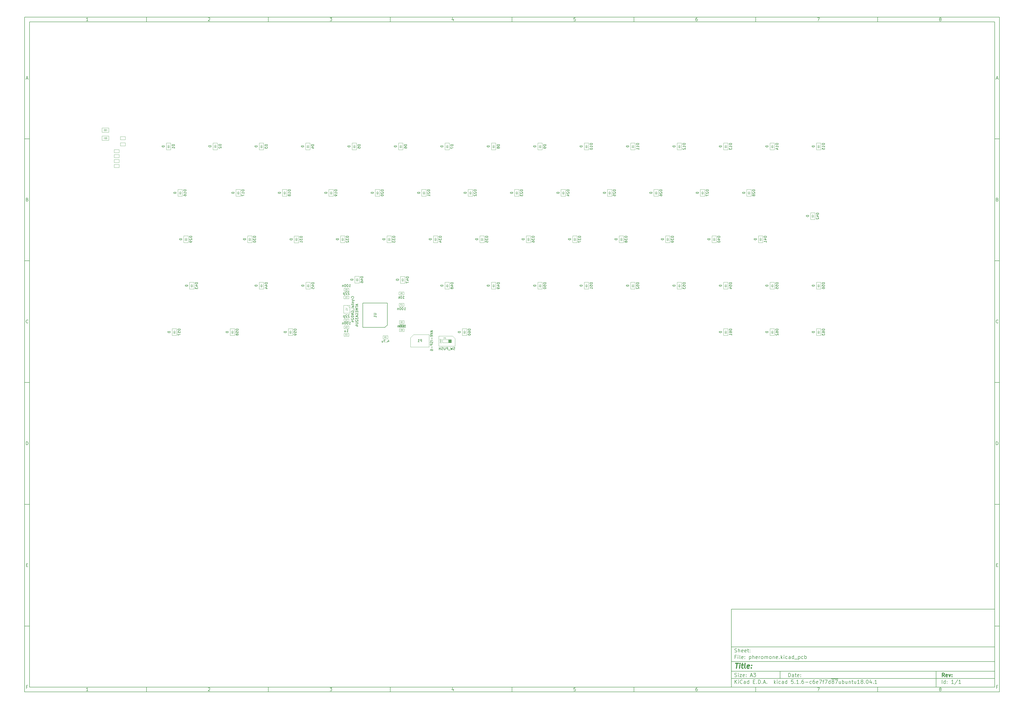
<source format=gbr>
G04 #@! TF.GenerationSoftware,KiCad,Pcbnew,5.1.6-c6e7f7d~87~ubuntu18.04.1*
G04 #@! TF.CreationDate,2020-08-29T00:17:55+02:00*
G04 #@! TF.ProjectId,pheromone,70686572-6f6d-46f6-9e65-2e6b69636164,rev?*
G04 #@! TF.SameCoordinates,Original*
G04 #@! TF.FileFunction,Other,Fab,Bot*
%FSLAX46Y46*%
G04 Gerber Fmt 4.6, Leading zero omitted, Abs format (unit mm)*
G04 Created by KiCad (PCBNEW 5.1.6-c6e7f7d~87~ubuntu18.04.1) date 2020-08-29 00:17:55*
%MOMM*%
%LPD*%
G01*
G04 APERTURE LIST*
%ADD10C,0.100000*%
%ADD11C,0.150000*%
%ADD12C,0.300000*%
%ADD13C,0.400000*%
%ADD14C,0.080000*%
%ADD15C,0.105000*%
%ADD16C,0.090000*%
G04 APERTURE END LIST*
D10*
D11*
X299989000Y-253002200D02*
X299989000Y-285002200D01*
X407989000Y-285002200D01*
X407989000Y-253002200D01*
X299989000Y-253002200D01*
D10*
D11*
X10000000Y-10000000D02*
X10000000Y-287002200D01*
X409989000Y-287002200D01*
X409989000Y-10000000D01*
X10000000Y-10000000D01*
D10*
D11*
X12000000Y-12000000D02*
X12000000Y-285002200D01*
X407989000Y-285002200D01*
X407989000Y-12000000D01*
X12000000Y-12000000D01*
D10*
D11*
X60000000Y-12000000D02*
X60000000Y-10000000D01*
D10*
D11*
X110000000Y-12000000D02*
X110000000Y-10000000D01*
D10*
D11*
X160000000Y-12000000D02*
X160000000Y-10000000D01*
D10*
D11*
X210000000Y-12000000D02*
X210000000Y-10000000D01*
D10*
D11*
X260000000Y-12000000D02*
X260000000Y-10000000D01*
D10*
D11*
X310000000Y-12000000D02*
X310000000Y-10000000D01*
D10*
D11*
X360000000Y-12000000D02*
X360000000Y-10000000D01*
D10*
D11*
X36065476Y-11588095D02*
X35322619Y-11588095D01*
X35694047Y-11588095D02*
X35694047Y-10288095D01*
X35570238Y-10473809D01*
X35446428Y-10597619D01*
X35322619Y-10659523D01*
D10*
D11*
X85322619Y-10411904D02*
X85384523Y-10350000D01*
X85508333Y-10288095D01*
X85817857Y-10288095D01*
X85941666Y-10350000D01*
X86003571Y-10411904D01*
X86065476Y-10535714D01*
X86065476Y-10659523D01*
X86003571Y-10845238D01*
X85260714Y-11588095D01*
X86065476Y-11588095D01*
D10*
D11*
X135260714Y-10288095D02*
X136065476Y-10288095D01*
X135632142Y-10783333D01*
X135817857Y-10783333D01*
X135941666Y-10845238D01*
X136003571Y-10907142D01*
X136065476Y-11030952D01*
X136065476Y-11340476D01*
X136003571Y-11464285D01*
X135941666Y-11526190D01*
X135817857Y-11588095D01*
X135446428Y-11588095D01*
X135322619Y-11526190D01*
X135260714Y-11464285D01*
D10*
D11*
X185941666Y-10721428D02*
X185941666Y-11588095D01*
X185632142Y-10226190D02*
X185322619Y-11154761D01*
X186127380Y-11154761D01*
D10*
D11*
X236003571Y-10288095D02*
X235384523Y-10288095D01*
X235322619Y-10907142D01*
X235384523Y-10845238D01*
X235508333Y-10783333D01*
X235817857Y-10783333D01*
X235941666Y-10845238D01*
X236003571Y-10907142D01*
X236065476Y-11030952D01*
X236065476Y-11340476D01*
X236003571Y-11464285D01*
X235941666Y-11526190D01*
X235817857Y-11588095D01*
X235508333Y-11588095D01*
X235384523Y-11526190D01*
X235322619Y-11464285D01*
D10*
D11*
X285941666Y-10288095D02*
X285694047Y-10288095D01*
X285570238Y-10350000D01*
X285508333Y-10411904D01*
X285384523Y-10597619D01*
X285322619Y-10845238D01*
X285322619Y-11340476D01*
X285384523Y-11464285D01*
X285446428Y-11526190D01*
X285570238Y-11588095D01*
X285817857Y-11588095D01*
X285941666Y-11526190D01*
X286003571Y-11464285D01*
X286065476Y-11340476D01*
X286065476Y-11030952D01*
X286003571Y-10907142D01*
X285941666Y-10845238D01*
X285817857Y-10783333D01*
X285570238Y-10783333D01*
X285446428Y-10845238D01*
X285384523Y-10907142D01*
X285322619Y-11030952D01*
D10*
D11*
X335260714Y-10288095D02*
X336127380Y-10288095D01*
X335570238Y-11588095D01*
D10*
D11*
X385570238Y-10845238D02*
X385446428Y-10783333D01*
X385384523Y-10721428D01*
X385322619Y-10597619D01*
X385322619Y-10535714D01*
X385384523Y-10411904D01*
X385446428Y-10350000D01*
X385570238Y-10288095D01*
X385817857Y-10288095D01*
X385941666Y-10350000D01*
X386003571Y-10411904D01*
X386065476Y-10535714D01*
X386065476Y-10597619D01*
X386003571Y-10721428D01*
X385941666Y-10783333D01*
X385817857Y-10845238D01*
X385570238Y-10845238D01*
X385446428Y-10907142D01*
X385384523Y-10969047D01*
X385322619Y-11092857D01*
X385322619Y-11340476D01*
X385384523Y-11464285D01*
X385446428Y-11526190D01*
X385570238Y-11588095D01*
X385817857Y-11588095D01*
X385941666Y-11526190D01*
X386003571Y-11464285D01*
X386065476Y-11340476D01*
X386065476Y-11092857D01*
X386003571Y-10969047D01*
X385941666Y-10907142D01*
X385817857Y-10845238D01*
D10*
D11*
X60000000Y-285002200D02*
X60000000Y-287002200D01*
D10*
D11*
X110000000Y-285002200D02*
X110000000Y-287002200D01*
D10*
D11*
X160000000Y-285002200D02*
X160000000Y-287002200D01*
D10*
D11*
X210000000Y-285002200D02*
X210000000Y-287002200D01*
D10*
D11*
X260000000Y-285002200D02*
X260000000Y-287002200D01*
D10*
D11*
X310000000Y-285002200D02*
X310000000Y-287002200D01*
D10*
D11*
X360000000Y-285002200D02*
X360000000Y-287002200D01*
D10*
D11*
X36065476Y-286590295D02*
X35322619Y-286590295D01*
X35694047Y-286590295D02*
X35694047Y-285290295D01*
X35570238Y-285476009D01*
X35446428Y-285599819D01*
X35322619Y-285661723D01*
D10*
D11*
X85322619Y-285414104D02*
X85384523Y-285352200D01*
X85508333Y-285290295D01*
X85817857Y-285290295D01*
X85941666Y-285352200D01*
X86003571Y-285414104D01*
X86065476Y-285537914D01*
X86065476Y-285661723D01*
X86003571Y-285847438D01*
X85260714Y-286590295D01*
X86065476Y-286590295D01*
D10*
D11*
X135260714Y-285290295D02*
X136065476Y-285290295D01*
X135632142Y-285785533D01*
X135817857Y-285785533D01*
X135941666Y-285847438D01*
X136003571Y-285909342D01*
X136065476Y-286033152D01*
X136065476Y-286342676D01*
X136003571Y-286466485D01*
X135941666Y-286528390D01*
X135817857Y-286590295D01*
X135446428Y-286590295D01*
X135322619Y-286528390D01*
X135260714Y-286466485D01*
D10*
D11*
X185941666Y-285723628D02*
X185941666Y-286590295D01*
X185632142Y-285228390D02*
X185322619Y-286156961D01*
X186127380Y-286156961D01*
D10*
D11*
X236003571Y-285290295D02*
X235384523Y-285290295D01*
X235322619Y-285909342D01*
X235384523Y-285847438D01*
X235508333Y-285785533D01*
X235817857Y-285785533D01*
X235941666Y-285847438D01*
X236003571Y-285909342D01*
X236065476Y-286033152D01*
X236065476Y-286342676D01*
X236003571Y-286466485D01*
X235941666Y-286528390D01*
X235817857Y-286590295D01*
X235508333Y-286590295D01*
X235384523Y-286528390D01*
X235322619Y-286466485D01*
D10*
D11*
X285941666Y-285290295D02*
X285694047Y-285290295D01*
X285570238Y-285352200D01*
X285508333Y-285414104D01*
X285384523Y-285599819D01*
X285322619Y-285847438D01*
X285322619Y-286342676D01*
X285384523Y-286466485D01*
X285446428Y-286528390D01*
X285570238Y-286590295D01*
X285817857Y-286590295D01*
X285941666Y-286528390D01*
X286003571Y-286466485D01*
X286065476Y-286342676D01*
X286065476Y-286033152D01*
X286003571Y-285909342D01*
X285941666Y-285847438D01*
X285817857Y-285785533D01*
X285570238Y-285785533D01*
X285446428Y-285847438D01*
X285384523Y-285909342D01*
X285322619Y-286033152D01*
D10*
D11*
X335260714Y-285290295D02*
X336127380Y-285290295D01*
X335570238Y-286590295D01*
D10*
D11*
X385570238Y-285847438D02*
X385446428Y-285785533D01*
X385384523Y-285723628D01*
X385322619Y-285599819D01*
X385322619Y-285537914D01*
X385384523Y-285414104D01*
X385446428Y-285352200D01*
X385570238Y-285290295D01*
X385817857Y-285290295D01*
X385941666Y-285352200D01*
X386003571Y-285414104D01*
X386065476Y-285537914D01*
X386065476Y-285599819D01*
X386003571Y-285723628D01*
X385941666Y-285785533D01*
X385817857Y-285847438D01*
X385570238Y-285847438D01*
X385446428Y-285909342D01*
X385384523Y-285971247D01*
X385322619Y-286095057D01*
X385322619Y-286342676D01*
X385384523Y-286466485D01*
X385446428Y-286528390D01*
X385570238Y-286590295D01*
X385817857Y-286590295D01*
X385941666Y-286528390D01*
X386003571Y-286466485D01*
X386065476Y-286342676D01*
X386065476Y-286095057D01*
X386003571Y-285971247D01*
X385941666Y-285909342D01*
X385817857Y-285847438D01*
D10*
D11*
X10000000Y-60000000D02*
X12000000Y-60000000D01*
D10*
D11*
X10000000Y-110000000D02*
X12000000Y-110000000D01*
D10*
D11*
X10000000Y-160000000D02*
X12000000Y-160000000D01*
D10*
D11*
X10000000Y-210000000D02*
X12000000Y-210000000D01*
D10*
D11*
X10000000Y-260000000D02*
X12000000Y-260000000D01*
D10*
D11*
X10690476Y-35216666D02*
X11309523Y-35216666D01*
X10566666Y-35588095D02*
X11000000Y-34288095D01*
X11433333Y-35588095D01*
D10*
D11*
X11092857Y-84907142D02*
X11278571Y-84969047D01*
X11340476Y-85030952D01*
X11402380Y-85154761D01*
X11402380Y-85340476D01*
X11340476Y-85464285D01*
X11278571Y-85526190D01*
X11154761Y-85588095D01*
X10659523Y-85588095D01*
X10659523Y-84288095D01*
X11092857Y-84288095D01*
X11216666Y-84350000D01*
X11278571Y-84411904D01*
X11340476Y-84535714D01*
X11340476Y-84659523D01*
X11278571Y-84783333D01*
X11216666Y-84845238D01*
X11092857Y-84907142D01*
X10659523Y-84907142D01*
D10*
D11*
X11402380Y-135464285D02*
X11340476Y-135526190D01*
X11154761Y-135588095D01*
X11030952Y-135588095D01*
X10845238Y-135526190D01*
X10721428Y-135402380D01*
X10659523Y-135278571D01*
X10597619Y-135030952D01*
X10597619Y-134845238D01*
X10659523Y-134597619D01*
X10721428Y-134473809D01*
X10845238Y-134350000D01*
X11030952Y-134288095D01*
X11154761Y-134288095D01*
X11340476Y-134350000D01*
X11402380Y-134411904D01*
D10*
D11*
X10659523Y-185588095D02*
X10659523Y-184288095D01*
X10969047Y-184288095D01*
X11154761Y-184350000D01*
X11278571Y-184473809D01*
X11340476Y-184597619D01*
X11402380Y-184845238D01*
X11402380Y-185030952D01*
X11340476Y-185278571D01*
X11278571Y-185402380D01*
X11154761Y-185526190D01*
X10969047Y-185588095D01*
X10659523Y-185588095D01*
D10*
D11*
X10721428Y-234907142D02*
X11154761Y-234907142D01*
X11340476Y-235588095D02*
X10721428Y-235588095D01*
X10721428Y-234288095D01*
X11340476Y-234288095D01*
D10*
D11*
X11185714Y-284907142D02*
X10752380Y-284907142D01*
X10752380Y-285588095D02*
X10752380Y-284288095D01*
X11371428Y-284288095D01*
D10*
D11*
X409989000Y-60000000D02*
X407989000Y-60000000D01*
D10*
D11*
X409989000Y-110000000D02*
X407989000Y-110000000D01*
D10*
D11*
X409989000Y-160000000D02*
X407989000Y-160000000D01*
D10*
D11*
X409989000Y-210000000D02*
X407989000Y-210000000D01*
D10*
D11*
X409989000Y-260000000D02*
X407989000Y-260000000D01*
D10*
D11*
X408679476Y-35216666D02*
X409298523Y-35216666D01*
X408555666Y-35588095D02*
X408989000Y-34288095D01*
X409422333Y-35588095D01*
D10*
D11*
X409081857Y-84907142D02*
X409267571Y-84969047D01*
X409329476Y-85030952D01*
X409391380Y-85154761D01*
X409391380Y-85340476D01*
X409329476Y-85464285D01*
X409267571Y-85526190D01*
X409143761Y-85588095D01*
X408648523Y-85588095D01*
X408648523Y-84288095D01*
X409081857Y-84288095D01*
X409205666Y-84350000D01*
X409267571Y-84411904D01*
X409329476Y-84535714D01*
X409329476Y-84659523D01*
X409267571Y-84783333D01*
X409205666Y-84845238D01*
X409081857Y-84907142D01*
X408648523Y-84907142D01*
D10*
D11*
X409391380Y-135464285D02*
X409329476Y-135526190D01*
X409143761Y-135588095D01*
X409019952Y-135588095D01*
X408834238Y-135526190D01*
X408710428Y-135402380D01*
X408648523Y-135278571D01*
X408586619Y-135030952D01*
X408586619Y-134845238D01*
X408648523Y-134597619D01*
X408710428Y-134473809D01*
X408834238Y-134350000D01*
X409019952Y-134288095D01*
X409143761Y-134288095D01*
X409329476Y-134350000D01*
X409391380Y-134411904D01*
D10*
D11*
X408648523Y-185588095D02*
X408648523Y-184288095D01*
X408958047Y-184288095D01*
X409143761Y-184350000D01*
X409267571Y-184473809D01*
X409329476Y-184597619D01*
X409391380Y-184845238D01*
X409391380Y-185030952D01*
X409329476Y-185278571D01*
X409267571Y-185402380D01*
X409143761Y-185526190D01*
X408958047Y-185588095D01*
X408648523Y-185588095D01*
D10*
D11*
X408710428Y-234907142D02*
X409143761Y-234907142D01*
X409329476Y-235588095D02*
X408710428Y-235588095D01*
X408710428Y-234288095D01*
X409329476Y-234288095D01*
D10*
D11*
X409174714Y-284907142D02*
X408741380Y-284907142D01*
X408741380Y-285588095D02*
X408741380Y-284288095D01*
X409360428Y-284288095D01*
D10*
D11*
X323421142Y-280780771D02*
X323421142Y-279280771D01*
X323778285Y-279280771D01*
X323992571Y-279352200D01*
X324135428Y-279495057D01*
X324206857Y-279637914D01*
X324278285Y-279923628D01*
X324278285Y-280137914D01*
X324206857Y-280423628D01*
X324135428Y-280566485D01*
X323992571Y-280709342D01*
X323778285Y-280780771D01*
X323421142Y-280780771D01*
X325564000Y-280780771D02*
X325564000Y-279995057D01*
X325492571Y-279852200D01*
X325349714Y-279780771D01*
X325064000Y-279780771D01*
X324921142Y-279852200D01*
X325564000Y-280709342D02*
X325421142Y-280780771D01*
X325064000Y-280780771D01*
X324921142Y-280709342D01*
X324849714Y-280566485D01*
X324849714Y-280423628D01*
X324921142Y-280280771D01*
X325064000Y-280209342D01*
X325421142Y-280209342D01*
X325564000Y-280137914D01*
X326064000Y-279780771D02*
X326635428Y-279780771D01*
X326278285Y-279280771D02*
X326278285Y-280566485D01*
X326349714Y-280709342D01*
X326492571Y-280780771D01*
X326635428Y-280780771D01*
X327706857Y-280709342D02*
X327564000Y-280780771D01*
X327278285Y-280780771D01*
X327135428Y-280709342D01*
X327064000Y-280566485D01*
X327064000Y-279995057D01*
X327135428Y-279852200D01*
X327278285Y-279780771D01*
X327564000Y-279780771D01*
X327706857Y-279852200D01*
X327778285Y-279995057D01*
X327778285Y-280137914D01*
X327064000Y-280280771D01*
X328421142Y-280637914D02*
X328492571Y-280709342D01*
X328421142Y-280780771D01*
X328349714Y-280709342D01*
X328421142Y-280637914D01*
X328421142Y-280780771D01*
X328421142Y-279852200D02*
X328492571Y-279923628D01*
X328421142Y-279995057D01*
X328349714Y-279923628D01*
X328421142Y-279852200D01*
X328421142Y-279995057D01*
D10*
D11*
X299989000Y-281502200D02*
X407989000Y-281502200D01*
D10*
D11*
X301421142Y-283580771D02*
X301421142Y-282080771D01*
X302278285Y-283580771D02*
X301635428Y-282723628D01*
X302278285Y-282080771D02*
X301421142Y-282937914D01*
X302921142Y-283580771D02*
X302921142Y-282580771D01*
X302921142Y-282080771D02*
X302849714Y-282152200D01*
X302921142Y-282223628D01*
X302992571Y-282152200D01*
X302921142Y-282080771D01*
X302921142Y-282223628D01*
X304492571Y-283437914D02*
X304421142Y-283509342D01*
X304206857Y-283580771D01*
X304064000Y-283580771D01*
X303849714Y-283509342D01*
X303706857Y-283366485D01*
X303635428Y-283223628D01*
X303564000Y-282937914D01*
X303564000Y-282723628D01*
X303635428Y-282437914D01*
X303706857Y-282295057D01*
X303849714Y-282152200D01*
X304064000Y-282080771D01*
X304206857Y-282080771D01*
X304421142Y-282152200D01*
X304492571Y-282223628D01*
X305778285Y-283580771D02*
X305778285Y-282795057D01*
X305706857Y-282652200D01*
X305564000Y-282580771D01*
X305278285Y-282580771D01*
X305135428Y-282652200D01*
X305778285Y-283509342D02*
X305635428Y-283580771D01*
X305278285Y-283580771D01*
X305135428Y-283509342D01*
X305064000Y-283366485D01*
X305064000Y-283223628D01*
X305135428Y-283080771D01*
X305278285Y-283009342D01*
X305635428Y-283009342D01*
X305778285Y-282937914D01*
X307135428Y-283580771D02*
X307135428Y-282080771D01*
X307135428Y-283509342D02*
X306992571Y-283580771D01*
X306706857Y-283580771D01*
X306564000Y-283509342D01*
X306492571Y-283437914D01*
X306421142Y-283295057D01*
X306421142Y-282866485D01*
X306492571Y-282723628D01*
X306564000Y-282652200D01*
X306706857Y-282580771D01*
X306992571Y-282580771D01*
X307135428Y-282652200D01*
X308992571Y-282795057D02*
X309492571Y-282795057D01*
X309706857Y-283580771D02*
X308992571Y-283580771D01*
X308992571Y-282080771D01*
X309706857Y-282080771D01*
X310349714Y-283437914D02*
X310421142Y-283509342D01*
X310349714Y-283580771D01*
X310278285Y-283509342D01*
X310349714Y-283437914D01*
X310349714Y-283580771D01*
X311064000Y-283580771D02*
X311064000Y-282080771D01*
X311421142Y-282080771D01*
X311635428Y-282152200D01*
X311778285Y-282295057D01*
X311849714Y-282437914D01*
X311921142Y-282723628D01*
X311921142Y-282937914D01*
X311849714Y-283223628D01*
X311778285Y-283366485D01*
X311635428Y-283509342D01*
X311421142Y-283580771D01*
X311064000Y-283580771D01*
X312564000Y-283437914D02*
X312635428Y-283509342D01*
X312564000Y-283580771D01*
X312492571Y-283509342D01*
X312564000Y-283437914D01*
X312564000Y-283580771D01*
X313206857Y-283152200D02*
X313921142Y-283152200D01*
X313064000Y-283580771D02*
X313564000Y-282080771D01*
X314064000Y-283580771D01*
X314564000Y-283437914D02*
X314635428Y-283509342D01*
X314564000Y-283580771D01*
X314492571Y-283509342D01*
X314564000Y-283437914D01*
X314564000Y-283580771D01*
X317564000Y-283580771D02*
X317564000Y-282080771D01*
X317706857Y-283009342D02*
X318135428Y-283580771D01*
X318135428Y-282580771D02*
X317564000Y-283152200D01*
X318778285Y-283580771D02*
X318778285Y-282580771D01*
X318778285Y-282080771D02*
X318706857Y-282152200D01*
X318778285Y-282223628D01*
X318849714Y-282152200D01*
X318778285Y-282080771D01*
X318778285Y-282223628D01*
X320135428Y-283509342D02*
X319992571Y-283580771D01*
X319706857Y-283580771D01*
X319564000Y-283509342D01*
X319492571Y-283437914D01*
X319421142Y-283295057D01*
X319421142Y-282866485D01*
X319492571Y-282723628D01*
X319564000Y-282652200D01*
X319706857Y-282580771D01*
X319992571Y-282580771D01*
X320135428Y-282652200D01*
X321421142Y-283580771D02*
X321421142Y-282795057D01*
X321349714Y-282652200D01*
X321206857Y-282580771D01*
X320921142Y-282580771D01*
X320778285Y-282652200D01*
X321421142Y-283509342D02*
X321278285Y-283580771D01*
X320921142Y-283580771D01*
X320778285Y-283509342D01*
X320706857Y-283366485D01*
X320706857Y-283223628D01*
X320778285Y-283080771D01*
X320921142Y-283009342D01*
X321278285Y-283009342D01*
X321421142Y-282937914D01*
X322778285Y-283580771D02*
X322778285Y-282080771D01*
X322778285Y-283509342D02*
X322635428Y-283580771D01*
X322349714Y-283580771D01*
X322206857Y-283509342D01*
X322135428Y-283437914D01*
X322064000Y-283295057D01*
X322064000Y-282866485D01*
X322135428Y-282723628D01*
X322206857Y-282652200D01*
X322349714Y-282580771D01*
X322635428Y-282580771D01*
X322778285Y-282652200D01*
X325349714Y-282080771D02*
X324635428Y-282080771D01*
X324564000Y-282795057D01*
X324635428Y-282723628D01*
X324778285Y-282652200D01*
X325135428Y-282652200D01*
X325278285Y-282723628D01*
X325349714Y-282795057D01*
X325421142Y-282937914D01*
X325421142Y-283295057D01*
X325349714Y-283437914D01*
X325278285Y-283509342D01*
X325135428Y-283580771D01*
X324778285Y-283580771D01*
X324635428Y-283509342D01*
X324564000Y-283437914D01*
X326064000Y-283437914D02*
X326135428Y-283509342D01*
X326064000Y-283580771D01*
X325992571Y-283509342D01*
X326064000Y-283437914D01*
X326064000Y-283580771D01*
X327564000Y-283580771D02*
X326706857Y-283580771D01*
X327135428Y-283580771D02*
X327135428Y-282080771D01*
X326992571Y-282295057D01*
X326849714Y-282437914D01*
X326706857Y-282509342D01*
X328206857Y-283437914D02*
X328278285Y-283509342D01*
X328206857Y-283580771D01*
X328135428Y-283509342D01*
X328206857Y-283437914D01*
X328206857Y-283580771D01*
X329564000Y-282080771D02*
X329278285Y-282080771D01*
X329135428Y-282152200D01*
X329064000Y-282223628D01*
X328921142Y-282437914D01*
X328849714Y-282723628D01*
X328849714Y-283295057D01*
X328921142Y-283437914D01*
X328992571Y-283509342D01*
X329135428Y-283580771D01*
X329421142Y-283580771D01*
X329564000Y-283509342D01*
X329635428Y-283437914D01*
X329706857Y-283295057D01*
X329706857Y-282937914D01*
X329635428Y-282795057D01*
X329564000Y-282723628D01*
X329421142Y-282652200D01*
X329135428Y-282652200D01*
X328992571Y-282723628D01*
X328921142Y-282795057D01*
X328849714Y-282937914D01*
X330349714Y-283009342D02*
X331492571Y-283009342D01*
X332849714Y-283509342D02*
X332706857Y-283580771D01*
X332421142Y-283580771D01*
X332278285Y-283509342D01*
X332206857Y-283437914D01*
X332135428Y-283295057D01*
X332135428Y-282866485D01*
X332206857Y-282723628D01*
X332278285Y-282652200D01*
X332421142Y-282580771D01*
X332706857Y-282580771D01*
X332849714Y-282652200D01*
X334135428Y-282080771D02*
X333849714Y-282080771D01*
X333706857Y-282152200D01*
X333635428Y-282223628D01*
X333492571Y-282437914D01*
X333421142Y-282723628D01*
X333421142Y-283295057D01*
X333492571Y-283437914D01*
X333564000Y-283509342D01*
X333706857Y-283580771D01*
X333992571Y-283580771D01*
X334135428Y-283509342D01*
X334206857Y-283437914D01*
X334278285Y-283295057D01*
X334278285Y-282937914D01*
X334206857Y-282795057D01*
X334135428Y-282723628D01*
X333992571Y-282652200D01*
X333706857Y-282652200D01*
X333564000Y-282723628D01*
X333492571Y-282795057D01*
X333421142Y-282937914D01*
X335492571Y-283509342D02*
X335349714Y-283580771D01*
X335064000Y-283580771D01*
X334921142Y-283509342D01*
X334849714Y-283366485D01*
X334849714Y-282795057D01*
X334921142Y-282652200D01*
X335064000Y-282580771D01*
X335349714Y-282580771D01*
X335492571Y-282652200D01*
X335564000Y-282795057D01*
X335564000Y-282937914D01*
X334849714Y-283080771D01*
X336064000Y-282080771D02*
X337064000Y-282080771D01*
X336421142Y-283580771D01*
X337421142Y-282580771D02*
X337992571Y-282580771D01*
X337635428Y-283580771D02*
X337635428Y-282295057D01*
X337706857Y-282152200D01*
X337849714Y-282080771D01*
X337992571Y-282080771D01*
X338349714Y-282080771D02*
X339349714Y-282080771D01*
X338706857Y-283580771D01*
X340564000Y-283580771D02*
X340564000Y-282080771D01*
X340564000Y-283509342D02*
X340421142Y-283580771D01*
X340135428Y-283580771D01*
X339992571Y-283509342D01*
X339921142Y-283437914D01*
X339849714Y-283295057D01*
X339849714Y-282866485D01*
X339921142Y-282723628D01*
X339992571Y-282652200D01*
X340135428Y-282580771D01*
X340421142Y-282580771D01*
X340564000Y-282652200D01*
X340921142Y-281672200D02*
X342349714Y-281672200D01*
X341492571Y-282723628D02*
X341349714Y-282652200D01*
X341278285Y-282580771D01*
X341206857Y-282437914D01*
X341206857Y-282366485D01*
X341278285Y-282223628D01*
X341349714Y-282152200D01*
X341492571Y-282080771D01*
X341778285Y-282080771D01*
X341921142Y-282152200D01*
X341992571Y-282223628D01*
X342064000Y-282366485D01*
X342064000Y-282437914D01*
X341992571Y-282580771D01*
X341921142Y-282652200D01*
X341778285Y-282723628D01*
X341492571Y-282723628D01*
X341349714Y-282795057D01*
X341278285Y-282866485D01*
X341206857Y-283009342D01*
X341206857Y-283295057D01*
X341278285Y-283437914D01*
X341349714Y-283509342D01*
X341492571Y-283580771D01*
X341778285Y-283580771D01*
X341921142Y-283509342D01*
X341992571Y-283437914D01*
X342064000Y-283295057D01*
X342064000Y-283009342D01*
X341992571Y-282866485D01*
X341921142Y-282795057D01*
X341778285Y-282723628D01*
X342349714Y-281672200D02*
X343778285Y-281672200D01*
X342564000Y-282080771D02*
X343564000Y-282080771D01*
X342921142Y-283580771D01*
X344778285Y-282580771D02*
X344778285Y-283580771D01*
X344135428Y-282580771D02*
X344135428Y-283366485D01*
X344206857Y-283509342D01*
X344349714Y-283580771D01*
X344564000Y-283580771D01*
X344706857Y-283509342D01*
X344778285Y-283437914D01*
X345492571Y-283580771D02*
X345492571Y-282080771D01*
X345492571Y-282652200D02*
X345635428Y-282580771D01*
X345921142Y-282580771D01*
X346064000Y-282652200D01*
X346135428Y-282723628D01*
X346206857Y-282866485D01*
X346206857Y-283295057D01*
X346135428Y-283437914D01*
X346064000Y-283509342D01*
X345921142Y-283580771D01*
X345635428Y-283580771D01*
X345492571Y-283509342D01*
X347492571Y-282580771D02*
X347492571Y-283580771D01*
X346849714Y-282580771D02*
X346849714Y-283366485D01*
X346921142Y-283509342D01*
X347064000Y-283580771D01*
X347278285Y-283580771D01*
X347421142Y-283509342D01*
X347492571Y-283437914D01*
X348206857Y-282580771D02*
X348206857Y-283580771D01*
X348206857Y-282723628D02*
X348278285Y-282652200D01*
X348421142Y-282580771D01*
X348635428Y-282580771D01*
X348778285Y-282652200D01*
X348849714Y-282795057D01*
X348849714Y-283580771D01*
X349349714Y-282580771D02*
X349921142Y-282580771D01*
X349564000Y-282080771D02*
X349564000Y-283366485D01*
X349635428Y-283509342D01*
X349778285Y-283580771D01*
X349921142Y-283580771D01*
X351064000Y-282580771D02*
X351064000Y-283580771D01*
X350421142Y-282580771D02*
X350421142Y-283366485D01*
X350492571Y-283509342D01*
X350635428Y-283580771D01*
X350849714Y-283580771D01*
X350992571Y-283509342D01*
X351064000Y-283437914D01*
X352564000Y-283580771D02*
X351706857Y-283580771D01*
X352135428Y-283580771D02*
X352135428Y-282080771D01*
X351992571Y-282295057D01*
X351849714Y-282437914D01*
X351706857Y-282509342D01*
X353421142Y-282723628D02*
X353278285Y-282652200D01*
X353206857Y-282580771D01*
X353135428Y-282437914D01*
X353135428Y-282366485D01*
X353206857Y-282223628D01*
X353278285Y-282152200D01*
X353421142Y-282080771D01*
X353706857Y-282080771D01*
X353849714Y-282152200D01*
X353921142Y-282223628D01*
X353992571Y-282366485D01*
X353992571Y-282437914D01*
X353921142Y-282580771D01*
X353849714Y-282652200D01*
X353706857Y-282723628D01*
X353421142Y-282723628D01*
X353278285Y-282795057D01*
X353206857Y-282866485D01*
X353135428Y-283009342D01*
X353135428Y-283295057D01*
X353206857Y-283437914D01*
X353278285Y-283509342D01*
X353421142Y-283580771D01*
X353706857Y-283580771D01*
X353849714Y-283509342D01*
X353921142Y-283437914D01*
X353992571Y-283295057D01*
X353992571Y-283009342D01*
X353921142Y-282866485D01*
X353849714Y-282795057D01*
X353706857Y-282723628D01*
X354635428Y-283437914D02*
X354706857Y-283509342D01*
X354635428Y-283580771D01*
X354564000Y-283509342D01*
X354635428Y-283437914D01*
X354635428Y-283580771D01*
X355635428Y-282080771D02*
X355778285Y-282080771D01*
X355921142Y-282152200D01*
X355992571Y-282223628D01*
X356064000Y-282366485D01*
X356135428Y-282652200D01*
X356135428Y-283009342D01*
X356064000Y-283295057D01*
X355992571Y-283437914D01*
X355921142Y-283509342D01*
X355778285Y-283580771D01*
X355635428Y-283580771D01*
X355492571Y-283509342D01*
X355421142Y-283437914D01*
X355349714Y-283295057D01*
X355278285Y-283009342D01*
X355278285Y-282652200D01*
X355349714Y-282366485D01*
X355421142Y-282223628D01*
X355492571Y-282152200D01*
X355635428Y-282080771D01*
X357421142Y-282580771D02*
X357421142Y-283580771D01*
X357064000Y-282009342D02*
X356706857Y-283080771D01*
X357635428Y-283080771D01*
X358206857Y-283437914D02*
X358278285Y-283509342D01*
X358206857Y-283580771D01*
X358135428Y-283509342D01*
X358206857Y-283437914D01*
X358206857Y-283580771D01*
X359706857Y-283580771D02*
X358849714Y-283580771D01*
X359278285Y-283580771D02*
X359278285Y-282080771D01*
X359135428Y-282295057D01*
X358992571Y-282437914D01*
X358849714Y-282509342D01*
D10*
D11*
X299989000Y-278502200D02*
X407989000Y-278502200D01*
D10*
D12*
X387398285Y-280780771D02*
X386898285Y-280066485D01*
X386541142Y-280780771D02*
X386541142Y-279280771D01*
X387112571Y-279280771D01*
X387255428Y-279352200D01*
X387326857Y-279423628D01*
X387398285Y-279566485D01*
X387398285Y-279780771D01*
X387326857Y-279923628D01*
X387255428Y-279995057D01*
X387112571Y-280066485D01*
X386541142Y-280066485D01*
X388612571Y-280709342D02*
X388469714Y-280780771D01*
X388184000Y-280780771D01*
X388041142Y-280709342D01*
X387969714Y-280566485D01*
X387969714Y-279995057D01*
X388041142Y-279852200D01*
X388184000Y-279780771D01*
X388469714Y-279780771D01*
X388612571Y-279852200D01*
X388684000Y-279995057D01*
X388684000Y-280137914D01*
X387969714Y-280280771D01*
X389184000Y-279780771D02*
X389541142Y-280780771D01*
X389898285Y-279780771D01*
X390469714Y-280637914D02*
X390541142Y-280709342D01*
X390469714Y-280780771D01*
X390398285Y-280709342D01*
X390469714Y-280637914D01*
X390469714Y-280780771D01*
X390469714Y-279852200D02*
X390541142Y-279923628D01*
X390469714Y-279995057D01*
X390398285Y-279923628D01*
X390469714Y-279852200D01*
X390469714Y-279995057D01*
D10*
D11*
X301349714Y-280709342D02*
X301564000Y-280780771D01*
X301921142Y-280780771D01*
X302064000Y-280709342D01*
X302135428Y-280637914D01*
X302206857Y-280495057D01*
X302206857Y-280352200D01*
X302135428Y-280209342D01*
X302064000Y-280137914D01*
X301921142Y-280066485D01*
X301635428Y-279995057D01*
X301492571Y-279923628D01*
X301421142Y-279852200D01*
X301349714Y-279709342D01*
X301349714Y-279566485D01*
X301421142Y-279423628D01*
X301492571Y-279352200D01*
X301635428Y-279280771D01*
X301992571Y-279280771D01*
X302206857Y-279352200D01*
X302849714Y-280780771D02*
X302849714Y-279780771D01*
X302849714Y-279280771D02*
X302778285Y-279352200D01*
X302849714Y-279423628D01*
X302921142Y-279352200D01*
X302849714Y-279280771D01*
X302849714Y-279423628D01*
X303421142Y-279780771D02*
X304206857Y-279780771D01*
X303421142Y-280780771D01*
X304206857Y-280780771D01*
X305349714Y-280709342D02*
X305206857Y-280780771D01*
X304921142Y-280780771D01*
X304778285Y-280709342D01*
X304706857Y-280566485D01*
X304706857Y-279995057D01*
X304778285Y-279852200D01*
X304921142Y-279780771D01*
X305206857Y-279780771D01*
X305349714Y-279852200D01*
X305421142Y-279995057D01*
X305421142Y-280137914D01*
X304706857Y-280280771D01*
X306064000Y-280637914D02*
X306135428Y-280709342D01*
X306064000Y-280780771D01*
X305992571Y-280709342D01*
X306064000Y-280637914D01*
X306064000Y-280780771D01*
X306064000Y-279852200D02*
X306135428Y-279923628D01*
X306064000Y-279995057D01*
X305992571Y-279923628D01*
X306064000Y-279852200D01*
X306064000Y-279995057D01*
X307849714Y-280352200D02*
X308564000Y-280352200D01*
X307706857Y-280780771D02*
X308206857Y-279280771D01*
X308706857Y-280780771D01*
X309064000Y-279280771D02*
X309992571Y-279280771D01*
X309492571Y-279852200D01*
X309706857Y-279852200D01*
X309849714Y-279923628D01*
X309921142Y-279995057D01*
X309992571Y-280137914D01*
X309992571Y-280495057D01*
X309921142Y-280637914D01*
X309849714Y-280709342D01*
X309706857Y-280780771D01*
X309278285Y-280780771D01*
X309135428Y-280709342D01*
X309064000Y-280637914D01*
D10*
D11*
X386421142Y-283580771D02*
X386421142Y-282080771D01*
X387778285Y-283580771D02*
X387778285Y-282080771D01*
X387778285Y-283509342D02*
X387635428Y-283580771D01*
X387349714Y-283580771D01*
X387206857Y-283509342D01*
X387135428Y-283437914D01*
X387064000Y-283295057D01*
X387064000Y-282866485D01*
X387135428Y-282723628D01*
X387206857Y-282652200D01*
X387349714Y-282580771D01*
X387635428Y-282580771D01*
X387778285Y-282652200D01*
X388492571Y-283437914D02*
X388564000Y-283509342D01*
X388492571Y-283580771D01*
X388421142Y-283509342D01*
X388492571Y-283437914D01*
X388492571Y-283580771D01*
X388492571Y-282652200D02*
X388564000Y-282723628D01*
X388492571Y-282795057D01*
X388421142Y-282723628D01*
X388492571Y-282652200D01*
X388492571Y-282795057D01*
X391135428Y-283580771D02*
X390278285Y-283580771D01*
X390706857Y-283580771D02*
X390706857Y-282080771D01*
X390564000Y-282295057D01*
X390421142Y-282437914D01*
X390278285Y-282509342D01*
X392849714Y-282009342D02*
X391564000Y-283937914D01*
X394135428Y-283580771D02*
X393278285Y-283580771D01*
X393706857Y-283580771D02*
X393706857Y-282080771D01*
X393564000Y-282295057D01*
X393421142Y-282437914D01*
X393278285Y-282509342D01*
D10*
D11*
X299989000Y-274502200D02*
X407989000Y-274502200D01*
D10*
D13*
X301701380Y-275206961D02*
X302844238Y-275206961D01*
X302022809Y-277206961D02*
X302272809Y-275206961D01*
X303260904Y-277206961D02*
X303427571Y-275873628D01*
X303510904Y-275206961D02*
X303403761Y-275302200D01*
X303487095Y-275397438D01*
X303594238Y-275302200D01*
X303510904Y-275206961D01*
X303487095Y-275397438D01*
X304094238Y-275873628D02*
X304856142Y-275873628D01*
X304463285Y-275206961D02*
X304249000Y-276921247D01*
X304320428Y-277111723D01*
X304499000Y-277206961D01*
X304689476Y-277206961D01*
X305641857Y-277206961D02*
X305463285Y-277111723D01*
X305391857Y-276921247D01*
X305606142Y-275206961D01*
X307177571Y-277111723D02*
X306975190Y-277206961D01*
X306594238Y-277206961D01*
X306415666Y-277111723D01*
X306344238Y-276921247D01*
X306439476Y-276159342D01*
X306558523Y-275968866D01*
X306760904Y-275873628D01*
X307141857Y-275873628D01*
X307320428Y-275968866D01*
X307391857Y-276159342D01*
X307368047Y-276349819D01*
X306391857Y-276540295D01*
X308141857Y-277016485D02*
X308225190Y-277111723D01*
X308118047Y-277206961D01*
X308034714Y-277111723D01*
X308141857Y-277016485D01*
X308118047Y-277206961D01*
X308272809Y-275968866D02*
X308356142Y-276064104D01*
X308249000Y-276159342D01*
X308165666Y-276064104D01*
X308272809Y-275968866D01*
X308249000Y-276159342D01*
D10*
D11*
X301921142Y-272595057D02*
X301421142Y-272595057D01*
X301421142Y-273380771D02*
X301421142Y-271880771D01*
X302135428Y-271880771D01*
X302706857Y-273380771D02*
X302706857Y-272380771D01*
X302706857Y-271880771D02*
X302635428Y-271952200D01*
X302706857Y-272023628D01*
X302778285Y-271952200D01*
X302706857Y-271880771D01*
X302706857Y-272023628D01*
X303635428Y-273380771D02*
X303492571Y-273309342D01*
X303421142Y-273166485D01*
X303421142Y-271880771D01*
X304778285Y-273309342D02*
X304635428Y-273380771D01*
X304349714Y-273380771D01*
X304206857Y-273309342D01*
X304135428Y-273166485D01*
X304135428Y-272595057D01*
X304206857Y-272452200D01*
X304349714Y-272380771D01*
X304635428Y-272380771D01*
X304778285Y-272452200D01*
X304849714Y-272595057D01*
X304849714Y-272737914D01*
X304135428Y-272880771D01*
X305492571Y-273237914D02*
X305564000Y-273309342D01*
X305492571Y-273380771D01*
X305421142Y-273309342D01*
X305492571Y-273237914D01*
X305492571Y-273380771D01*
X305492571Y-272452200D02*
X305564000Y-272523628D01*
X305492571Y-272595057D01*
X305421142Y-272523628D01*
X305492571Y-272452200D01*
X305492571Y-272595057D01*
X307349714Y-272380771D02*
X307349714Y-273880771D01*
X307349714Y-272452200D02*
X307492571Y-272380771D01*
X307778285Y-272380771D01*
X307921142Y-272452200D01*
X307992571Y-272523628D01*
X308064000Y-272666485D01*
X308064000Y-273095057D01*
X307992571Y-273237914D01*
X307921142Y-273309342D01*
X307778285Y-273380771D01*
X307492571Y-273380771D01*
X307349714Y-273309342D01*
X308706857Y-273380771D02*
X308706857Y-271880771D01*
X309349714Y-273380771D02*
X309349714Y-272595057D01*
X309278285Y-272452200D01*
X309135428Y-272380771D01*
X308921142Y-272380771D01*
X308778285Y-272452200D01*
X308706857Y-272523628D01*
X310635428Y-273309342D02*
X310492571Y-273380771D01*
X310206857Y-273380771D01*
X310064000Y-273309342D01*
X309992571Y-273166485D01*
X309992571Y-272595057D01*
X310064000Y-272452200D01*
X310206857Y-272380771D01*
X310492571Y-272380771D01*
X310635428Y-272452200D01*
X310706857Y-272595057D01*
X310706857Y-272737914D01*
X309992571Y-272880771D01*
X311349714Y-273380771D02*
X311349714Y-272380771D01*
X311349714Y-272666485D02*
X311421142Y-272523628D01*
X311492571Y-272452200D01*
X311635428Y-272380771D01*
X311778285Y-272380771D01*
X312492571Y-273380771D02*
X312349714Y-273309342D01*
X312278285Y-273237914D01*
X312206857Y-273095057D01*
X312206857Y-272666485D01*
X312278285Y-272523628D01*
X312349714Y-272452200D01*
X312492571Y-272380771D01*
X312706857Y-272380771D01*
X312849714Y-272452200D01*
X312921142Y-272523628D01*
X312992571Y-272666485D01*
X312992571Y-273095057D01*
X312921142Y-273237914D01*
X312849714Y-273309342D01*
X312706857Y-273380771D01*
X312492571Y-273380771D01*
X313635428Y-273380771D02*
X313635428Y-272380771D01*
X313635428Y-272523628D02*
X313706857Y-272452200D01*
X313849714Y-272380771D01*
X314064000Y-272380771D01*
X314206857Y-272452200D01*
X314278285Y-272595057D01*
X314278285Y-273380771D01*
X314278285Y-272595057D02*
X314349714Y-272452200D01*
X314492571Y-272380771D01*
X314706857Y-272380771D01*
X314849714Y-272452200D01*
X314921142Y-272595057D01*
X314921142Y-273380771D01*
X315849714Y-273380771D02*
X315706857Y-273309342D01*
X315635428Y-273237914D01*
X315564000Y-273095057D01*
X315564000Y-272666485D01*
X315635428Y-272523628D01*
X315706857Y-272452200D01*
X315849714Y-272380771D01*
X316064000Y-272380771D01*
X316206857Y-272452200D01*
X316278285Y-272523628D01*
X316349714Y-272666485D01*
X316349714Y-273095057D01*
X316278285Y-273237914D01*
X316206857Y-273309342D01*
X316064000Y-273380771D01*
X315849714Y-273380771D01*
X316992571Y-272380771D02*
X316992571Y-273380771D01*
X316992571Y-272523628D02*
X317064000Y-272452200D01*
X317206857Y-272380771D01*
X317421142Y-272380771D01*
X317564000Y-272452200D01*
X317635428Y-272595057D01*
X317635428Y-273380771D01*
X318921142Y-273309342D02*
X318778285Y-273380771D01*
X318492571Y-273380771D01*
X318349714Y-273309342D01*
X318278285Y-273166485D01*
X318278285Y-272595057D01*
X318349714Y-272452200D01*
X318492571Y-272380771D01*
X318778285Y-272380771D01*
X318921142Y-272452200D01*
X318992571Y-272595057D01*
X318992571Y-272737914D01*
X318278285Y-272880771D01*
X319635428Y-273237914D02*
X319706857Y-273309342D01*
X319635428Y-273380771D01*
X319564000Y-273309342D01*
X319635428Y-273237914D01*
X319635428Y-273380771D01*
X320349714Y-273380771D02*
X320349714Y-271880771D01*
X320492571Y-272809342D02*
X320921142Y-273380771D01*
X320921142Y-272380771D02*
X320349714Y-272952200D01*
X321564000Y-273380771D02*
X321564000Y-272380771D01*
X321564000Y-271880771D02*
X321492571Y-271952200D01*
X321564000Y-272023628D01*
X321635428Y-271952200D01*
X321564000Y-271880771D01*
X321564000Y-272023628D01*
X322921142Y-273309342D02*
X322778285Y-273380771D01*
X322492571Y-273380771D01*
X322349714Y-273309342D01*
X322278285Y-273237914D01*
X322206857Y-273095057D01*
X322206857Y-272666485D01*
X322278285Y-272523628D01*
X322349714Y-272452200D01*
X322492571Y-272380771D01*
X322778285Y-272380771D01*
X322921142Y-272452200D01*
X324206857Y-273380771D02*
X324206857Y-272595057D01*
X324135428Y-272452200D01*
X323992571Y-272380771D01*
X323706857Y-272380771D01*
X323564000Y-272452200D01*
X324206857Y-273309342D02*
X324064000Y-273380771D01*
X323706857Y-273380771D01*
X323564000Y-273309342D01*
X323492571Y-273166485D01*
X323492571Y-273023628D01*
X323564000Y-272880771D01*
X323706857Y-272809342D01*
X324064000Y-272809342D01*
X324206857Y-272737914D01*
X325564000Y-273380771D02*
X325564000Y-271880771D01*
X325564000Y-273309342D02*
X325421142Y-273380771D01*
X325135428Y-273380771D01*
X324992571Y-273309342D01*
X324921142Y-273237914D01*
X324849714Y-273095057D01*
X324849714Y-272666485D01*
X324921142Y-272523628D01*
X324992571Y-272452200D01*
X325135428Y-272380771D01*
X325421142Y-272380771D01*
X325564000Y-272452200D01*
X325921142Y-273523628D02*
X327064000Y-273523628D01*
X327421142Y-272380771D02*
X327421142Y-273880771D01*
X327421142Y-272452200D02*
X327564000Y-272380771D01*
X327849714Y-272380771D01*
X327992571Y-272452200D01*
X328064000Y-272523628D01*
X328135428Y-272666485D01*
X328135428Y-273095057D01*
X328064000Y-273237914D01*
X327992571Y-273309342D01*
X327849714Y-273380771D01*
X327564000Y-273380771D01*
X327421142Y-273309342D01*
X329421142Y-273309342D02*
X329278285Y-273380771D01*
X328992571Y-273380771D01*
X328849714Y-273309342D01*
X328778285Y-273237914D01*
X328706857Y-273095057D01*
X328706857Y-272666485D01*
X328778285Y-272523628D01*
X328849714Y-272452200D01*
X328992571Y-272380771D01*
X329278285Y-272380771D01*
X329421142Y-272452200D01*
X330064000Y-273380771D02*
X330064000Y-271880771D01*
X330064000Y-272452200D02*
X330206857Y-272380771D01*
X330492571Y-272380771D01*
X330635428Y-272452200D01*
X330706857Y-272523628D01*
X330778285Y-272666485D01*
X330778285Y-273095057D01*
X330706857Y-273237914D01*
X330635428Y-273309342D01*
X330492571Y-273380771D01*
X330206857Y-273380771D01*
X330064000Y-273309342D01*
D10*
D11*
X299989000Y-268502200D02*
X407989000Y-268502200D01*
D10*
D11*
X301349714Y-270609342D02*
X301564000Y-270680771D01*
X301921142Y-270680771D01*
X302064000Y-270609342D01*
X302135428Y-270537914D01*
X302206857Y-270395057D01*
X302206857Y-270252200D01*
X302135428Y-270109342D01*
X302064000Y-270037914D01*
X301921142Y-269966485D01*
X301635428Y-269895057D01*
X301492571Y-269823628D01*
X301421142Y-269752200D01*
X301349714Y-269609342D01*
X301349714Y-269466485D01*
X301421142Y-269323628D01*
X301492571Y-269252200D01*
X301635428Y-269180771D01*
X301992571Y-269180771D01*
X302206857Y-269252200D01*
X302849714Y-270680771D02*
X302849714Y-269180771D01*
X303492571Y-270680771D02*
X303492571Y-269895057D01*
X303421142Y-269752200D01*
X303278285Y-269680771D01*
X303064000Y-269680771D01*
X302921142Y-269752200D01*
X302849714Y-269823628D01*
X304778285Y-270609342D02*
X304635428Y-270680771D01*
X304349714Y-270680771D01*
X304206857Y-270609342D01*
X304135428Y-270466485D01*
X304135428Y-269895057D01*
X304206857Y-269752200D01*
X304349714Y-269680771D01*
X304635428Y-269680771D01*
X304778285Y-269752200D01*
X304849714Y-269895057D01*
X304849714Y-270037914D01*
X304135428Y-270180771D01*
X306064000Y-270609342D02*
X305921142Y-270680771D01*
X305635428Y-270680771D01*
X305492571Y-270609342D01*
X305421142Y-270466485D01*
X305421142Y-269895057D01*
X305492571Y-269752200D01*
X305635428Y-269680771D01*
X305921142Y-269680771D01*
X306064000Y-269752200D01*
X306135428Y-269895057D01*
X306135428Y-270037914D01*
X305421142Y-270180771D01*
X306564000Y-269680771D02*
X307135428Y-269680771D01*
X306778285Y-269180771D02*
X306778285Y-270466485D01*
X306849714Y-270609342D01*
X306992571Y-270680771D01*
X307135428Y-270680771D01*
X307635428Y-270537914D02*
X307706857Y-270609342D01*
X307635428Y-270680771D01*
X307564000Y-270609342D01*
X307635428Y-270537914D01*
X307635428Y-270680771D01*
X307635428Y-269752200D02*
X307706857Y-269823628D01*
X307635428Y-269895057D01*
X307564000Y-269823628D01*
X307635428Y-269752200D01*
X307635428Y-269895057D01*
D10*
D11*
X319989000Y-278502200D02*
X319989000Y-281502200D01*
D10*
D11*
X383989000Y-278502200D02*
X383989000Y-285002200D01*
D10*
X46752000Y-67656000D02*
X48752000Y-67656000D01*
X46752000Y-66456000D02*
X46752000Y-67656000D01*
X48752000Y-66456000D02*
X46752000Y-66456000D01*
X48752000Y-67656000D02*
X48752000Y-66456000D01*
X46752000Y-69688000D02*
X48752000Y-69688000D01*
X46752000Y-68488000D02*
X46752000Y-69688000D01*
X48752000Y-68488000D02*
X46752000Y-68488000D01*
X48752000Y-69688000D02*
X48752000Y-68488000D01*
X46752000Y-71720000D02*
X48752000Y-71720000D01*
X46752000Y-70520000D02*
X46752000Y-71720000D01*
X48752000Y-70520000D02*
X46752000Y-70520000D01*
X48752000Y-71720000D02*
X48752000Y-70520000D01*
X46752000Y-65624000D02*
X48752000Y-65624000D01*
X46752000Y-64424000D02*
X46752000Y-65624000D01*
X48752000Y-64424000D02*
X46752000Y-64424000D01*
X48752000Y-65624000D02*
X48752000Y-64424000D01*
X51292000Y-59090000D02*
X49292000Y-59090000D01*
X51292000Y-60290000D02*
X51292000Y-59090000D01*
X49292000Y-60290000D02*
X51292000Y-60290000D01*
X49292000Y-59090000D02*
X49292000Y-60290000D01*
X51292000Y-61630000D02*
X49292000Y-61630000D01*
X51292000Y-62830000D02*
X51292000Y-61630000D01*
X49292000Y-62830000D02*
X51292000Y-62830000D01*
X49292000Y-61630000D02*
X49292000Y-62830000D01*
X41780000Y-57288000D02*
X44580000Y-57288000D01*
X44580000Y-57288000D02*
X44580000Y-55488000D01*
X44580000Y-55488000D02*
X41780000Y-55488000D01*
X41780000Y-55488000D02*
X41780000Y-57288000D01*
X42430000Y-56388000D02*
X42830000Y-56388000D01*
X42830000Y-56388000D02*
X42830000Y-56938000D01*
X42830000Y-56388000D02*
X42830000Y-55838000D01*
X42830000Y-56388000D02*
X43430000Y-56788000D01*
X43430000Y-56788000D02*
X43430000Y-55988000D01*
X43430000Y-55988000D02*
X42830000Y-56388000D01*
X43430000Y-56388000D02*
X43930000Y-56388000D01*
X44580000Y-58790000D02*
X41780000Y-58790000D01*
X41780000Y-58790000D02*
X41780000Y-60590000D01*
X41780000Y-60590000D02*
X44580000Y-60590000D01*
X44580000Y-60590000D02*
X44580000Y-58790000D01*
X43930000Y-59690000D02*
X43530000Y-59690000D01*
X43530000Y-59690000D02*
X43530000Y-59140000D01*
X43530000Y-59690000D02*
X43530000Y-60240000D01*
X43530000Y-59690000D02*
X42930000Y-59290000D01*
X42930000Y-59290000D02*
X42930000Y-60090000D01*
X42930000Y-60090000D02*
X43530000Y-59690000D01*
X42930000Y-59690000D02*
X42430000Y-59690000D01*
D11*
X157800000Y-137400000D02*
X158800000Y-136400000D01*
X148800000Y-137400000D02*
X157800000Y-137400000D01*
X148800000Y-127400000D02*
X148800000Y-137400000D01*
X158800000Y-127400000D02*
X148800000Y-127400000D01*
X158800000Y-136400000D02*
X158800000Y-127400000D01*
D10*
X163600000Y-124000000D02*
X165600000Y-124000000D01*
X163600000Y-122800000D02*
X163600000Y-124000000D01*
X165600000Y-122800000D02*
X163600000Y-122800000D01*
X165600000Y-124000000D02*
X165600000Y-122800000D01*
X165725000Y-137900000D02*
X163725000Y-137900000D01*
X165725000Y-139100000D02*
X165725000Y-137900000D01*
X163725000Y-139100000D02*
X165725000Y-139100000D01*
X163725000Y-137900000D02*
X163725000Y-139100000D01*
X157025000Y-142000000D02*
X159025000Y-142000000D01*
X157025000Y-140800000D02*
X157025000Y-142000000D01*
X159025000Y-140800000D02*
X157025000Y-140800000D01*
X159025000Y-142000000D02*
X159025000Y-140800000D01*
X163625000Y-128700000D02*
X165625000Y-128700000D01*
X163625000Y-127500000D02*
X163625000Y-128700000D01*
X165625000Y-127500000D02*
X163625000Y-127500000D01*
X165625000Y-128700000D02*
X165625000Y-127500000D01*
X163725000Y-135800000D02*
X165725000Y-135800000D01*
X163725000Y-134600000D02*
X163725000Y-135800000D01*
X165725000Y-134600000D02*
X163725000Y-134600000D01*
X165725000Y-135800000D02*
X165725000Y-134600000D01*
X143025000Y-121300000D02*
X141025000Y-121300000D01*
X143025000Y-122500000D02*
X143025000Y-121300000D01*
X141025000Y-122500000D02*
X143025000Y-122500000D01*
X141025000Y-121300000D02*
X141025000Y-122500000D01*
X143025000Y-136700000D02*
X141025000Y-136700000D01*
X143025000Y-137900000D02*
X143025000Y-136700000D01*
X141025000Y-137900000D02*
X143025000Y-137900000D01*
X141025000Y-136700000D02*
X141025000Y-137900000D01*
X143025000Y-139800000D02*
X141025000Y-139800000D01*
X143025000Y-141000000D02*
X143025000Y-139800000D01*
X141025000Y-141000000D02*
X143025000Y-141000000D01*
X141025000Y-139800000D02*
X141025000Y-141000000D01*
X143025000Y-133800000D02*
X141025000Y-133800000D01*
X143025000Y-135000000D02*
X143025000Y-133800000D01*
X141025000Y-135000000D02*
X143025000Y-135000000D01*
X141025000Y-133800000D02*
X141025000Y-135000000D01*
X143000000Y-124400000D02*
X141000000Y-124400000D01*
X143000000Y-125600000D02*
X143000000Y-124400000D01*
X141000000Y-125600000D02*
X143000000Y-125600000D01*
X141000000Y-124400000D02*
X141000000Y-125600000D01*
X142400000Y-128300000D02*
X143400000Y-129300000D01*
X140900000Y-131500000D02*
X140900000Y-128300000D01*
X143400000Y-131500000D02*
X140900000Y-131500000D01*
X143400000Y-128300000D02*
X143400000Y-131500000D01*
X140900000Y-128300000D02*
X143400000Y-128300000D01*
X169620000Y-140330000D02*
X168350000Y-141600000D01*
X175970000Y-140330000D02*
X169620000Y-140330000D01*
X175970000Y-145410000D02*
X175970000Y-140330000D01*
X168350000Y-145410000D02*
X175970000Y-145410000D01*
X168350000Y-141600000D02*
X168350000Y-145410000D01*
X69956250Y-64503125D02*
X69956250Y-61703125D01*
X69956250Y-61703125D02*
X68156250Y-61703125D01*
X68156250Y-61703125D02*
X68156250Y-64503125D01*
X68156250Y-64503125D02*
X69956250Y-64503125D01*
X69056250Y-63853125D02*
X69056250Y-63453125D01*
X69056250Y-63453125D02*
X69606250Y-63453125D01*
X69056250Y-63453125D02*
X68506250Y-63453125D01*
X69056250Y-63453125D02*
X69456250Y-62853125D01*
X69456250Y-62853125D02*
X68656250Y-62853125D01*
X68656250Y-62853125D02*
X69056250Y-63453125D01*
X69056250Y-62853125D02*
X69056250Y-62353125D01*
X89100000Y-64450000D02*
X89100000Y-61650000D01*
X89100000Y-61650000D02*
X87300000Y-61650000D01*
X87300000Y-61650000D02*
X87300000Y-64450000D01*
X87300000Y-64450000D02*
X89100000Y-64450000D01*
X88200000Y-63800000D02*
X88200000Y-63400000D01*
X88200000Y-63400000D02*
X88750000Y-63400000D01*
X88200000Y-63400000D02*
X87650000Y-63400000D01*
X88200000Y-63400000D02*
X88600000Y-62800000D01*
X88600000Y-62800000D02*
X87800000Y-62800000D01*
X87800000Y-62800000D02*
X88200000Y-63400000D01*
X88200000Y-62800000D02*
X88200000Y-62300000D01*
X108056250Y-64503125D02*
X108056250Y-61703125D01*
X108056250Y-61703125D02*
X106256250Y-61703125D01*
X106256250Y-61703125D02*
X106256250Y-64503125D01*
X106256250Y-64503125D02*
X108056250Y-64503125D01*
X107156250Y-63853125D02*
X107156250Y-63453125D01*
X107156250Y-63453125D02*
X107706250Y-63453125D01*
X107156250Y-63453125D02*
X106606250Y-63453125D01*
X107156250Y-63453125D02*
X107556250Y-62853125D01*
X107556250Y-62853125D02*
X106756250Y-62853125D01*
X106756250Y-62853125D02*
X107156250Y-63453125D01*
X107156250Y-62853125D02*
X107156250Y-62353125D01*
X127106250Y-64503125D02*
X127106250Y-61703125D01*
X127106250Y-61703125D02*
X125306250Y-61703125D01*
X125306250Y-61703125D02*
X125306250Y-64503125D01*
X125306250Y-64503125D02*
X127106250Y-64503125D01*
X126206250Y-63853125D02*
X126206250Y-63453125D01*
X126206250Y-63453125D02*
X126756250Y-63453125D01*
X126206250Y-63453125D02*
X125656250Y-63453125D01*
X126206250Y-63453125D02*
X126606250Y-62853125D01*
X126606250Y-62853125D02*
X125806250Y-62853125D01*
X125806250Y-62853125D02*
X126206250Y-63453125D01*
X126206250Y-62853125D02*
X126206250Y-62353125D01*
X146156250Y-64503125D02*
X146156250Y-61703125D01*
X146156250Y-61703125D02*
X144356250Y-61703125D01*
X144356250Y-61703125D02*
X144356250Y-64503125D01*
X144356250Y-64503125D02*
X146156250Y-64503125D01*
X145256250Y-63853125D02*
X145256250Y-63453125D01*
X145256250Y-63453125D02*
X145806250Y-63453125D01*
X145256250Y-63453125D02*
X144706250Y-63453125D01*
X145256250Y-63453125D02*
X145656250Y-62853125D01*
X145656250Y-62853125D02*
X144856250Y-62853125D01*
X144856250Y-62853125D02*
X145256250Y-63453125D01*
X145256250Y-62853125D02*
X145256250Y-62353125D01*
X165206250Y-64503125D02*
X165206250Y-61703125D01*
X165206250Y-61703125D02*
X163406250Y-61703125D01*
X163406250Y-61703125D02*
X163406250Y-64503125D01*
X163406250Y-64503125D02*
X165206250Y-64503125D01*
X164306250Y-63853125D02*
X164306250Y-63453125D01*
X164306250Y-63453125D02*
X164856250Y-63453125D01*
X164306250Y-63453125D02*
X163756250Y-63453125D01*
X164306250Y-63453125D02*
X164706250Y-62853125D01*
X164706250Y-62853125D02*
X163906250Y-62853125D01*
X163906250Y-62853125D02*
X164306250Y-63453125D01*
X164306250Y-62853125D02*
X164306250Y-62353125D01*
X184256250Y-64503125D02*
X184256250Y-61703125D01*
X184256250Y-61703125D02*
X182456250Y-61703125D01*
X182456250Y-61703125D02*
X182456250Y-64503125D01*
X182456250Y-64503125D02*
X184256250Y-64503125D01*
X183356250Y-63853125D02*
X183356250Y-63453125D01*
X183356250Y-63453125D02*
X183906250Y-63453125D01*
X183356250Y-63453125D02*
X182806250Y-63453125D01*
X183356250Y-63453125D02*
X183756250Y-62853125D01*
X183756250Y-62853125D02*
X182956250Y-62853125D01*
X182956250Y-62853125D02*
X183356250Y-63453125D01*
X183356250Y-62853125D02*
X183356250Y-62353125D01*
X203306250Y-64503125D02*
X203306250Y-61703125D01*
X203306250Y-61703125D02*
X201506250Y-61703125D01*
X201506250Y-61703125D02*
X201506250Y-64503125D01*
X201506250Y-64503125D02*
X203306250Y-64503125D01*
X202406250Y-63853125D02*
X202406250Y-63453125D01*
X202406250Y-63453125D02*
X202956250Y-63453125D01*
X202406250Y-63453125D02*
X201856250Y-63453125D01*
X202406250Y-63453125D02*
X202806250Y-62853125D01*
X202806250Y-62853125D02*
X202006250Y-62853125D01*
X202006250Y-62853125D02*
X202406250Y-63453125D01*
X202406250Y-62853125D02*
X202406250Y-62353125D01*
X222356250Y-64503125D02*
X222356250Y-61703125D01*
X222356250Y-61703125D02*
X220556250Y-61703125D01*
X220556250Y-61703125D02*
X220556250Y-64503125D01*
X220556250Y-64503125D02*
X222356250Y-64503125D01*
X221456250Y-63853125D02*
X221456250Y-63453125D01*
X221456250Y-63453125D02*
X222006250Y-63453125D01*
X221456250Y-63453125D02*
X220906250Y-63453125D01*
X221456250Y-63453125D02*
X221856250Y-62853125D01*
X221856250Y-62853125D02*
X221056250Y-62853125D01*
X221056250Y-62853125D02*
X221456250Y-63453125D01*
X221456250Y-62853125D02*
X221456250Y-62353125D01*
X241406250Y-64503125D02*
X241406250Y-61703125D01*
X241406250Y-61703125D02*
X239606250Y-61703125D01*
X239606250Y-61703125D02*
X239606250Y-64503125D01*
X239606250Y-64503125D02*
X241406250Y-64503125D01*
X240506250Y-63853125D02*
X240506250Y-63453125D01*
X240506250Y-63453125D02*
X241056250Y-63453125D01*
X240506250Y-63453125D02*
X239956250Y-63453125D01*
X240506250Y-63453125D02*
X240906250Y-62853125D01*
X240906250Y-62853125D02*
X240106250Y-62853125D01*
X240106250Y-62853125D02*
X240506250Y-63453125D01*
X240506250Y-62853125D02*
X240506250Y-62353125D01*
X260456250Y-64503125D02*
X260456250Y-61703125D01*
X260456250Y-61703125D02*
X258656250Y-61703125D01*
X258656250Y-61703125D02*
X258656250Y-64503125D01*
X258656250Y-64503125D02*
X260456250Y-64503125D01*
X259556250Y-63853125D02*
X259556250Y-63453125D01*
X259556250Y-63453125D02*
X260106250Y-63453125D01*
X259556250Y-63453125D02*
X259006250Y-63453125D01*
X259556250Y-63453125D02*
X259956250Y-62853125D01*
X259956250Y-62853125D02*
X259156250Y-62853125D01*
X259156250Y-62853125D02*
X259556250Y-63453125D01*
X259556250Y-62853125D02*
X259556250Y-62353125D01*
X279506250Y-64503125D02*
X279506250Y-61703125D01*
X279506250Y-61703125D02*
X277706250Y-61703125D01*
X277706250Y-61703125D02*
X277706250Y-64503125D01*
X277706250Y-64503125D02*
X279506250Y-64503125D01*
X278606250Y-63853125D02*
X278606250Y-63453125D01*
X278606250Y-63453125D02*
X279156250Y-63453125D01*
X278606250Y-63453125D02*
X278056250Y-63453125D01*
X278606250Y-63453125D02*
X279006250Y-62853125D01*
X279006250Y-62853125D02*
X278206250Y-62853125D01*
X278206250Y-62853125D02*
X278606250Y-63453125D01*
X278606250Y-62853125D02*
X278606250Y-62353125D01*
X298556250Y-64503125D02*
X298556250Y-61703125D01*
X298556250Y-61703125D02*
X296756250Y-61703125D01*
X296756250Y-61703125D02*
X296756250Y-64503125D01*
X296756250Y-64503125D02*
X298556250Y-64503125D01*
X297656250Y-63853125D02*
X297656250Y-63453125D01*
X297656250Y-63453125D02*
X298206250Y-63453125D01*
X297656250Y-63453125D02*
X297106250Y-63453125D01*
X297656250Y-63453125D02*
X298056250Y-62853125D01*
X298056250Y-62853125D02*
X297256250Y-62853125D01*
X297256250Y-62853125D02*
X297656250Y-63453125D01*
X297656250Y-62853125D02*
X297656250Y-62353125D01*
X317606250Y-64503125D02*
X317606250Y-61703125D01*
X317606250Y-61703125D02*
X315806250Y-61703125D01*
X315806250Y-61703125D02*
X315806250Y-64503125D01*
X315806250Y-64503125D02*
X317606250Y-64503125D01*
X316706250Y-63853125D02*
X316706250Y-63453125D01*
X316706250Y-63453125D02*
X317256250Y-63453125D01*
X316706250Y-63453125D02*
X316156250Y-63453125D01*
X316706250Y-63453125D02*
X317106250Y-62853125D01*
X317106250Y-62853125D02*
X316306250Y-62853125D01*
X316306250Y-62853125D02*
X316706250Y-63453125D01*
X316706250Y-62853125D02*
X316706250Y-62353125D01*
X336656250Y-64503125D02*
X336656250Y-61703125D01*
X336656250Y-61703125D02*
X334856250Y-61703125D01*
X334856250Y-61703125D02*
X334856250Y-64503125D01*
X334856250Y-64503125D02*
X336656250Y-64503125D01*
X335756250Y-63853125D02*
X335756250Y-63453125D01*
X335756250Y-63453125D02*
X336306250Y-63453125D01*
X335756250Y-63453125D02*
X335206250Y-63453125D01*
X335756250Y-63453125D02*
X336156250Y-62853125D01*
X336156250Y-62853125D02*
X335356250Y-62853125D01*
X335356250Y-62853125D02*
X335756250Y-63453125D01*
X335756250Y-62853125D02*
X335756250Y-62353125D01*
X74718750Y-83553125D02*
X74718750Y-80753125D01*
X74718750Y-80753125D02*
X72918750Y-80753125D01*
X72918750Y-80753125D02*
X72918750Y-83553125D01*
X72918750Y-83553125D02*
X74718750Y-83553125D01*
X73818750Y-82903125D02*
X73818750Y-82503125D01*
X73818750Y-82503125D02*
X74368750Y-82503125D01*
X73818750Y-82503125D02*
X73268750Y-82503125D01*
X73818750Y-82503125D02*
X74218750Y-81903125D01*
X74218750Y-81903125D02*
X73418750Y-81903125D01*
X73418750Y-81903125D02*
X73818750Y-82503125D01*
X73818750Y-81903125D02*
X73818750Y-81403125D01*
X98531250Y-83550000D02*
X98531250Y-80750000D01*
X98531250Y-80750000D02*
X96731250Y-80750000D01*
X96731250Y-80750000D02*
X96731250Y-83550000D01*
X96731250Y-83550000D02*
X98531250Y-83550000D01*
X97631250Y-82900000D02*
X97631250Y-82500000D01*
X97631250Y-82500000D02*
X98181250Y-82500000D01*
X97631250Y-82500000D02*
X97081250Y-82500000D01*
X97631250Y-82500000D02*
X98031250Y-81900000D01*
X98031250Y-81900000D02*
X97231250Y-81900000D01*
X97231250Y-81900000D02*
X97631250Y-82500000D01*
X97631250Y-81900000D02*
X97631250Y-81400000D01*
X117581250Y-83553125D02*
X117581250Y-80753125D01*
X117581250Y-80753125D02*
X115781250Y-80753125D01*
X115781250Y-80753125D02*
X115781250Y-83553125D01*
X115781250Y-83553125D02*
X117581250Y-83553125D01*
X116681250Y-82903125D02*
X116681250Y-82503125D01*
X116681250Y-82503125D02*
X117231250Y-82503125D01*
X116681250Y-82503125D02*
X116131250Y-82503125D01*
X116681250Y-82503125D02*
X117081250Y-81903125D01*
X117081250Y-81903125D02*
X116281250Y-81903125D01*
X116281250Y-81903125D02*
X116681250Y-82503125D01*
X116681250Y-81903125D02*
X116681250Y-81403125D01*
X136631250Y-83553125D02*
X136631250Y-80753125D01*
X136631250Y-80753125D02*
X134831250Y-80753125D01*
X134831250Y-80753125D02*
X134831250Y-83553125D01*
X134831250Y-83553125D02*
X136631250Y-83553125D01*
X135731250Y-82903125D02*
X135731250Y-82503125D01*
X135731250Y-82503125D02*
X136281250Y-82503125D01*
X135731250Y-82503125D02*
X135181250Y-82503125D01*
X135731250Y-82503125D02*
X136131250Y-81903125D01*
X136131250Y-81903125D02*
X135331250Y-81903125D01*
X135331250Y-81903125D02*
X135731250Y-82503125D01*
X135731250Y-81903125D02*
X135731250Y-81403125D01*
X155681250Y-83553125D02*
X155681250Y-80753125D01*
X155681250Y-80753125D02*
X153881250Y-80753125D01*
X153881250Y-80753125D02*
X153881250Y-83553125D01*
X153881250Y-83553125D02*
X155681250Y-83553125D01*
X154781250Y-82903125D02*
X154781250Y-82503125D01*
X154781250Y-82503125D02*
X155331250Y-82503125D01*
X154781250Y-82503125D02*
X154231250Y-82503125D01*
X154781250Y-82503125D02*
X155181250Y-81903125D01*
X155181250Y-81903125D02*
X154381250Y-81903125D01*
X154381250Y-81903125D02*
X154781250Y-82503125D01*
X154781250Y-81903125D02*
X154781250Y-81403125D01*
X174731250Y-83553125D02*
X174731250Y-80753125D01*
X174731250Y-80753125D02*
X172931250Y-80753125D01*
X172931250Y-80753125D02*
X172931250Y-83553125D01*
X172931250Y-83553125D02*
X174731250Y-83553125D01*
X173831250Y-82903125D02*
X173831250Y-82503125D01*
X173831250Y-82503125D02*
X174381250Y-82503125D01*
X173831250Y-82503125D02*
X173281250Y-82503125D01*
X173831250Y-82503125D02*
X174231250Y-81903125D01*
X174231250Y-81903125D02*
X173431250Y-81903125D01*
X173431250Y-81903125D02*
X173831250Y-82503125D01*
X173831250Y-81903125D02*
X173831250Y-81403125D01*
X193781250Y-83553125D02*
X193781250Y-80753125D01*
X193781250Y-80753125D02*
X191981250Y-80753125D01*
X191981250Y-80753125D02*
X191981250Y-83553125D01*
X191981250Y-83553125D02*
X193781250Y-83553125D01*
X192881250Y-82903125D02*
X192881250Y-82503125D01*
X192881250Y-82503125D02*
X193431250Y-82503125D01*
X192881250Y-82503125D02*
X192331250Y-82503125D01*
X192881250Y-82503125D02*
X193281250Y-81903125D01*
X193281250Y-81903125D02*
X192481250Y-81903125D01*
X192481250Y-81903125D02*
X192881250Y-82503125D01*
X192881250Y-81903125D02*
X192881250Y-81403125D01*
X212831250Y-83553125D02*
X212831250Y-80753125D01*
X212831250Y-80753125D02*
X211031250Y-80753125D01*
X211031250Y-80753125D02*
X211031250Y-83553125D01*
X211031250Y-83553125D02*
X212831250Y-83553125D01*
X211931250Y-82903125D02*
X211931250Y-82503125D01*
X211931250Y-82503125D02*
X212481250Y-82503125D01*
X211931250Y-82503125D02*
X211381250Y-82503125D01*
X211931250Y-82503125D02*
X212331250Y-81903125D01*
X212331250Y-81903125D02*
X211531250Y-81903125D01*
X211531250Y-81903125D02*
X211931250Y-82503125D01*
X211931250Y-81903125D02*
X211931250Y-81403125D01*
X231881250Y-83553125D02*
X231881250Y-80753125D01*
X231881250Y-80753125D02*
X230081250Y-80753125D01*
X230081250Y-80753125D02*
X230081250Y-83553125D01*
X230081250Y-83553125D02*
X231881250Y-83553125D01*
X230981250Y-82903125D02*
X230981250Y-82503125D01*
X230981250Y-82503125D02*
X231531250Y-82503125D01*
X230981250Y-82503125D02*
X230431250Y-82503125D01*
X230981250Y-82503125D02*
X231381250Y-81903125D01*
X231381250Y-81903125D02*
X230581250Y-81903125D01*
X230581250Y-81903125D02*
X230981250Y-82503125D01*
X230981250Y-81903125D02*
X230981250Y-81403125D01*
X250931250Y-83553125D02*
X250931250Y-80753125D01*
X250931250Y-80753125D02*
X249131250Y-80753125D01*
X249131250Y-80753125D02*
X249131250Y-83553125D01*
X249131250Y-83553125D02*
X250931250Y-83553125D01*
X250031250Y-82903125D02*
X250031250Y-82503125D01*
X250031250Y-82503125D02*
X250581250Y-82503125D01*
X250031250Y-82503125D02*
X249481250Y-82503125D01*
X250031250Y-82503125D02*
X250431250Y-81903125D01*
X250431250Y-81903125D02*
X249631250Y-81903125D01*
X249631250Y-81903125D02*
X250031250Y-82503125D01*
X250031250Y-81903125D02*
X250031250Y-81403125D01*
X269981250Y-83553125D02*
X269981250Y-80753125D01*
X269981250Y-80753125D02*
X268181250Y-80753125D01*
X268181250Y-80753125D02*
X268181250Y-83553125D01*
X268181250Y-83553125D02*
X269981250Y-83553125D01*
X269081250Y-82903125D02*
X269081250Y-82503125D01*
X269081250Y-82503125D02*
X269631250Y-82503125D01*
X269081250Y-82503125D02*
X268531250Y-82503125D01*
X269081250Y-82503125D02*
X269481250Y-81903125D01*
X269481250Y-81903125D02*
X268681250Y-81903125D01*
X268681250Y-81903125D02*
X269081250Y-82503125D01*
X269081250Y-81903125D02*
X269081250Y-81403125D01*
X289031250Y-83553125D02*
X289031250Y-80753125D01*
X289031250Y-80753125D02*
X287231250Y-80753125D01*
X287231250Y-80753125D02*
X287231250Y-83553125D01*
X287231250Y-83553125D02*
X289031250Y-83553125D01*
X288131250Y-82903125D02*
X288131250Y-82503125D01*
X288131250Y-82503125D02*
X288681250Y-82503125D01*
X288131250Y-82503125D02*
X287581250Y-82503125D01*
X288131250Y-82503125D02*
X288531250Y-81903125D01*
X288531250Y-81903125D02*
X287731250Y-81903125D01*
X287731250Y-81903125D02*
X288131250Y-82503125D01*
X288131250Y-81903125D02*
X288131250Y-81403125D01*
X308081250Y-83553125D02*
X308081250Y-80753125D01*
X308081250Y-80753125D02*
X306281250Y-80753125D01*
X306281250Y-80753125D02*
X306281250Y-83553125D01*
X306281250Y-83553125D02*
X308081250Y-83553125D01*
X307181250Y-82903125D02*
X307181250Y-82503125D01*
X307181250Y-82503125D02*
X307731250Y-82503125D01*
X307181250Y-82503125D02*
X306631250Y-82503125D01*
X307181250Y-82503125D02*
X307581250Y-81903125D01*
X307581250Y-81903125D02*
X306781250Y-81903125D01*
X306781250Y-81903125D02*
X307181250Y-82503125D01*
X307181250Y-81903125D02*
X307181250Y-81403125D01*
X77100000Y-102603125D02*
X77100000Y-99803125D01*
X77100000Y-99803125D02*
X75300000Y-99803125D01*
X75300000Y-99803125D02*
X75300000Y-102603125D01*
X75300000Y-102603125D02*
X77100000Y-102603125D01*
X76200000Y-101953125D02*
X76200000Y-101553125D01*
X76200000Y-101553125D02*
X76750000Y-101553125D01*
X76200000Y-101553125D02*
X75650000Y-101553125D01*
X76200000Y-101553125D02*
X76600000Y-100953125D01*
X76600000Y-100953125D02*
X75800000Y-100953125D01*
X75800000Y-100953125D02*
X76200000Y-101553125D01*
X76200000Y-100953125D02*
X76200000Y-100453125D01*
X103293750Y-102603125D02*
X103293750Y-99803125D01*
X103293750Y-99803125D02*
X101493750Y-99803125D01*
X101493750Y-99803125D02*
X101493750Y-102603125D01*
X101493750Y-102603125D02*
X103293750Y-102603125D01*
X102393750Y-101953125D02*
X102393750Y-101553125D01*
X102393750Y-101553125D02*
X102943750Y-101553125D01*
X102393750Y-101553125D02*
X101843750Y-101553125D01*
X102393750Y-101553125D02*
X102793750Y-100953125D01*
X102793750Y-100953125D02*
X101993750Y-100953125D01*
X101993750Y-100953125D02*
X102393750Y-101553125D01*
X102393750Y-100953125D02*
X102393750Y-100453125D01*
X122400000Y-102650000D02*
X122400000Y-99850000D01*
X122400000Y-99850000D02*
X120600000Y-99850000D01*
X120600000Y-99850000D02*
X120600000Y-102650000D01*
X120600000Y-102650000D02*
X122400000Y-102650000D01*
X121500000Y-102000000D02*
X121500000Y-101600000D01*
X121500000Y-101600000D02*
X122050000Y-101600000D01*
X121500000Y-101600000D02*
X120950000Y-101600000D01*
X121500000Y-101600000D02*
X121900000Y-101000000D01*
X121900000Y-101000000D02*
X121100000Y-101000000D01*
X121100000Y-101000000D02*
X121500000Y-101600000D01*
X121500000Y-101000000D02*
X121500000Y-100500000D01*
X141393750Y-102603125D02*
X141393750Y-99803125D01*
X141393750Y-99803125D02*
X139593750Y-99803125D01*
X139593750Y-99803125D02*
X139593750Y-102603125D01*
X139593750Y-102603125D02*
X141393750Y-102603125D01*
X140493750Y-101953125D02*
X140493750Y-101553125D01*
X140493750Y-101553125D02*
X141043750Y-101553125D01*
X140493750Y-101553125D02*
X139943750Y-101553125D01*
X140493750Y-101553125D02*
X140893750Y-100953125D01*
X140893750Y-100953125D02*
X140093750Y-100953125D01*
X140093750Y-100953125D02*
X140493750Y-101553125D01*
X140493750Y-100953125D02*
X140493750Y-100453125D01*
X160443750Y-102603125D02*
X160443750Y-99803125D01*
X160443750Y-99803125D02*
X158643750Y-99803125D01*
X158643750Y-99803125D02*
X158643750Y-102603125D01*
X158643750Y-102603125D02*
X160443750Y-102603125D01*
X159543750Y-101953125D02*
X159543750Y-101553125D01*
X159543750Y-101553125D02*
X160093750Y-101553125D01*
X159543750Y-101553125D02*
X158993750Y-101553125D01*
X159543750Y-101553125D02*
X159943750Y-100953125D01*
X159943750Y-100953125D02*
X159143750Y-100953125D01*
X159143750Y-100953125D02*
X159543750Y-101553125D01*
X159543750Y-100953125D02*
X159543750Y-100453125D01*
X179493750Y-102603125D02*
X179493750Y-99803125D01*
X179493750Y-99803125D02*
X177693750Y-99803125D01*
X177693750Y-99803125D02*
X177693750Y-102603125D01*
X177693750Y-102603125D02*
X179493750Y-102603125D01*
X178593750Y-101953125D02*
X178593750Y-101553125D01*
X178593750Y-101553125D02*
X179143750Y-101553125D01*
X178593750Y-101553125D02*
X178043750Y-101553125D01*
X178593750Y-101553125D02*
X178993750Y-100953125D01*
X178993750Y-100953125D02*
X178193750Y-100953125D01*
X178193750Y-100953125D02*
X178593750Y-101553125D01*
X178593750Y-100953125D02*
X178593750Y-100453125D01*
X198543750Y-102603125D02*
X198543750Y-99803125D01*
X198543750Y-99803125D02*
X196743750Y-99803125D01*
X196743750Y-99803125D02*
X196743750Y-102603125D01*
X196743750Y-102603125D02*
X198543750Y-102603125D01*
X197643750Y-101953125D02*
X197643750Y-101553125D01*
X197643750Y-101553125D02*
X198193750Y-101553125D01*
X197643750Y-101553125D02*
X197093750Y-101553125D01*
X197643750Y-101553125D02*
X198043750Y-100953125D01*
X198043750Y-100953125D02*
X197243750Y-100953125D01*
X197243750Y-100953125D02*
X197643750Y-101553125D01*
X197643750Y-100953125D02*
X197643750Y-100453125D01*
X217593750Y-102603125D02*
X217593750Y-99803125D01*
X217593750Y-99803125D02*
X215793750Y-99803125D01*
X215793750Y-99803125D02*
X215793750Y-102603125D01*
X215793750Y-102603125D02*
X217593750Y-102603125D01*
X216693750Y-101953125D02*
X216693750Y-101553125D01*
X216693750Y-101553125D02*
X217243750Y-101553125D01*
X216693750Y-101553125D02*
X216143750Y-101553125D01*
X216693750Y-101553125D02*
X217093750Y-100953125D01*
X217093750Y-100953125D02*
X216293750Y-100953125D01*
X216293750Y-100953125D02*
X216693750Y-101553125D01*
X216693750Y-100953125D02*
X216693750Y-100453125D01*
X236643750Y-102603125D02*
X236643750Y-99803125D01*
X236643750Y-99803125D02*
X234843750Y-99803125D01*
X234843750Y-99803125D02*
X234843750Y-102603125D01*
X234843750Y-102603125D02*
X236643750Y-102603125D01*
X235743750Y-101953125D02*
X235743750Y-101553125D01*
X235743750Y-101553125D02*
X236293750Y-101553125D01*
X235743750Y-101553125D02*
X235193750Y-101553125D01*
X235743750Y-101553125D02*
X236143750Y-100953125D01*
X236143750Y-100953125D02*
X235343750Y-100953125D01*
X235343750Y-100953125D02*
X235743750Y-101553125D01*
X235743750Y-100953125D02*
X235743750Y-100453125D01*
X255693750Y-102603125D02*
X255693750Y-99803125D01*
X255693750Y-99803125D02*
X253893750Y-99803125D01*
X253893750Y-99803125D02*
X253893750Y-102603125D01*
X253893750Y-102603125D02*
X255693750Y-102603125D01*
X254793750Y-101953125D02*
X254793750Y-101553125D01*
X254793750Y-101553125D02*
X255343750Y-101553125D01*
X254793750Y-101553125D02*
X254243750Y-101553125D01*
X254793750Y-101553125D02*
X255193750Y-100953125D01*
X255193750Y-100953125D02*
X254393750Y-100953125D01*
X254393750Y-100953125D02*
X254793750Y-101553125D01*
X254793750Y-100953125D02*
X254793750Y-100453125D01*
X274743750Y-102603125D02*
X274743750Y-99803125D01*
X274743750Y-99803125D02*
X272943750Y-99803125D01*
X272943750Y-99803125D02*
X272943750Y-102603125D01*
X272943750Y-102603125D02*
X274743750Y-102603125D01*
X273843750Y-101953125D02*
X273843750Y-101553125D01*
X273843750Y-101553125D02*
X274393750Y-101553125D01*
X273843750Y-101553125D02*
X273293750Y-101553125D01*
X273843750Y-101553125D02*
X274243750Y-100953125D01*
X274243750Y-100953125D02*
X273443750Y-100953125D01*
X273443750Y-100953125D02*
X273843750Y-101553125D01*
X273843750Y-100953125D02*
X273843750Y-100453125D01*
X293793750Y-102603125D02*
X293793750Y-99803125D01*
X293793750Y-99803125D02*
X291993750Y-99803125D01*
X291993750Y-99803125D02*
X291993750Y-102603125D01*
X291993750Y-102603125D02*
X293793750Y-102603125D01*
X292893750Y-101953125D02*
X292893750Y-101553125D01*
X292893750Y-101553125D02*
X293443750Y-101553125D01*
X292893750Y-101553125D02*
X292343750Y-101553125D01*
X292893750Y-101553125D02*
X293293750Y-100953125D01*
X293293750Y-100953125D02*
X292493750Y-100953125D01*
X292493750Y-100953125D02*
X292893750Y-101553125D01*
X292893750Y-100953125D02*
X292893750Y-100453125D01*
X312843750Y-102603125D02*
X312843750Y-99803125D01*
X312843750Y-99803125D02*
X311043750Y-99803125D01*
X311043750Y-99803125D02*
X311043750Y-102603125D01*
X311043750Y-102603125D02*
X312843750Y-102603125D01*
X311943750Y-101953125D02*
X311943750Y-101553125D01*
X311943750Y-101553125D02*
X312493750Y-101553125D01*
X311943750Y-101553125D02*
X311393750Y-101553125D01*
X311943750Y-101553125D02*
X312343750Y-100953125D01*
X312343750Y-100953125D02*
X311543750Y-100953125D01*
X311543750Y-100953125D02*
X311943750Y-101553125D01*
X311943750Y-100953125D02*
X311943750Y-100453125D01*
X334275000Y-93078125D02*
X334275000Y-90278125D01*
X334275000Y-90278125D02*
X332475000Y-90278125D01*
X332475000Y-90278125D02*
X332475000Y-93078125D01*
X332475000Y-93078125D02*
X334275000Y-93078125D01*
X333375000Y-92428125D02*
X333375000Y-92028125D01*
X333375000Y-92028125D02*
X333925000Y-92028125D01*
X333375000Y-92028125D02*
X332825000Y-92028125D01*
X333375000Y-92028125D02*
X333775000Y-91428125D01*
X333775000Y-91428125D02*
X332975000Y-91428125D01*
X332975000Y-91428125D02*
X333375000Y-92028125D01*
X333375000Y-91428125D02*
X333375000Y-90928125D01*
X79481250Y-121653125D02*
X79481250Y-118853125D01*
X79481250Y-118853125D02*
X77681250Y-118853125D01*
X77681250Y-118853125D02*
X77681250Y-121653125D01*
X77681250Y-121653125D02*
X79481250Y-121653125D01*
X78581250Y-121003125D02*
X78581250Y-120603125D01*
X78581250Y-120603125D02*
X79131250Y-120603125D01*
X78581250Y-120603125D02*
X78031250Y-120603125D01*
X78581250Y-120603125D02*
X78981250Y-120003125D01*
X78981250Y-120003125D02*
X78181250Y-120003125D01*
X78181250Y-120003125D02*
X78581250Y-120603125D01*
X78581250Y-120003125D02*
X78581250Y-119503125D01*
X108056250Y-121653125D02*
X108056250Y-118853125D01*
X108056250Y-118853125D02*
X106256250Y-118853125D01*
X106256250Y-118853125D02*
X106256250Y-121653125D01*
X106256250Y-121653125D02*
X108056250Y-121653125D01*
X107156250Y-121003125D02*
X107156250Y-120603125D01*
X107156250Y-120603125D02*
X107706250Y-120603125D01*
X107156250Y-120603125D02*
X106606250Y-120603125D01*
X107156250Y-120603125D02*
X107556250Y-120003125D01*
X107556250Y-120003125D02*
X106756250Y-120003125D01*
X106756250Y-120003125D02*
X107156250Y-120603125D01*
X107156250Y-120003125D02*
X107156250Y-119503125D01*
X127200000Y-121650000D02*
X127200000Y-118850000D01*
X127200000Y-118850000D02*
X125400000Y-118850000D01*
X125400000Y-118850000D02*
X125400000Y-121650000D01*
X125400000Y-121650000D02*
X127200000Y-121650000D01*
X126300000Y-121000000D02*
X126300000Y-120600000D01*
X126300000Y-120600000D02*
X126850000Y-120600000D01*
X126300000Y-120600000D02*
X125750000Y-120600000D01*
X126300000Y-120600000D02*
X126700000Y-120000000D01*
X126700000Y-120000000D02*
X125900000Y-120000000D01*
X125900000Y-120000000D02*
X126300000Y-120600000D01*
X126300000Y-120000000D02*
X126300000Y-119500000D01*
X147300000Y-119200000D02*
X147300000Y-116400000D01*
X147300000Y-116400000D02*
X145500000Y-116400000D01*
X145500000Y-116400000D02*
X145500000Y-119200000D01*
X145500000Y-119200000D02*
X147300000Y-119200000D01*
X146400000Y-118550000D02*
X146400000Y-118150000D01*
X146400000Y-118150000D02*
X146950000Y-118150000D01*
X146400000Y-118150000D02*
X145850000Y-118150000D01*
X146400000Y-118150000D02*
X146800000Y-117550000D01*
X146800000Y-117550000D02*
X146000000Y-117550000D01*
X146000000Y-117550000D02*
X146400000Y-118150000D01*
X146400000Y-117550000D02*
X146400000Y-117050000D01*
X166006250Y-119253125D02*
X166006250Y-116453125D01*
X166006250Y-116453125D02*
X164206250Y-116453125D01*
X164206250Y-116453125D02*
X164206250Y-119253125D01*
X164206250Y-119253125D02*
X166006250Y-119253125D01*
X165106250Y-118603125D02*
X165106250Y-118203125D01*
X165106250Y-118203125D02*
X165656250Y-118203125D01*
X165106250Y-118203125D02*
X164556250Y-118203125D01*
X165106250Y-118203125D02*
X165506250Y-117603125D01*
X165506250Y-117603125D02*
X164706250Y-117603125D01*
X164706250Y-117603125D02*
X165106250Y-118203125D01*
X165106250Y-117603125D02*
X165106250Y-117103125D01*
X184256250Y-121653125D02*
X184256250Y-118853125D01*
X184256250Y-118853125D02*
X182456250Y-118853125D01*
X182456250Y-118853125D02*
X182456250Y-121653125D01*
X182456250Y-121653125D02*
X184256250Y-121653125D01*
X183356250Y-121003125D02*
X183356250Y-120603125D01*
X183356250Y-120603125D02*
X183906250Y-120603125D01*
X183356250Y-120603125D02*
X182806250Y-120603125D01*
X183356250Y-120603125D02*
X183756250Y-120003125D01*
X183756250Y-120003125D02*
X182956250Y-120003125D01*
X182956250Y-120003125D02*
X183356250Y-120603125D01*
X183356250Y-120003125D02*
X183356250Y-119503125D01*
X203306250Y-121653125D02*
X203306250Y-118853125D01*
X203306250Y-118853125D02*
X201506250Y-118853125D01*
X201506250Y-118853125D02*
X201506250Y-121653125D01*
X201506250Y-121653125D02*
X203306250Y-121653125D01*
X202406250Y-121003125D02*
X202406250Y-120603125D01*
X202406250Y-120603125D02*
X202956250Y-120603125D01*
X202406250Y-120603125D02*
X201856250Y-120603125D01*
X202406250Y-120603125D02*
X202806250Y-120003125D01*
X202806250Y-120003125D02*
X202006250Y-120003125D01*
X202006250Y-120003125D02*
X202406250Y-120603125D01*
X202406250Y-120003125D02*
X202406250Y-119503125D01*
X222356250Y-121653125D02*
X222356250Y-118853125D01*
X222356250Y-118853125D02*
X220556250Y-118853125D01*
X220556250Y-118853125D02*
X220556250Y-121653125D01*
X220556250Y-121653125D02*
X222356250Y-121653125D01*
X221456250Y-121003125D02*
X221456250Y-120603125D01*
X221456250Y-120603125D02*
X222006250Y-120603125D01*
X221456250Y-120603125D02*
X220906250Y-120603125D01*
X221456250Y-120603125D02*
X221856250Y-120003125D01*
X221856250Y-120003125D02*
X221056250Y-120003125D01*
X221056250Y-120003125D02*
X221456250Y-120603125D01*
X221456250Y-120003125D02*
X221456250Y-119503125D01*
X241406250Y-121653125D02*
X241406250Y-118853125D01*
X241406250Y-118853125D02*
X239606250Y-118853125D01*
X239606250Y-118853125D02*
X239606250Y-121653125D01*
X239606250Y-121653125D02*
X241406250Y-121653125D01*
X240506250Y-121003125D02*
X240506250Y-120603125D01*
X240506250Y-120603125D02*
X241056250Y-120603125D01*
X240506250Y-120603125D02*
X239956250Y-120603125D01*
X240506250Y-120603125D02*
X240906250Y-120003125D01*
X240906250Y-120003125D02*
X240106250Y-120003125D01*
X240106250Y-120003125D02*
X240506250Y-120603125D01*
X240506250Y-120003125D02*
X240506250Y-119503125D01*
X260456250Y-121653125D02*
X260456250Y-118853125D01*
X260456250Y-118853125D02*
X258656250Y-118853125D01*
X258656250Y-118853125D02*
X258656250Y-121653125D01*
X258656250Y-121653125D02*
X260456250Y-121653125D01*
X259556250Y-121003125D02*
X259556250Y-120603125D01*
X259556250Y-120603125D02*
X260106250Y-120603125D01*
X259556250Y-120603125D02*
X259006250Y-120603125D01*
X259556250Y-120603125D02*
X259956250Y-120003125D01*
X259956250Y-120003125D02*
X259156250Y-120003125D01*
X259156250Y-120003125D02*
X259556250Y-120603125D01*
X259556250Y-120003125D02*
X259556250Y-119503125D01*
X279506250Y-121653125D02*
X279506250Y-118853125D01*
X279506250Y-118853125D02*
X277706250Y-118853125D01*
X277706250Y-118853125D02*
X277706250Y-121653125D01*
X277706250Y-121653125D02*
X279506250Y-121653125D01*
X278606250Y-121003125D02*
X278606250Y-120603125D01*
X278606250Y-120603125D02*
X279156250Y-120603125D01*
X278606250Y-120603125D02*
X278056250Y-120603125D01*
X278606250Y-120603125D02*
X279006250Y-120003125D01*
X279006250Y-120003125D02*
X278206250Y-120003125D01*
X278206250Y-120003125D02*
X278606250Y-120603125D01*
X278606250Y-120003125D02*
X278606250Y-119503125D01*
X298556250Y-121653125D02*
X298556250Y-118853125D01*
X298556250Y-118853125D02*
X296756250Y-118853125D01*
X296756250Y-118853125D02*
X296756250Y-121653125D01*
X296756250Y-121653125D02*
X298556250Y-121653125D01*
X297656250Y-121003125D02*
X297656250Y-120603125D01*
X297656250Y-120603125D02*
X298206250Y-120603125D01*
X297656250Y-120603125D02*
X297106250Y-120603125D01*
X297656250Y-120603125D02*
X298056250Y-120003125D01*
X298056250Y-120003125D02*
X297256250Y-120003125D01*
X297256250Y-120003125D02*
X297656250Y-120603125D01*
X297656250Y-120003125D02*
X297656250Y-119503125D01*
X317606250Y-121653125D02*
X317606250Y-118853125D01*
X317606250Y-118853125D02*
X315806250Y-118853125D01*
X315806250Y-118853125D02*
X315806250Y-121653125D01*
X315806250Y-121653125D02*
X317606250Y-121653125D01*
X316706250Y-121003125D02*
X316706250Y-120603125D01*
X316706250Y-120603125D02*
X317256250Y-120603125D01*
X316706250Y-120603125D02*
X316156250Y-120603125D01*
X316706250Y-120603125D02*
X317106250Y-120003125D01*
X317106250Y-120003125D02*
X316306250Y-120003125D01*
X316306250Y-120003125D02*
X316706250Y-120603125D01*
X316706250Y-120003125D02*
X316706250Y-119503125D01*
X336656250Y-121653125D02*
X336656250Y-118853125D01*
X336656250Y-118853125D02*
X334856250Y-118853125D01*
X334856250Y-118853125D02*
X334856250Y-121653125D01*
X334856250Y-121653125D02*
X336656250Y-121653125D01*
X335756250Y-121003125D02*
X335756250Y-120603125D01*
X335756250Y-120603125D02*
X336306250Y-120603125D01*
X335756250Y-120603125D02*
X335206250Y-120603125D01*
X335756250Y-120603125D02*
X336156250Y-120003125D01*
X336156250Y-120003125D02*
X335356250Y-120003125D01*
X335356250Y-120003125D02*
X335756250Y-120603125D01*
X335756250Y-120003125D02*
X335756250Y-119503125D01*
X72337500Y-140703125D02*
X72337500Y-137903125D01*
X72337500Y-137903125D02*
X70537500Y-137903125D01*
X70537500Y-137903125D02*
X70537500Y-140703125D01*
X70537500Y-140703125D02*
X72337500Y-140703125D01*
X71437500Y-140053125D02*
X71437500Y-139653125D01*
X71437500Y-139653125D02*
X71987500Y-139653125D01*
X71437500Y-139653125D02*
X70887500Y-139653125D01*
X71437500Y-139653125D02*
X71837500Y-139053125D01*
X71837500Y-139053125D02*
X71037500Y-139053125D01*
X71037500Y-139053125D02*
X71437500Y-139653125D01*
X71437500Y-139053125D02*
X71437500Y-138553125D01*
X96150000Y-140703125D02*
X96150000Y-137903125D01*
X96150000Y-137903125D02*
X94350000Y-137903125D01*
X94350000Y-137903125D02*
X94350000Y-140703125D01*
X94350000Y-140703125D02*
X96150000Y-140703125D01*
X95250000Y-140053125D02*
X95250000Y-139653125D01*
X95250000Y-139653125D02*
X95800000Y-139653125D01*
X95250000Y-139653125D02*
X94700000Y-139653125D01*
X95250000Y-139653125D02*
X95650000Y-139053125D01*
X95650000Y-139053125D02*
X94850000Y-139053125D01*
X94850000Y-139053125D02*
X95250000Y-139653125D01*
X95250000Y-139053125D02*
X95250000Y-138553125D01*
X119962500Y-140703125D02*
X119962500Y-137903125D01*
X119962500Y-137903125D02*
X118162500Y-137903125D01*
X118162500Y-137903125D02*
X118162500Y-140703125D01*
X118162500Y-140703125D02*
X119962500Y-140703125D01*
X119062500Y-140053125D02*
X119062500Y-139653125D01*
X119062500Y-139653125D02*
X119612500Y-139653125D01*
X119062500Y-139653125D02*
X118512500Y-139653125D01*
X119062500Y-139653125D02*
X119462500Y-139053125D01*
X119462500Y-139053125D02*
X118662500Y-139053125D01*
X118662500Y-139053125D02*
X119062500Y-139653125D01*
X119062500Y-139053125D02*
X119062500Y-138553125D01*
X191400000Y-140703125D02*
X191400000Y-137903125D01*
X191400000Y-137903125D02*
X189600000Y-137903125D01*
X189600000Y-137903125D02*
X189600000Y-140703125D01*
X189600000Y-140703125D02*
X191400000Y-140703125D01*
X190500000Y-140053125D02*
X190500000Y-139653125D01*
X190500000Y-139653125D02*
X191050000Y-139653125D01*
X190500000Y-139653125D02*
X189950000Y-139653125D01*
X190500000Y-139653125D02*
X190900000Y-139053125D01*
X190900000Y-139053125D02*
X190100000Y-139053125D01*
X190100000Y-139053125D02*
X190500000Y-139653125D01*
X190500000Y-139053125D02*
X190500000Y-138553125D01*
X298556250Y-140703125D02*
X298556250Y-137903125D01*
X298556250Y-137903125D02*
X296756250Y-137903125D01*
X296756250Y-137903125D02*
X296756250Y-140703125D01*
X296756250Y-140703125D02*
X298556250Y-140703125D01*
X297656250Y-140053125D02*
X297656250Y-139653125D01*
X297656250Y-139653125D02*
X298206250Y-139653125D01*
X297656250Y-139653125D02*
X297106250Y-139653125D01*
X297656250Y-139653125D02*
X298056250Y-139053125D01*
X298056250Y-139053125D02*
X297256250Y-139053125D01*
X297256250Y-139053125D02*
X297656250Y-139653125D01*
X297656250Y-139053125D02*
X297656250Y-138553125D01*
X317606250Y-140703125D02*
X317606250Y-137903125D01*
X317606250Y-137903125D02*
X315806250Y-137903125D01*
X315806250Y-137903125D02*
X315806250Y-140703125D01*
X315806250Y-140703125D02*
X317606250Y-140703125D01*
X316706250Y-140053125D02*
X316706250Y-139653125D01*
X316706250Y-139653125D02*
X317256250Y-139653125D01*
X316706250Y-139653125D02*
X316156250Y-139653125D01*
X316706250Y-139653125D02*
X317106250Y-139053125D01*
X317106250Y-139053125D02*
X316306250Y-139053125D01*
X316306250Y-139053125D02*
X316706250Y-139653125D01*
X316706250Y-139053125D02*
X316706250Y-138553125D01*
X336656250Y-140703125D02*
X336656250Y-137903125D01*
X336656250Y-137903125D02*
X334856250Y-137903125D01*
X334856250Y-137903125D02*
X334856250Y-140703125D01*
X334856250Y-140703125D02*
X336656250Y-140703125D01*
X335756250Y-140053125D02*
X335756250Y-139653125D01*
X335756250Y-139653125D02*
X336306250Y-139653125D01*
X335756250Y-139653125D02*
X335206250Y-139653125D01*
X335756250Y-139653125D02*
X336156250Y-139053125D01*
X336156250Y-139053125D02*
X335356250Y-139053125D01*
X335356250Y-139053125D02*
X335756250Y-139653125D01*
X335756250Y-139053125D02*
X335756250Y-138553125D01*
X183868333Y-142365000D02*
X183868333Y-143635000D01*
X185075000Y-143565000D02*
X183868333Y-143565000D01*
X185075000Y-143465000D02*
X183868333Y-143465000D01*
X185075000Y-143365000D02*
X183868333Y-143365000D01*
X185075000Y-143265000D02*
X183868333Y-143265000D01*
X185075000Y-143165000D02*
X183868333Y-143165000D01*
X185075000Y-143065000D02*
X183868333Y-143065000D01*
X185075000Y-142965000D02*
X183868333Y-142965000D01*
X185075000Y-142865000D02*
X183868333Y-142865000D01*
X185075000Y-142765000D02*
X183868333Y-142765000D01*
X185075000Y-142665000D02*
X183868333Y-142665000D01*
X185075000Y-142565000D02*
X183868333Y-142565000D01*
X185075000Y-142465000D02*
X183868333Y-142465000D01*
X181455000Y-142365000D02*
X185075000Y-142365000D01*
X181455000Y-143635000D02*
X181455000Y-142365000D01*
X185075000Y-143635000D02*
X181455000Y-143635000D01*
X185075000Y-142365000D02*
X185075000Y-143635000D01*
X186615000Y-141950000D02*
X185615000Y-140950000D01*
X186615000Y-145050000D02*
X186615000Y-141950000D01*
X179915000Y-145050000D02*
X186615000Y-145050000D01*
X179915000Y-140950000D02*
X179915000Y-145050000D01*
X185615000Y-140950000D02*
X179915000Y-140950000D01*
D11*
X146516666Y-127876190D02*
X146516666Y-128352380D01*
X146802380Y-127780952D02*
X145802380Y-128114285D01*
X146802380Y-128447619D01*
X145802380Y-128638095D02*
X145802380Y-129209523D01*
X146802380Y-128923809D02*
X145802380Y-128923809D01*
X146802380Y-129542857D02*
X145802380Y-129542857D01*
X146516666Y-129876190D01*
X145802380Y-130209523D01*
X146802380Y-130209523D01*
X146278571Y-130685714D02*
X146278571Y-131019047D01*
X146802380Y-131161904D02*
X146802380Y-130685714D01*
X145802380Y-130685714D01*
X145802380Y-131161904D01*
X145850000Y-132114285D02*
X145802380Y-132019047D01*
X145802380Y-131876190D01*
X145850000Y-131733333D01*
X145945238Y-131638095D01*
X146040476Y-131590476D01*
X146230952Y-131542857D01*
X146373809Y-131542857D01*
X146564285Y-131590476D01*
X146659523Y-131638095D01*
X146754761Y-131733333D01*
X146802380Y-131876190D01*
X146802380Y-131971428D01*
X146754761Y-132114285D01*
X146707142Y-132161904D01*
X146373809Y-132161904D01*
X146373809Y-131971428D01*
X146516666Y-132542857D02*
X146516666Y-133019047D01*
X146802380Y-132447619D02*
X145802380Y-132780952D01*
X146802380Y-133114285D01*
X145802380Y-133352380D02*
X145802380Y-133971428D01*
X146183333Y-133638095D01*
X146183333Y-133780952D01*
X146230952Y-133876190D01*
X146278571Y-133923809D01*
X146373809Y-133971428D01*
X146611904Y-133971428D01*
X146707142Y-133923809D01*
X146754761Y-133876190D01*
X146802380Y-133780952D01*
X146802380Y-133495238D01*
X146754761Y-133400000D01*
X146707142Y-133352380D01*
X145897619Y-134352380D02*
X145850000Y-134400000D01*
X145802380Y-134495238D01*
X145802380Y-134733333D01*
X145850000Y-134828571D01*
X145897619Y-134876190D01*
X145992857Y-134923809D01*
X146088095Y-134923809D01*
X146230952Y-134876190D01*
X146802380Y-134304761D01*
X146802380Y-134923809D01*
X145802380Y-135352380D02*
X146611904Y-135352380D01*
X146707142Y-135400000D01*
X146754761Y-135447619D01*
X146802380Y-135542857D01*
X146802380Y-135733333D01*
X146754761Y-135828571D01*
X146707142Y-135876190D01*
X146611904Y-135923809D01*
X145802380Y-135923809D01*
X146135714Y-136828571D02*
X146802380Y-136828571D01*
X145754761Y-136590476D02*
X146469047Y-136352380D01*
X146469047Y-136971428D01*
X153252380Y-131638095D02*
X154061904Y-131638095D01*
X154157142Y-131685714D01*
X154204761Y-131733333D01*
X154252380Y-131828571D01*
X154252380Y-132019047D01*
X154204761Y-132114285D01*
X154157142Y-132161904D01*
X154061904Y-132209523D01*
X153252380Y-132209523D01*
X154252380Y-133209523D02*
X154252380Y-132638095D01*
X154252380Y-132923809D02*
X153252380Y-132923809D01*
X153395238Y-132828571D01*
X153490476Y-132733333D01*
X153538095Y-132638095D01*
X165195238Y-125502380D02*
X165766666Y-125502380D01*
X165480952Y-125502380D02*
X165480952Y-124502380D01*
X165576190Y-124645238D01*
X165671428Y-124740476D01*
X165766666Y-124788095D01*
X164576190Y-124502380D02*
X164480952Y-124502380D01*
X164385714Y-124550000D01*
X164338095Y-124597619D01*
X164290476Y-124692857D01*
X164242857Y-124883333D01*
X164242857Y-125121428D01*
X164290476Y-125311904D01*
X164338095Y-125407142D01*
X164385714Y-125454761D01*
X164480952Y-125502380D01*
X164576190Y-125502380D01*
X164671428Y-125454761D01*
X164719047Y-125407142D01*
X164766666Y-125311904D01*
X164814285Y-125121428D01*
X164814285Y-124883333D01*
X164766666Y-124692857D01*
X164719047Y-124597619D01*
X164671428Y-124550000D01*
X164576190Y-124502380D01*
X163814285Y-125502380D02*
X163814285Y-124502380D01*
X163719047Y-125121428D02*
X163433333Y-125502380D01*
X163433333Y-124835714D02*
X163814285Y-125216666D01*
D14*
X164683333Y-123626190D02*
X164850000Y-123388095D01*
X164969047Y-123626190D02*
X164969047Y-123126190D01*
X164778571Y-123126190D01*
X164730952Y-123150000D01*
X164707142Y-123173809D01*
X164683333Y-123221428D01*
X164683333Y-123292857D01*
X164707142Y-123340476D01*
X164730952Y-123364285D01*
X164778571Y-123388095D01*
X164969047Y-123388095D01*
X164254761Y-123292857D02*
X164254761Y-123626190D01*
X164373809Y-123102380D02*
X164492857Y-123459523D01*
X164183333Y-123459523D01*
D11*
X165320238Y-137302380D02*
X165891666Y-137302380D01*
X165605952Y-137302380D02*
X165605952Y-136302380D01*
X165701190Y-136445238D01*
X165796428Y-136540476D01*
X165891666Y-136588095D01*
X164701190Y-136302380D02*
X164605952Y-136302380D01*
X164510714Y-136350000D01*
X164463095Y-136397619D01*
X164415476Y-136492857D01*
X164367857Y-136683333D01*
X164367857Y-136921428D01*
X164415476Y-137111904D01*
X164463095Y-137207142D01*
X164510714Y-137254761D01*
X164605952Y-137302380D01*
X164701190Y-137302380D01*
X164796428Y-137254761D01*
X164844047Y-137207142D01*
X164891666Y-137111904D01*
X164939285Y-136921428D01*
X164939285Y-136683333D01*
X164891666Y-136492857D01*
X164844047Y-136397619D01*
X164796428Y-136350000D01*
X164701190Y-136302380D01*
X163939285Y-137302380D02*
X163939285Y-136302380D01*
X163844047Y-136921428D02*
X163558333Y-137302380D01*
X163558333Y-136635714D02*
X163939285Y-137016666D01*
D14*
X164808333Y-138726190D02*
X164975000Y-138488095D01*
X165094047Y-138726190D02*
X165094047Y-138226190D01*
X164903571Y-138226190D01*
X164855952Y-138250000D01*
X164832142Y-138273809D01*
X164808333Y-138321428D01*
X164808333Y-138392857D01*
X164832142Y-138440476D01*
X164855952Y-138464285D01*
X164903571Y-138488095D01*
X165094047Y-138488095D01*
X164641666Y-138226190D02*
X164332142Y-138226190D01*
X164498809Y-138416666D01*
X164427380Y-138416666D01*
X164379761Y-138440476D01*
X164355952Y-138464285D01*
X164332142Y-138511904D01*
X164332142Y-138630952D01*
X164355952Y-138678571D01*
X164379761Y-138702380D01*
X164427380Y-138726190D01*
X164570238Y-138726190D01*
X164617857Y-138702380D01*
X164641666Y-138678571D01*
D11*
X159001190Y-142835714D02*
X159001190Y-143502380D01*
X159239285Y-142454761D02*
X159477380Y-143169047D01*
X158858333Y-143169047D01*
X158477380Y-143407142D02*
X158429761Y-143454761D01*
X158477380Y-143502380D01*
X158525000Y-143454761D01*
X158477380Y-143407142D01*
X158477380Y-143502380D01*
X158096428Y-142502380D02*
X157429761Y-142502380D01*
X157858333Y-143502380D01*
X156620238Y-142835714D02*
X156620238Y-143502380D01*
X157048809Y-142835714D02*
X157048809Y-143359523D01*
X157001190Y-143454761D01*
X156905952Y-143502380D01*
X156763095Y-143502380D01*
X156667857Y-143454761D01*
X156620238Y-143407142D01*
D14*
X158108333Y-141578571D02*
X158132142Y-141602380D01*
X158203571Y-141626190D01*
X158251190Y-141626190D01*
X158322619Y-141602380D01*
X158370238Y-141554761D01*
X158394047Y-141507142D01*
X158417857Y-141411904D01*
X158417857Y-141340476D01*
X158394047Y-141245238D01*
X158370238Y-141197619D01*
X158322619Y-141150000D01*
X158251190Y-141126190D01*
X158203571Y-141126190D01*
X158132142Y-141150000D01*
X158108333Y-141173809D01*
X157822619Y-141340476D02*
X157870238Y-141316666D01*
X157894047Y-141292857D01*
X157917857Y-141245238D01*
X157917857Y-141221428D01*
X157894047Y-141173809D01*
X157870238Y-141150000D01*
X157822619Y-141126190D01*
X157727380Y-141126190D01*
X157679761Y-141150000D01*
X157655952Y-141173809D01*
X157632142Y-141221428D01*
X157632142Y-141245238D01*
X157655952Y-141292857D01*
X157679761Y-141316666D01*
X157727380Y-141340476D01*
X157822619Y-141340476D01*
X157870238Y-141364285D01*
X157894047Y-141388095D01*
X157917857Y-141435714D01*
X157917857Y-141530952D01*
X157894047Y-141578571D01*
X157870238Y-141602380D01*
X157822619Y-141626190D01*
X157727380Y-141626190D01*
X157679761Y-141602380D01*
X157655952Y-141578571D01*
X157632142Y-141530952D01*
X157632142Y-141435714D01*
X157655952Y-141388095D01*
X157679761Y-141364285D01*
X157727380Y-141340476D01*
D11*
X165744047Y-130202380D02*
X166315476Y-130202380D01*
X166029761Y-130202380D02*
X166029761Y-129202380D01*
X166125000Y-129345238D01*
X166220238Y-129440476D01*
X166315476Y-129488095D01*
X165125000Y-129202380D02*
X165029761Y-129202380D01*
X164934523Y-129250000D01*
X164886904Y-129297619D01*
X164839285Y-129392857D01*
X164791666Y-129583333D01*
X164791666Y-129821428D01*
X164839285Y-130011904D01*
X164886904Y-130107142D01*
X164934523Y-130154761D01*
X165029761Y-130202380D01*
X165125000Y-130202380D01*
X165220238Y-130154761D01*
X165267857Y-130107142D01*
X165315476Y-130011904D01*
X165363095Y-129821428D01*
X165363095Y-129583333D01*
X165315476Y-129392857D01*
X165267857Y-129297619D01*
X165220238Y-129250000D01*
X165125000Y-129202380D01*
X164172619Y-129202380D02*
X164077380Y-129202380D01*
X163982142Y-129250000D01*
X163934523Y-129297619D01*
X163886904Y-129392857D01*
X163839285Y-129583333D01*
X163839285Y-129821428D01*
X163886904Y-130011904D01*
X163934523Y-130107142D01*
X163982142Y-130154761D01*
X164077380Y-130202380D01*
X164172619Y-130202380D01*
X164267857Y-130154761D01*
X164315476Y-130107142D01*
X164363095Y-130011904D01*
X164410714Y-129821428D01*
X164410714Y-129583333D01*
X164363095Y-129392857D01*
X164315476Y-129297619D01*
X164267857Y-129250000D01*
X164172619Y-129202380D01*
X163410714Y-129535714D02*
X163410714Y-130202380D01*
X163410714Y-129630952D02*
X163363095Y-129583333D01*
X163267857Y-129535714D01*
X163125000Y-129535714D01*
X163029761Y-129583333D01*
X162982142Y-129678571D01*
X162982142Y-130202380D01*
D14*
X164708333Y-128278571D02*
X164732142Y-128302380D01*
X164803571Y-128326190D01*
X164851190Y-128326190D01*
X164922619Y-128302380D01*
X164970238Y-128254761D01*
X164994047Y-128207142D01*
X165017857Y-128111904D01*
X165017857Y-128040476D01*
X164994047Y-127945238D01*
X164970238Y-127897619D01*
X164922619Y-127850000D01*
X164851190Y-127826190D01*
X164803571Y-127826190D01*
X164732142Y-127850000D01*
X164708333Y-127873809D01*
X164541666Y-127826190D02*
X164208333Y-127826190D01*
X164422619Y-128326190D01*
D11*
X165844047Y-137302380D02*
X166415476Y-137302380D01*
X166129761Y-137302380D02*
X166129761Y-136302380D01*
X166225000Y-136445238D01*
X166320238Y-136540476D01*
X166415476Y-136588095D01*
X165225000Y-136302380D02*
X165129761Y-136302380D01*
X165034523Y-136350000D01*
X164986904Y-136397619D01*
X164939285Y-136492857D01*
X164891666Y-136683333D01*
X164891666Y-136921428D01*
X164939285Y-137111904D01*
X164986904Y-137207142D01*
X165034523Y-137254761D01*
X165129761Y-137302380D01*
X165225000Y-137302380D01*
X165320238Y-137254761D01*
X165367857Y-137207142D01*
X165415476Y-137111904D01*
X165463095Y-136921428D01*
X165463095Y-136683333D01*
X165415476Y-136492857D01*
X165367857Y-136397619D01*
X165320238Y-136350000D01*
X165225000Y-136302380D01*
X164272619Y-136302380D02*
X164177380Y-136302380D01*
X164082142Y-136350000D01*
X164034523Y-136397619D01*
X163986904Y-136492857D01*
X163939285Y-136683333D01*
X163939285Y-136921428D01*
X163986904Y-137111904D01*
X164034523Y-137207142D01*
X164082142Y-137254761D01*
X164177380Y-137302380D01*
X164272619Y-137302380D01*
X164367857Y-137254761D01*
X164415476Y-137207142D01*
X164463095Y-137111904D01*
X164510714Y-136921428D01*
X164510714Y-136683333D01*
X164463095Y-136492857D01*
X164415476Y-136397619D01*
X164367857Y-136350000D01*
X164272619Y-136302380D01*
X163510714Y-136635714D02*
X163510714Y-137302380D01*
X163510714Y-136730952D02*
X163463095Y-136683333D01*
X163367857Y-136635714D01*
X163225000Y-136635714D01*
X163129761Y-136683333D01*
X163082142Y-136778571D01*
X163082142Y-137302380D01*
D14*
X164808333Y-135378571D02*
X164832142Y-135402380D01*
X164903571Y-135426190D01*
X164951190Y-135426190D01*
X165022619Y-135402380D01*
X165070238Y-135354761D01*
X165094047Y-135307142D01*
X165117857Y-135211904D01*
X165117857Y-135140476D01*
X165094047Y-135045238D01*
X165070238Y-134997619D01*
X165022619Y-134950000D01*
X164951190Y-134926190D01*
X164903571Y-134926190D01*
X164832142Y-134950000D01*
X164808333Y-134973809D01*
X164379761Y-134926190D02*
X164475000Y-134926190D01*
X164522619Y-134950000D01*
X164546428Y-134973809D01*
X164594047Y-135045238D01*
X164617857Y-135140476D01*
X164617857Y-135330952D01*
X164594047Y-135378571D01*
X164570238Y-135402380D01*
X164522619Y-135426190D01*
X164427380Y-135426190D01*
X164379761Y-135402380D01*
X164355952Y-135378571D01*
X164332142Y-135330952D01*
X164332142Y-135211904D01*
X164355952Y-135164285D01*
X164379761Y-135140476D01*
X164427380Y-135116666D01*
X164522619Y-135116666D01*
X164570238Y-135140476D01*
X164594047Y-135164285D01*
X164617857Y-135211904D01*
D11*
X143144047Y-120702380D02*
X143715476Y-120702380D01*
X143429761Y-120702380D02*
X143429761Y-119702380D01*
X143525000Y-119845238D01*
X143620238Y-119940476D01*
X143715476Y-119988095D01*
X142525000Y-119702380D02*
X142429761Y-119702380D01*
X142334523Y-119750000D01*
X142286904Y-119797619D01*
X142239285Y-119892857D01*
X142191666Y-120083333D01*
X142191666Y-120321428D01*
X142239285Y-120511904D01*
X142286904Y-120607142D01*
X142334523Y-120654761D01*
X142429761Y-120702380D01*
X142525000Y-120702380D01*
X142620238Y-120654761D01*
X142667857Y-120607142D01*
X142715476Y-120511904D01*
X142763095Y-120321428D01*
X142763095Y-120083333D01*
X142715476Y-119892857D01*
X142667857Y-119797619D01*
X142620238Y-119750000D01*
X142525000Y-119702380D01*
X141572619Y-119702380D02*
X141477380Y-119702380D01*
X141382142Y-119750000D01*
X141334523Y-119797619D01*
X141286904Y-119892857D01*
X141239285Y-120083333D01*
X141239285Y-120321428D01*
X141286904Y-120511904D01*
X141334523Y-120607142D01*
X141382142Y-120654761D01*
X141477380Y-120702380D01*
X141572619Y-120702380D01*
X141667857Y-120654761D01*
X141715476Y-120607142D01*
X141763095Y-120511904D01*
X141810714Y-120321428D01*
X141810714Y-120083333D01*
X141763095Y-119892857D01*
X141715476Y-119797619D01*
X141667857Y-119750000D01*
X141572619Y-119702380D01*
X140810714Y-120035714D02*
X140810714Y-120702380D01*
X140810714Y-120130952D02*
X140763095Y-120083333D01*
X140667857Y-120035714D01*
X140525000Y-120035714D01*
X140429761Y-120083333D01*
X140382142Y-120178571D01*
X140382142Y-120702380D01*
D14*
X142108333Y-122078571D02*
X142132142Y-122102380D01*
X142203571Y-122126190D01*
X142251190Y-122126190D01*
X142322619Y-122102380D01*
X142370238Y-122054761D01*
X142394047Y-122007142D01*
X142417857Y-121911904D01*
X142417857Y-121840476D01*
X142394047Y-121745238D01*
X142370238Y-121697619D01*
X142322619Y-121650000D01*
X142251190Y-121626190D01*
X142203571Y-121626190D01*
X142132142Y-121650000D01*
X142108333Y-121673809D01*
X141655952Y-121626190D02*
X141894047Y-121626190D01*
X141917857Y-121864285D01*
X141894047Y-121840476D01*
X141846428Y-121816666D01*
X141727380Y-121816666D01*
X141679761Y-121840476D01*
X141655952Y-121864285D01*
X141632142Y-121911904D01*
X141632142Y-122030952D01*
X141655952Y-122078571D01*
X141679761Y-122102380D01*
X141727380Y-122126190D01*
X141846428Y-122126190D01*
X141894047Y-122102380D01*
X141917857Y-122078571D01*
D11*
X143144047Y-136102380D02*
X143715476Y-136102380D01*
X143429761Y-136102380D02*
X143429761Y-135102380D01*
X143525000Y-135245238D01*
X143620238Y-135340476D01*
X143715476Y-135388095D01*
X142525000Y-135102380D02*
X142429761Y-135102380D01*
X142334523Y-135150000D01*
X142286904Y-135197619D01*
X142239285Y-135292857D01*
X142191666Y-135483333D01*
X142191666Y-135721428D01*
X142239285Y-135911904D01*
X142286904Y-136007142D01*
X142334523Y-136054761D01*
X142429761Y-136102380D01*
X142525000Y-136102380D01*
X142620238Y-136054761D01*
X142667857Y-136007142D01*
X142715476Y-135911904D01*
X142763095Y-135721428D01*
X142763095Y-135483333D01*
X142715476Y-135292857D01*
X142667857Y-135197619D01*
X142620238Y-135150000D01*
X142525000Y-135102380D01*
X141572619Y-135102380D02*
X141477380Y-135102380D01*
X141382142Y-135150000D01*
X141334523Y-135197619D01*
X141286904Y-135292857D01*
X141239285Y-135483333D01*
X141239285Y-135721428D01*
X141286904Y-135911904D01*
X141334523Y-136007142D01*
X141382142Y-136054761D01*
X141477380Y-136102380D01*
X141572619Y-136102380D01*
X141667857Y-136054761D01*
X141715476Y-136007142D01*
X141763095Y-135911904D01*
X141810714Y-135721428D01*
X141810714Y-135483333D01*
X141763095Y-135292857D01*
X141715476Y-135197619D01*
X141667857Y-135150000D01*
X141572619Y-135102380D01*
X140810714Y-135435714D02*
X140810714Y-136102380D01*
X140810714Y-135530952D02*
X140763095Y-135483333D01*
X140667857Y-135435714D01*
X140525000Y-135435714D01*
X140429761Y-135483333D01*
X140382142Y-135578571D01*
X140382142Y-136102380D01*
D14*
X142108333Y-137478571D02*
X142132142Y-137502380D01*
X142203571Y-137526190D01*
X142251190Y-137526190D01*
X142322619Y-137502380D01*
X142370238Y-137454761D01*
X142394047Y-137407142D01*
X142417857Y-137311904D01*
X142417857Y-137240476D01*
X142394047Y-137145238D01*
X142370238Y-137097619D01*
X142322619Y-137050000D01*
X142251190Y-137026190D01*
X142203571Y-137026190D01*
X142132142Y-137050000D01*
X142108333Y-137073809D01*
X141679761Y-137192857D02*
X141679761Y-137526190D01*
X141798809Y-137002380D02*
X141917857Y-137359523D01*
X141608333Y-137359523D01*
D11*
X142191666Y-139202380D02*
X142763095Y-139202380D01*
X142477380Y-139202380D02*
X142477380Y-138202380D01*
X142572619Y-138345238D01*
X142667857Y-138440476D01*
X142763095Y-138488095D01*
X141334523Y-138535714D02*
X141334523Y-139202380D01*
X141763095Y-138535714D02*
X141763095Y-139059523D01*
X141715476Y-139154761D01*
X141620238Y-139202380D01*
X141477380Y-139202380D01*
X141382142Y-139154761D01*
X141334523Y-139107142D01*
D14*
X142108333Y-140578571D02*
X142132142Y-140602380D01*
X142203571Y-140626190D01*
X142251190Y-140626190D01*
X142322619Y-140602380D01*
X142370238Y-140554761D01*
X142394047Y-140507142D01*
X142417857Y-140411904D01*
X142417857Y-140340476D01*
X142394047Y-140245238D01*
X142370238Y-140197619D01*
X142322619Y-140150000D01*
X142251190Y-140126190D01*
X142203571Y-140126190D01*
X142132142Y-140150000D01*
X142108333Y-140173809D01*
X141941666Y-140126190D02*
X141632142Y-140126190D01*
X141798809Y-140316666D01*
X141727380Y-140316666D01*
X141679761Y-140340476D01*
X141655952Y-140364285D01*
X141632142Y-140411904D01*
X141632142Y-140530952D01*
X141655952Y-140578571D01*
X141679761Y-140602380D01*
X141727380Y-140626190D01*
X141870238Y-140626190D01*
X141917857Y-140602380D01*
X141941666Y-140578571D01*
D11*
X143239285Y-132297619D02*
X143191666Y-132250000D01*
X143096428Y-132202380D01*
X142858333Y-132202380D01*
X142763095Y-132250000D01*
X142715476Y-132297619D01*
X142667857Y-132392857D01*
X142667857Y-132488095D01*
X142715476Y-132630952D01*
X143286904Y-133202380D01*
X142667857Y-133202380D01*
X142286904Y-132297619D02*
X142239285Y-132250000D01*
X142144047Y-132202380D01*
X141905952Y-132202380D01*
X141810714Y-132250000D01*
X141763095Y-132297619D01*
X141715476Y-132392857D01*
X141715476Y-132488095D01*
X141763095Y-132630952D01*
X142334523Y-133202380D01*
X141715476Y-133202380D01*
X141286904Y-132535714D02*
X141286904Y-133535714D01*
X141286904Y-132583333D02*
X141191666Y-132535714D01*
X141001190Y-132535714D01*
X140905952Y-132583333D01*
X140858333Y-132630952D01*
X140810714Y-132726190D01*
X140810714Y-133011904D01*
X140858333Y-133107142D01*
X140905952Y-133154761D01*
X141001190Y-133202380D01*
X141191666Y-133202380D01*
X141286904Y-133154761D01*
D14*
X142108333Y-134578571D02*
X142132142Y-134602380D01*
X142203571Y-134626190D01*
X142251190Y-134626190D01*
X142322619Y-134602380D01*
X142370238Y-134554761D01*
X142394047Y-134507142D01*
X142417857Y-134411904D01*
X142417857Y-134340476D01*
X142394047Y-134245238D01*
X142370238Y-134197619D01*
X142322619Y-134150000D01*
X142251190Y-134126190D01*
X142203571Y-134126190D01*
X142132142Y-134150000D01*
X142108333Y-134173809D01*
X141917857Y-134173809D02*
X141894047Y-134150000D01*
X141846428Y-134126190D01*
X141727380Y-134126190D01*
X141679761Y-134150000D01*
X141655952Y-134173809D01*
X141632142Y-134221428D01*
X141632142Y-134269047D01*
X141655952Y-134340476D01*
X141941666Y-134626190D01*
X141632142Y-134626190D01*
D11*
X143214285Y-122897619D02*
X143166666Y-122850000D01*
X143071428Y-122802380D01*
X142833333Y-122802380D01*
X142738095Y-122850000D01*
X142690476Y-122897619D01*
X142642857Y-122992857D01*
X142642857Y-123088095D01*
X142690476Y-123230952D01*
X143261904Y-123802380D01*
X142642857Y-123802380D01*
X142261904Y-122897619D02*
X142214285Y-122850000D01*
X142119047Y-122802380D01*
X141880952Y-122802380D01*
X141785714Y-122850000D01*
X141738095Y-122897619D01*
X141690476Y-122992857D01*
X141690476Y-123088095D01*
X141738095Y-123230952D01*
X142309523Y-123802380D01*
X141690476Y-123802380D01*
X141261904Y-123135714D02*
X141261904Y-124135714D01*
X141261904Y-123183333D02*
X141166666Y-123135714D01*
X140976190Y-123135714D01*
X140880952Y-123183333D01*
X140833333Y-123230952D01*
X140785714Y-123326190D01*
X140785714Y-123611904D01*
X140833333Y-123707142D01*
X140880952Y-123754761D01*
X140976190Y-123802380D01*
X141166666Y-123802380D01*
X141261904Y-123754761D01*
D14*
X142083333Y-125178571D02*
X142107142Y-125202380D01*
X142178571Y-125226190D01*
X142226190Y-125226190D01*
X142297619Y-125202380D01*
X142345238Y-125154761D01*
X142369047Y-125107142D01*
X142392857Y-125011904D01*
X142392857Y-124940476D01*
X142369047Y-124845238D01*
X142345238Y-124797619D01*
X142297619Y-124750000D01*
X142226190Y-124726190D01*
X142178571Y-124726190D01*
X142107142Y-124750000D01*
X142083333Y-124773809D01*
X141607142Y-125226190D02*
X141892857Y-125226190D01*
X141750000Y-125226190D02*
X141750000Y-124726190D01*
X141797619Y-124797619D01*
X141845238Y-124845238D01*
X141892857Y-124869047D01*
D11*
X144957142Y-125257142D02*
X145004761Y-125209523D01*
X145052380Y-125066666D01*
X145052380Y-124971428D01*
X145004761Y-124828571D01*
X144909523Y-124733333D01*
X144814285Y-124685714D01*
X144623809Y-124638095D01*
X144480952Y-124638095D01*
X144290476Y-124685714D01*
X144195238Y-124733333D01*
X144100000Y-124828571D01*
X144052380Y-124971428D01*
X144052380Y-125066666D01*
X144100000Y-125209523D01*
X144147619Y-125257142D01*
X145052380Y-125685714D02*
X144385714Y-125685714D01*
X144576190Y-125685714D02*
X144480952Y-125733333D01*
X144433333Y-125780952D01*
X144385714Y-125876190D01*
X144385714Y-125971428D01*
X144385714Y-126209523D02*
X145052380Y-126447619D01*
X144385714Y-126685714D02*
X145052380Y-126447619D01*
X145290476Y-126352380D01*
X145338095Y-126304761D01*
X145385714Y-126209523D01*
X145004761Y-127019047D02*
X145052380Y-127114285D01*
X145052380Y-127304761D01*
X145004761Y-127400000D01*
X144909523Y-127447619D01*
X144861904Y-127447619D01*
X144766666Y-127400000D01*
X144719047Y-127304761D01*
X144719047Y-127161904D01*
X144671428Y-127066666D01*
X144576190Y-127019047D01*
X144528571Y-127019047D01*
X144433333Y-127066666D01*
X144385714Y-127161904D01*
X144385714Y-127304761D01*
X144433333Y-127400000D01*
X144385714Y-127733333D02*
X144385714Y-128114285D01*
X144052380Y-127876190D02*
X144909523Y-127876190D01*
X145004761Y-127923809D01*
X145052380Y-128019047D01*
X145052380Y-128114285D01*
X145052380Y-128876190D02*
X144528571Y-128876190D01*
X144433333Y-128828571D01*
X144385714Y-128733333D01*
X144385714Y-128542857D01*
X144433333Y-128447619D01*
X145004761Y-128876190D02*
X145052380Y-128780952D01*
X145052380Y-128542857D01*
X145004761Y-128447619D01*
X144909523Y-128400000D01*
X144814285Y-128400000D01*
X144719047Y-128447619D01*
X144671428Y-128542857D01*
X144671428Y-128780952D01*
X144623809Y-128876190D01*
X145052380Y-129495238D02*
X145004761Y-129400000D01*
X144909523Y-129352380D01*
X144052380Y-129352380D01*
X145147619Y-129638095D02*
X145147619Y-130400000D01*
X144100000Y-131161904D02*
X144052380Y-131066666D01*
X144052380Y-130923809D01*
X144100000Y-130780952D01*
X144195238Y-130685714D01*
X144290476Y-130638095D01*
X144480952Y-130590476D01*
X144623809Y-130590476D01*
X144814285Y-130638095D01*
X144909523Y-130685714D01*
X145004761Y-130780952D01*
X145052380Y-130923809D01*
X145052380Y-131019047D01*
X145004761Y-131161904D01*
X144957142Y-131209523D01*
X144623809Y-131209523D01*
X144623809Y-131019047D01*
X145052380Y-131638095D02*
X144052380Y-131638095D01*
X145052380Y-132209523D01*
X144052380Y-132209523D01*
X145052380Y-132685714D02*
X144052380Y-132685714D01*
X144052380Y-132923809D01*
X144100000Y-133066666D01*
X144195238Y-133161904D01*
X144290476Y-133209523D01*
X144480952Y-133257142D01*
X144623809Y-133257142D01*
X144814285Y-133209523D01*
X144909523Y-133161904D01*
X145004761Y-133066666D01*
X145052380Y-132923809D01*
X145052380Y-132685714D01*
X144147619Y-133638095D02*
X144100000Y-133685714D01*
X144052380Y-133780952D01*
X144052380Y-134019047D01*
X144100000Y-134114285D01*
X144147619Y-134161904D01*
X144242857Y-134209523D01*
X144338095Y-134209523D01*
X144480952Y-134161904D01*
X145052380Y-133590476D01*
X145052380Y-134209523D01*
X144385714Y-135066666D02*
X145052380Y-135066666D01*
X144004761Y-134828571D02*
X144719047Y-134590476D01*
X144719047Y-135209523D01*
D15*
X142133333Y-129566666D02*
X142466666Y-129566666D01*
X141766666Y-129333333D02*
X142133333Y-129566666D01*
X141766666Y-129800000D01*
X142466666Y-130400000D02*
X142466666Y-130000000D01*
X142466666Y-130200000D02*
X141766666Y-130200000D01*
X141866666Y-130133333D01*
X141933333Y-130066666D01*
X141966666Y-130000000D01*
D11*
X177196666Y-138774761D02*
X177196666Y-139250952D01*
X177482380Y-138679523D02*
X176482380Y-139012857D01*
X177482380Y-139346190D01*
X176482380Y-139536666D02*
X177482380Y-139870000D01*
X176482380Y-140203333D01*
X177482380Y-141108095D02*
X177006190Y-140774761D01*
X177482380Y-140536666D02*
X176482380Y-140536666D01*
X176482380Y-140917619D01*
X176530000Y-141012857D01*
X176577619Y-141060476D01*
X176672857Y-141108095D01*
X176815714Y-141108095D01*
X176910952Y-141060476D01*
X176958571Y-141012857D01*
X177006190Y-140917619D01*
X177006190Y-140536666D01*
X177101428Y-141536666D02*
X177101428Y-142298571D01*
X177482380Y-142774761D02*
X176482380Y-142774761D01*
X177434761Y-143203333D02*
X177482380Y-143346190D01*
X177482380Y-143584285D01*
X177434761Y-143679523D01*
X177387142Y-143727142D01*
X177291904Y-143774761D01*
X177196666Y-143774761D01*
X177101428Y-143727142D01*
X177053809Y-143679523D01*
X177006190Y-143584285D01*
X176958571Y-143393809D01*
X176910952Y-143298571D01*
X176863333Y-143250952D01*
X176768095Y-143203333D01*
X176672857Y-143203333D01*
X176577619Y-143250952D01*
X176530000Y-143298571D01*
X176482380Y-143393809D01*
X176482380Y-143631904D01*
X176530000Y-143774761D01*
X177482380Y-144203333D02*
X176482380Y-144203333D01*
X176482380Y-144584285D01*
X176530000Y-144679523D01*
X176577619Y-144727142D01*
X176672857Y-144774761D01*
X176815714Y-144774761D01*
X176910952Y-144727142D01*
X176958571Y-144679523D01*
X177006190Y-144584285D01*
X177006190Y-144203333D01*
X177101428Y-145203333D02*
X177101428Y-145965238D01*
X176482380Y-146870000D02*
X176482380Y-146679523D01*
X176530000Y-146584285D01*
X176577619Y-146536666D01*
X176720476Y-146441428D01*
X176910952Y-146393809D01*
X177291904Y-146393809D01*
X177387142Y-146441428D01*
X177434761Y-146489047D01*
X177482380Y-146584285D01*
X177482380Y-146774761D01*
X177434761Y-146870000D01*
X177387142Y-146917619D01*
X177291904Y-146965238D01*
X177053809Y-146965238D01*
X176958571Y-146917619D01*
X176910952Y-146870000D01*
X176863333Y-146774761D01*
X176863333Y-146584285D01*
X176910952Y-146489047D01*
X176958571Y-146441428D01*
X177053809Y-146393809D01*
X172898095Y-143322380D02*
X172898095Y-142322380D01*
X172517142Y-142322380D01*
X172421904Y-142370000D01*
X172374285Y-142417619D01*
X172326666Y-142512857D01*
X172326666Y-142655714D01*
X172374285Y-142750952D01*
X172421904Y-142798571D01*
X172517142Y-142846190D01*
X172898095Y-142846190D01*
X171374285Y-143322380D02*
X171945714Y-143322380D01*
X171660000Y-143322380D02*
X171660000Y-142322380D01*
X171755238Y-142465238D01*
X171850476Y-142560476D01*
X171945714Y-142608095D01*
X67408630Y-62841220D02*
X66408630Y-62841220D01*
X66408630Y-63079315D01*
X66456250Y-63222172D01*
X66551488Y-63317410D01*
X66646726Y-63365029D01*
X66837202Y-63412648D01*
X66980059Y-63412648D01*
X67170535Y-63365029D01*
X67265773Y-63317410D01*
X67361011Y-63222172D01*
X67408630Y-63079315D01*
X67408630Y-62841220D01*
X71508630Y-62365029D02*
X70508630Y-62365029D01*
X70508630Y-62603125D01*
X70556250Y-62745982D01*
X70651488Y-62841220D01*
X70746726Y-62888839D01*
X70937202Y-62936458D01*
X71080059Y-62936458D01*
X71270535Y-62888839D01*
X71365773Y-62841220D01*
X71461011Y-62745982D01*
X71508630Y-62603125D01*
X71508630Y-62365029D01*
X71508630Y-63888839D02*
X71508630Y-63317410D01*
X71508630Y-63603125D02*
X70508630Y-63603125D01*
X70651488Y-63507886D01*
X70746726Y-63412648D01*
X70794345Y-63317410D01*
X86552380Y-62788095D02*
X85552380Y-62788095D01*
X85552380Y-63026190D01*
X85600000Y-63169047D01*
X85695238Y-63264285D01*
X85790476Y-63311904D01*
X85980952Y-63359523D01*
X86123809Y-63359523D01*
X86314285Y-63311904D01*
X86409523Y-63264285D01*
X86504761Y-63169047D01*
X86552380Y-63026190D01*
X86552380Y-62788095D01*
X90652380Y-62311904D02*
X89652380Y-62311904D01*
X89652380Y-62550000D01*
X89700000Y-62692857D01*
X89795238Y-62788095D01*
X89890476Y-62835714D01*
X90080952Y-62883333D01*
X90223809Y-62883333D01*
X90414285Y-62835714D01*
X90509523Y-62788095D01*
X90604761Y-62692857D01*
X90652380Y-62550000D01*
X90652380Y-62311904D01*
X89747619Y-63264285D02*
X89700000Y-63311904D01*
X89652380Y-63407142D01*
X89652380Y-63645238D01*
X89700000Y-63740476D01*
X89747619Y-63788095D01*
X89842857Y-63835714D01*
X89938095Y-63835714D01*
X90080952Y-63788095D01*
X90652380Y-63216666D01*
X90652380Y-63835714D01*
X105508630Y-62841220D02*
X104508630Y-62841220D01*
X104508630Y-63079315D01*
X104556250Y-63222172D01*
X104651488Y-63317410D01*
X104746726Y-63365029D01*
X104937202Y-63412648D01*
X105080059Y-63412648D01*
X105270535Y-63365029D01*
X105365773Y-63317410D01*
X105461011Y-63222172D01*
X105508630Y-63079315D01*
X105508630Y-62841220D01*
X109608630Y-62365029D02*
X108608630Y-62365029D01*
X108608630Y-62603125D01*
X108656250Y-62745982D01*
X108751488Y-62841220D01*
X108846726Y-62888839D01*
X109037202Y-62936458D01*
X109180059Y-62936458D01*
X109370535Y-62888839D01*
X109465773Y-62841220D01*
X109561011Y-62745982D01*
X109608630Y-62603125D01*
X109608630Y-62365029D01*
X108608630Y-63269791D02*
X108608630Y-63888839D01*
X108989583Y-63555505D01*
X108989583Y-63698363D01*
X109037202Y-63793601D01*
X109084821Y-63841220D01*
X109180059Y-63888839D01*
X109418154Y-63888839D01*
X109513392Y-63841220D01*
X109561011Y-63793601D01*
X109608630Y-63698363D01*
X109608630Y-63412648D01*
X109561011Y-63317410D01*
X109513392Y-63269791D01*
X124558630Y-62841220D02*
X123558630Y-62841220D01*
X123558630Y-63079315D01*
X123606250Y-63222172D01*
X123701488Y-63317410D01*
X123796726Y-63365029D01*
X123987202Y-63412648D01*
X124130059Y-63412648D01*
X124320535Y-63365029D01*
X124415773Y-63317410D01*
X124511011Y-63222172D01*
X124558630Y-63079315D01*
X124558630Y-62841220D01*
X128658630Y-62365029D02*
X127658630Y-62365029D01*
X127658630Y-62603125D01*
X127706250Y-62745982D01*
X127801488Y-62841220D01*
X127896726Y-62888839D01*
X128087202Y-62936458D01*
X128230059Y-62936458D01*
X128420535Y-62888839D01*
X128515773Y-62841220D01*
X128611011Y-62745982D01*
X128658630Y-62603125D01*
X128658630Y-62365029D01*
X127991964Y-63793601D02*
X128658630Y-63793601D01*
X127611011Y-63555505D02*
X128325297Y-63317410D01*
X128325297Y-63936458D01*
X143608630Y-62841220D02*
X142608630Y-62841220D01*
X142608630Y-63079315D01*
X142656250Y-63222172D01*
X142751488Y-63317410D01*
X142846726Y-63365029D01*
X143037202Y-63412648D01*
X143180059Y-63412648D01*
X143370535Y-63365029D01*
X143465773Y-63317410D01*
X143561011Y-63222172D01*
X143608630Y-63079315D01*
X143608630Y-62841220D01*
X147708630Y-62365029D02*
X146708630Y-62365029D01*
X146708630Y-62603125D01*
X146756250Y-62745982D01*
X146851488Y-62841220D01*
X146946726Y-62888839D01*
X147137202Y-62936458D01*
X147280059Y-62936458D01*
X147470535Y-62888839D01*
X147565773Y-62841220D01*
X147661011Y-62745982D01*
X147708630Y-62603125D01*
X147708630Y-62365029D01*
X146708630Y-63841220D02*
X146708630Y-63365029D01*
X147184821Y-63317410D01*
X147137202Y-63365029D01*
X147089583Y-63460267D01*
X147089583Y-63698363D01*
X147137202Y-63793601D01*
X147184821Y-63841220D01*
X147280059Y-63888839D01*
X147518154Y-63888839D01*
X147613392Y-63841220D01*
X147661011Y-63793601D01*
X147708630Y-63698363D01*
X147708630Y-63460267D01*
X147661011Y-63365029D01*
X147613392Y-63317410D01*
X162658630Y-62841220D02*
X161658630Y-62841220D01*
X161658630Y-63079315D01*
X161706250Y-63222172D01*
X161801488Y-63317410D01*
X161896726Y-63365029D01*
X162087202Y-63412648D01*
X162230059Y-63412648D01*
X162420535Y-63365029D01*
X162515773Y-63317410D01*
X162611011Y-63222172D01*
X162658630Y-63079315D01*
X162658630Y-62841220D01*
X166758630Y-62365029D02*
X165758630Y-62365029D01*
X165758630Y-62603125D01*
X165806250Y-62745982D01*
X165901488Y-62841220D01*
X165996726Y-62888839D01*
X166187202Y-62936458D01*
X166330059Y-62936458D01*
X166520535Y-62888839D01*
X166615773Y-62841220D01*
X166711011Y-62745982D01*
X166758630Y-62603125D01*
X166758630Y-62365029D01*
X165758630Y-63793601D02*
X165758630Y-63603125D01*
X165806250Y-63507886D01*
X165853869Y-63460267D01*
X165996726Y-63365029D01*
X166187202Y-63317410D01*
X166568154Y-63317410D01*
X166663392Y-63365029D01*
X166711011Y-63412648D01*
X166758630Y-63507886D01*
X166758630Y-63698363D01*
X166711011Y-63793601D01*
X166663392Y-63841220D01*
X166568154Y-63888839D01*
X166330059Y-63888839D01*
X166234821Y-63841220D01*
X166187202Y-63793601D01*
X166139583Y-63698363D01*
X166139583Y-63507886D01*
X166187202Y-63412648D01*
X166234821Y-63365029D01*
X166330059Y-63317410D01*
X181708630Y-62841220D02*
X180708630Y-62841220D01*
X180708630Y-63079315D01*
X180756250Y-63222172D01*
X180851488Y-63317410D01*
X180946726Y-63365029D01*
X181137202Y-63412648D01*
X181280059Y-63412648D01*
X181470535Y-63365029D01*
X181565773Y-63317410D01*
X181661011Y-63222172D01*
X181708630Y-63079315D01*
X181708630Y-62841220D01*
X185808630Y-62365029D02*
X184808630Y-62365029D01*
X184808630Y-62603125D01*
X184856250Y-62745982D01*
X184951488Y-62841220D01*
X185046726Y-62888839D01*
X185237202Y-62936458D01*
X185380059Y-62936458D01*
X185570535Y-62888839D01*
X185665773Y-62841220D01*
X185761011Y-62745982D01*
X185808630Y-62603125D01*
X185808630Y-62365029D01*
X184808630Y-63269791D02*
X184808630Y-63936458D01*
X185808630Y-63507886D01*
X200758630Y-62841220D02*
X199758630Y-62841220D01*
X199758630Y-63079315D01*
X199806250Y-63222172D01*
X199901488Y-63317410D01*
X199996726Y-63365029D01*
X200187202Y-63412648D01*
X200330059Y-63412648D01*
X200520535Y-63365029D01*
X200615773Y-63317410D01*
X200711011Y-63222172D01*
X200758630Y-63079315D01*
X200758630Y-62841220D01*
X204858630Y-62365029D02*
X203858630Y-62365029D01*
X203858630Y-62603125D01*
X203906250Y-62745982D01*
X204001488Y-62841220D01*
X204096726Y-62888839D01*
X204287202Y-62936458D01*
X204430059Y-62936458D01*
X204620535Y-62888839D01*
X204715773Y-62841220D01*
X204811011Y-62745982D01*
X204858630Y-62603125D01*
X204858630Y-62365029D01*
X204287202Y-63507886D02*
X204239583Y-63412648D01*
X204191964Y-63365029D01*
X204096726Y-63317410D01*
X204049107Y-63317410D01*
X203953869Y-63365029D01*
X203906250Y-63412648D01*
X203858630Y-63507886D01*
X203858630Y-63698363D01*
X203906250Y-63793601D01*
X203953869Y-63841220D01*
X204049107Y-63888839D01*
X204096726Y-63888839D01*
X204191964Y-63841220D01*
X204239583Y-63793601D01*
X204287202Y-63698363D01*
X204287202Y-63507886D01*
X204334821Y-63412648D01*
X204382440Y-63365029D01*
X204477678Y-63317410D01*
X204668154Y-63317410D01*
X204763392Y-63365029D01*
X204811011Y-63412648D01*
X204858630Y-63507886D01*
X204858630Y-63698363D01*
X204811011Y-63793601D01*
X204763392Y-63841220D01*
X204668154Y-63888839D01*
X204477678Y-63888839D01*
X204382440Y-63841220D01*
X204334821Y-63793601D01*
X204287202Y-63698363D01*
X219808630Y-62841220D02*
X218808630Y-62841220D01*
X218808630Y-63079315D01*
X218856250Y-63222172D01*
X218951488Y-63317410D01*
X219046726Y-63365029D01*
X219237202Y-63412648D01*
X219380059Y-63412648D01*
X219570535Y-63365029D01*
X219665773Y-63317410D01*
X219761011Y-63222172D01*
X219808630Y-63079315D01*
X219808630Y-62841220D01*
X223908630Y-62365029D02*
X222908630Y-62365029D01*
X222908630Y-62603125D01*
X222956250Y-62745982D01*
X223051488Y-62841220D01*
X223146726Y-62888839D01*
X223337202Y-62936458D01*
X223480059Y-62936458D01*
X223670535Y-62888839D01*
X223765773Y-62841220D01*
X223861011Y-62745982D01*
X223908630Y-62603125D01*
X223908630Y-62365029D01*
X223908630Y-63412648D02*
X223908630Y-63603125D01*
X223861011Y-63698363D01*
X223813392Y-63745982D01*
X223670535Y-63841220D01*
X223480059Y-63888839D01*
X223099107Y-63888839D01*
X223003869Y-63841220D01*
X222956250Y-63793601D01*
X222908630Y-63698363D01*
X222908630Y-63507886D01*
X222956250Y-63412648D01*
X223003869Y-63365029D01*
X223099107Y-63317410D01*
X223337202Y-63317410D01*
X223432440Y-63365029D01*
X223480059Y-63412648D01*
X223527678Y-63507886D01*
X223527678Y-63698363D01*
X223480059Y-63793601D01*
X223432440Y-63841220D01*
X223337202Y-63888839D01*
X238858630Y-62841220D02*
X237858630Y-62841220D01*
X237858630Y-63079315D01*
X237906250Y-63222172D01*
X238001488Y-63317410D01*
X238096726Y-63365029D01*
X238287202Y-63412648D01*
X238430059Y-63412648D01*
X238620535Y-63365029D01*
X238715773Y-63317410D01*
X238811011Y-63222172D01*
X238858630Y-63079315D01*
X238858630Y-62841220D01*
X242958630Y-61888839D02*
X241958630Y-61888839D01*
X241958630Y-62126934D01*
X242006250Y-62269791D01*
X242101488Y-62365029D01*
X242196726Y-62412648D01*
X242387202Y-62460267D01*
X242530059Y-62460267D01*
X242720535Y-62412648D01*
X242815773Y-62365029D01*
X242911011Y-62269791D01*
X242958630Y-62126934D01*
X242958630Y-61888839D01*
X242958630Y-63412648D02*
X242958630Y-62841220D01*
X242958630Y-63126934D02*
X241958630Y-63126934D01*
X242101488Y-63031696D01*
X242196726Y-62936458D01*
X242244345Y-62841220D01*
X241958630Y-64031696D02*
X241958630Y-64126934D01*
X242006250Y-64222172D01*
X242053869Y-64269791D01*
X242149107Y-64317410D01*
X242339583Y-64365029D01*
X242577678Y-64365029D01*
X242768154Y-64317410D01*
X242863392Y-64269791D01*
X242911011Y-64222172D01*
X242958630Y-64126934D01*
X242958630Y-64031696D01*
X242911011Y-63936458D01*
X242863392Y-63888839D01*
X242768154Y-63841220D01*
X242577678Y-63793601D01*
X242339583Y-63793601D01*
X242149107Y-63841220D01*
X242053869Y-63888839D01*
X242006250Y-63936458D01*
X241958630Y-64031696D01*
X257908630Y-62841220D02*
X256908630Y-62841220D01*
X256908630Y-63079315D01*
X256956250Y-63222172D01*
X257051488Y-63317410D01*
X257146726Y-63365029D01*
X257337202Y-63412648D01*
X257480059Y-63412648D01*
X257670535Y-63365029D01*
X257765773Y-63317410D01*
X257861011Y-63222172D01*
X257908630Y-63079315D01*
X257908630Y-62841220D01*
X262008630Y-61888839D02*
X261008630Y-61888839D01*
X261008630Y-62126934D01*
X261056250Y-62269791D01*
X261151488Y-62365029D01*
X261246726Y-62412648D01*
X261437202Y-62460267D01*
X261580059Y-62460267D01*
X261770535Y-62412648D01*
X261865773Y-62365029D01*
X261961011Y-62269791D01*
X262008630Y-62126934D01*
X262008630Y-61888839D01*
X262008630Y-63412648D02*
X262008630Y-62841220D01*
X262008630Y-63126934D02*
X261008630Y-63126934D01*
X261151488Y-63031696D01*
X261246726Y-62936458D01*
X261294345Y-62841220D01*
X262008630Y-64365029D02*
X262008630Y-63793601D01*
X262008630Y-64079315D02*
X261008630Y-64079315D01*
X261151488Y-63984077D01*
X261246726Y-63888839D01*
X261294345Y-63793601D01*
X276958630Y-62841220D02*
X275958630Y-62841220D01*
X275958630Y-63079315D01*
X276006250Y-63222172D01*
X276101488Y-63317410D01*
X276196726Y-63365029D01*
X276387202Y-63412648D01*
X276530059Y-63412648D01*
X276720535Y-63365029D01*
X276815773Y-63317410D01*
X276911011Y-63222172D01*
X276958630Y-63079315D01*
X276958630Y-62841220D01*
X281058630Y-61888839D02*
X280058630Y-61888839D01*
X280058630Y-62126934D01*
X280106250Y-62269791D01*
X280201488Y-62365029D01*
X280296726Y-62412648D01*
X280487202Y-62460267D01*
X280630059Y-62460267D01*
X280820535Y-62412648D01*
X280915773Y-62365029D01*
X281011011Y-62269791D01*
X281058630Y-62126934D01*
X281058630Y-61888839D01*
X281058630Y-63412648D02*
X281058630Y-62841220D01*
X281058630Y-63126934D02*
X280058630Y-63126934D01*
X280201488Y-63031696D01*
X280296726Y-62936458D01*
X280344345Y-62841220D01*
X280153869Y-63793601D02*
X280106250Y-63841220D01*
X280058630Y-63936458D01*
X280058630Y-64174553D01*
X280106250Y-64269791D01*
X280153869Y-64317410D01*
X280249107Y-64365029D01*
X280344345Y-64365029D01*
X280487202Y-64317410D01*
X281058630Y-63745982D01*
X281058630Y-64365029D01*
X296008630Y-62841220D02*
X295008630Y-62841220D01*
X295008630Y-63079315D01*
X295056250Y-63222172D01*
X295151488Y-63317410D01*
X295246726Y-63365029D01*
X295437202Y-63412648D01*
X295580059Y-63412648D01*
X295770535Y-63365029D01*
X295865773Y-63317410D01*
X295961011Y-63222172D01*
X296008630Y-63079315D01*
X296008630Y-62841220D01*
X300108630Y-61888839D02*
X299108630Y-61888839D01*
X299108630Y-62126934D01*
X299156250Y-62269791D01*
X299251488Y-62365029D01*
X299346726Y-62412648D01*
X299537202Y-62460267D01*
X299680059Y-62460267D01*
X299870535Y-62412648D01*
X299965773Y-62365029D01*
X300061011Y-62269791D01*
X300108630Y-62126934D01*
X300108630Y-61888839D01*
X300108630Y-63412648D02*
X300108630Y-62841220D01*
X300108630Y-63126934D02*
X299108630Y-63126934D01*
X299251488Y-63031696D01*
X299346726Y-62936458D01*
X299394345Y-62841220D01*
X299108630Y-63745982D02*
X299108630Y-64365029D01*
X299489583Y-64031696D01*
X299489583Y-64174553D01*
X299537202Y-64269791D01*
X299584821Y-64317410D01*
X299680059Y-64365029D01*
X299918154Y-64365029D01*
X300013392Y-64317410D01*
X300061011Y-64269791D01*
X300108630Y-64174553D01*
X300108630Y-63888839D01*
X300061011Y-63793601D01*
X300013392Y-63745982D01*
X315058630Y-62841220D02*
X314058630Y-62841220D01*
X314058630Y-63079315D01*
X314106250Y-63222172D01*
X314201488Y-63317410D01*
X314296726Y-63365029D01*
X314487202Y-63412648D01*
X314630059Y-63412648D01*
X314820535Y-63365029D01*
X314915773Y-63317410D01*
X315011011Y-63222172D01*
X315058630Y-63079315D01*
X315058630Y-62841220D01*
X319158630Y-61888839D02*
X318158630Y-61888839D01*
X318158630Y-62126934D01*
X318206250Y-62269791D01*
X318301488Y-62365029D01*
X318396726Y-62412648D01*
X318587202Y-62460267D01*
X318730059Y-62460267D01*
X318920535Y-62412648D01*
X319015773Y-62365029D01*
X319111011Y-62269791D01*
X319158630Y-62126934D01*
X319158630Y-61888839D01*
X319158630Y-63412648D02*
X319158630Y-62841220D01*
X319158630Y-63126934D02*
X318158630Y-63126934D01*
X318301488Y-63031696D01*
X318396726Y-62936458D01*
X318444345Y-62841220D01*
X318491964Y-64269791D02*
X319158630Y-64269791D01*
X318111011Y-64031696D02*
X318825297Y-63793601D01*
X318825297Y-64412648D01*
X334108630Y-62841220D02*
X333108630Y-62841220D01*
X333108630Y-63079315D01*
X333156250Y-63222172D01*
X333251488Y-63317410D01*
X333346726Y-63365029D01*
X333537202Y-63412648D01*
X333680059Y-63412648D01*
X333870535Y-63365029D01*
X333965773Y-63317410D01*
X334061011Y-63222172D01*
X334108630Y-63079315D01*
X334108630Y-62841220D01*
X338208630Y-61888839D02*
X337208630Y-61888839D01*
X337208630Y-62126934D01*
X337256250Y-62269791D01*
X337351488Y-62365029D01*
X337446726Y-62412648D01*
X337637202Y-62460267D01*
X337780059Y-62460267D01*
X337970535Y-62412648D01*
X338065773Y-62365029D01*
X338161011Y-62269791D01*
X338208630Y-62126934D01*
X338208630Y-61888839D01*
X338208630Y-63412648D02*
X338208630Y-62841220D01*
X338208630Y-63126934D02*
X337208630Y-63126934D01*
X337351488Y-63031696D01*
X337446726Y-62936458D01*
X337494345Y-62841220D01*
X337208630Y-64317410D02*
X337208630Y-63841220D01*
X337684821Y-63793601D01*
X337637202Y-63841220D01*
X337589583Y-63936458D01*
X337589583Y-64174553D01*
X337637202Y-64269791D01*
X337684821Y-64317410D01*
X337780059Y-64365029D01*
X338018154Y-64365029D01*
X338113392Y-64317410D01*
X338161011Y-64269791D01*
X338208630Y-64174553D01*
X338208630Y-63936458D01*
X338161011Y-63841220D01*
X338113392Y-63793601D01*
X72171130Y-81891220D02*
X71171130Y-81891220D01*
X71171130Y-82129315D01*
X71218750Y-82272172D01*
X71313988Y-82367410D01*
X71409226Y-82415029D01*
X71599702Y-82462648D01*
X71742559Y-82462648D01*
X71933035Y-82415029D01*
X72028273Y-82367410D01*
X72123511Y-82272172D01*
X72171130Y-82129315D01*
X72171130Y-81891220D01*
X76271130Y-80938839D02*
X75271130Y-80938839D01*
X75271130Y-81176934D01*
X75318750Y-81319791D01*
X75413988Y-81415029D01*
X75509226Y-81462648D01*
X75699702Y-81510267D01*
X75842559Y-81510267D01*
X76033035Y-81462648D01*
X76128273Y-81415029D01*
X76223511Y-81319791D01*
X76271130Y-81176934D01*
X76271130Y-80938839D01*
X76271130Y-82462648D02*
X76271130Y-81891220D01*
X76271130Y-82176934D02*
X75271130Y-82176934D01*
X75413988Y-82081696D01*
X75509226Y-81986458D01*
X75556845Y-81891220D01*
X75271130Y-83319791D02*
X75271130Y-83129315D01*
X75318750Y-83034077D01*
X75366369Y-82986458D01*
X75509226Y-82891220D01*
X75699702Y-82843601D01*
X76080654Y-82843601D01*
X76175892Y-82891220D01*
X76223511Y-82938839D01*
X76271130Y-83034077D01*
X76271130Y-83224553D01*
X76223511Y-83319791D01*
X76175892Y-83367410D01*
X76080654Y-83415029D01*
X75842559Y-83415029D01*
X75747321Y-83367410D01*
X75699702Y-83319791D01*
X75652083Y-83224553D01*
X75652083Y-83034077D01*
X75699702Y-82938839D01*
X75747321Y-82891220D01*
X75842559Y-82843601D01*
X95983630Y-81888095D02*
X94983630Y-81888095D01*
X94983630Y-82126190D01*
X95031250Y-82269047D01*
X95126488Y-82364285D01*
X95221726Y-82411904D01*
X95412202Y-82459523D01*
X95555059Y-82459523D01*
X95745535Y-82411904D01*
X95840773Y-82364285D01*
X95936011Y-82269047D01*
X95983630Y-82126190D01*
X95983630Y-81888095D01*
X100083630Y-80935714D02*
X99083630Y-80935714D01*
X99083630Y-81173809D01*
X99131250Y-81316666D01*
X99226488Y-81411904D01*
X99321726Y-81459523D01*
X99512202Y-81507142D01*
X99655059Y-81507142D01*
X99845535Y-81459523D01*
X99940773Y-81411904D01*
X100036011Y-81316666D01*
X100083630Y-81173809D01*
X100083630Y-80935714D01*
X100083630Y-82459523D02*
X100083630Y-81888095D01*
X100083630Y-82173809D02*
X99083630Y-82173809D01*
X99226488Y-82078571D01*
X99321726Y-81983333D01*
X99369345Y-81888095D01*
X99083630Y-82792857D02*
X99083630Y-83459523D01*
X100083630Y-83030952D01*
X115033630Y-81891220D02*
X114033630Y-81891220D01*
X114033630Y-82129315D01*
X114081250Y-82272172D01*
X114176488Y-82367410D01*
X114271726Y-82415029D01*
X114462202Y-82462648D01*
X114605059Y-82462648D01*
X114795535Y-82415029D01*
X114890773Y-82367410D01*
X114986011Y-82272172D01*
X115033630Y-82129315D01*
X115033630Y-81891220D01*
X119133630Y-80938839D02*
X118133630Y-80938839D01*
X118133630Y-81176934D01*
X118181250Y-81319791D01*
X118276488Y-81415029D01*
X118371726Y-81462648D01*
X118562202Y-81510267D01*
X118705059Y-81510267D01*
X118895535Y-81462648D01*
X118990773Y-81415029D01*
X119086011Y-81319791D01*
X119133630Y-81176934D01*
X119133630Y-80938839D01*
X119133630Y-82462648D02*
X119133630Y-81891220D01*
X119133630Y-82176934D02*
X118133630Y-82176934D01*
X118276488Y-82081696D01*
X118371726Y-81986458D01*
X118419345Y-81891220D01*
X118562202Y-83034077D02*
X118514583Y-82938839D01*
X118466964Y-82891220D01*
X118371726Y-82843601D01*
X118324107Y-82843601D01*
X118228869Y-82891220D01*
X118181250Y-82938839D01*
X118133630Y-83034077D01*
X118133630Y-83224553D01*
X118181250Y-83319791D01*
X118228869Y-83367410D01*
X118324107Y-83415029D01*
X118371726Y-83415029D01*
X118466964Y-83367410D01*
X118514583Y-83319791D01*
X118562202Y-83224553D01*
X118562202Y-83034077D01*
X118609821Y-82938839D01*
X118657440Y-82891220D01*
X118752678Y-82843601D01*
X118943154Y-82843601D01*
X119038392Y-82891220D01*
X119086011Y-82938839D01*
X119133630Y-83034077D01*
X119133630Y-83224553D01*
X119086011Y-83319791D01*
X119038392Y-83367410D01*
X118943154Y-83415029D01*
X118752678Y-83415029D01*
X118657440Y-83367410D01*
X118609821Y-83319791D01*
X118562202Y-83224553D01*
X134083630Y-81891220D02*
X133083630Y-81891220D01*
X133083630Y-82129315D01*
X133131250Y-82272172D01*
X133226488Y-82367410D01*
X133321726Y-82415029D01*
X133512202Y-82462648D01*
X133655059Y-82462648D01*
X133845535Y-82415029D01*
X133940773Y-82367410D01*
X134036011Y-82272172D01*
X134083630Y-82129315D01*
X134083630Y-81891220D01*
X138183630Y-80938839D02*
X137183630Y-80938839D01*
X137183630Y-81176934D01*
X137231250Y-81319791D01*
X137326488Y-81415029D01*
X137421726Y-81462648D01*
X137612202Y-81510267D01*
X137755059Y-81510267D01*
X137945535Y-81462648D01*
X138040773Y-81415029D01*
X138136011Y-81319791D01*
X138183630Y-81176934D01*
X138183630Y-80938839D01*
X138183630Y-82462648D02*
X138183630Y-81891220D01*
X138183630Y-82176934D02*
X137183630Y-82176934D01*
X137326488Y-82081696D01*
X137421726Y-81986458D01*
X137469345Y-81891220D01*
X138183630Y-82938839D02*
X138183630Y-83129315D01*
X138136011Y-83224553D01*
X138088392Y-83272172D01*
X137945535Y-83367410D01*
X137755059Y-83415029D01*
X137374107Y-83415029D01*
X137278869Y-83367410D01*
X137231250Y-83319791D01*
X137183630Y-83224553D01*
X137183630Y-83034077D01*
X137231250Y-82938839D01*
X137278869Y-82891220D01*
X137374107Y-82843601D01*
X137612202Y-82843601D01*
X137707440Y-82891220D01*
X137755059Y-82938839D01*
X137802678Y-83034077D01*
X137802678Y-83224553D01*
X137755059Y-83319791D01*
X137707440Y-83367410D01*
X137612202Y-83415029D01*
X153133630Y-81891220D02*
X152133630Y-81891220D01*
X152133630Y-82129315D01*
X152181250Y-82272172D01*
X152276488Y-82367410D01*
X152371726Y-82415029D01*
X152562202Y-82462648D01*
X152705059Y-82462648D01*
X152895535Y-82415029D01*
X152990773Y-82367410D01*
X153086011Y-82272172D01*
X153133630Y-82129315D01*
X153133630Y-81891220D01*
X157233630Y-80938839D02*
X156233630Y-80938839D01*
X156233630Y-81176934D01*
X156281250Y-81319791D01*
X156376488Y-81415029D01*
X156471726Y-81462648D01*
X156662202Y-81510267D01*
X156805059Y-81510267D01*
X156995535Y-81462648D01*
X157090773Y-81415029D01*
X157186011Y-81319791D01*
X157233630Y-81176934D01*
X157233630Y-80938839D01*
X156328869Y-81891220D02*
X156281250Y-81938839D01*
X156233630Y-82034077D01*
X156233630Y-82272172D01*
X156281250Y-82367410D01*
X156328869Y-82415029D01*
X156424107Y-82462648D01*
X156519345Y-82462648D01*
X156662202Y-82415029D01*
X157233630Y-81843601D01*
X157233630Y-82462648D01*
X156233630Y-83081696D02*
X156233630Y-83176934D01*
X156281250Y-83272172D01*
X156328869Y-83319791D01*
X156424107Y-83367410D01*
X156614583Y-83415029D01*
X156852678Y-83415029D01*
X157043154Y-83367410D01*
X157138392Y-83319791D01*
X157186011Y-83272172D01*
X157233630Y-83176934D01*
X157233630Y-83081696D01*
X157186011Y-82986458D01*
X157138392Y-82938839D01*
X157043154Y-82891220D01*
X156852678Y-82843601D01*
X156614583Y-82843601D01*
X156424107Y-82891220D01*
X156328869Y-82938839D01*
X156281250Y-82986458D01*
X156233630Y-83081696D01*
X172183630Y-81891220D02*
X171183630Y-81891220D01*
X171183630Y-82129315D01*
X171231250Y-82272172D01*
X171326488Y-82367410D01*
X171421726Y-82415029D01*
X171612202Y-82462648D01*
X171755059Y-82462648D01*
X171945535Y-82415029D01*
X172040773Y-82367410D01*
X172136011Y-82272172D01*
X172183630Y-82129315D01*
X172183630Y-81891220D01*
X176283630Y-80938839D02*
X175283630Y-80938839D01*
X175283630Y-81176934D01*
X175331250Y-81319791D01*
X175426488Y-81415029D01*
X175521726Y-81462648D01*
X175712202Y-81510267D01*
X175855059Y-81510267D01*
X176045535Y-81462648D01*
X176140773Y-81415029D01*
X176236011Y-81319791D01*
X176283630Y-81176934D01*
X176283630Y-80938839D01*
X175378869Y-81891220D02*
X175331250Y-81938839D01*
X175283630Y-82034077D01*
X175283630Y-82272172D01*
X175331250Y-82367410D01*
X175378869Y-82415029D01*
X175474107Y-82462648D01*
X175569345Y-82462648D01*
X175712202Y-82415029D01*
X176283630Y-81843601D01*
X176283630Y-82462648D01*
X176283630Y-83415029D02*
X176283630Y-82843601D01*
X176283630Y-83129315D02*
X175283630Y-83129315D01*
X175426488Y-83034077D01*
X175521726Y-82938839D01*
X175569345Y-82843601D01*
X191233630Y-81891220D02*
X190233630Y-81891220D01*
X190233630Y-82129315D01*
X190281250Y-82272172D01*
X190376488Y-82367410D01*
X190471726Y-82415029D01*
X190662202Y-82462648D01*
X190805059Y-82462648D01*
X190995535Y-82415029D01*
X191090773Y-82367410D01*
X191186011Y-82272172D01*
X191233630Y-82129315D01*
X191233630Y-81891220D01*
X195333630Y-80938839D02*
X194333630Y-80938839D01*
X194333630Y-81176934D01*
X194381250Y-81319791D01*
X194476488Y-81415029D01*
X194571726Y-81462648D01*
X194762202Y-81510267D01*
X194905059Y-81510267D01*
X195095535Y-81462648D01*
X195190773Y-81415029D01*
X195286011Y-81319791D01*
X195333630Y-81176934D01*
X195333630Y-80938839D01*
X194428869Y-81891220D02*
X194381250Y-81938839D01*
X194333630Y-82034077D01*
X194333630Y-82272172D01*
X194381250Y-82367410D01*
X194428869Y-82415029D01*
X194524107Y-82462648D01*
X194619345Y-82462648D01*
X194762202Y-82415029D01*
X195333630Y-81843601D01*
X195333630Y-82462648D01*
X194428869Y-82843601D02*
X194381250Y-82891220D01*
X194333630Y-82986458D01*
X194333630Y-83224553D01*
X194381250Y-83319791D01*
X194428869Y-83367410D01*
X194524107Y-83415029D01*
X194619345Y-83415029D01*
X194762202Y-83367410D01*
X195333630Y-82795982D01*
X195333630Y-83415029D01*
X210283630Y-81891220D02*
X209283630Y-81891220D01*
X209283630Y-82129315D01*
X209331250Y-82272172D01*
X209426488Y-82367410D01*
X209521726Y-82415029D01*
X209712202Y-82462648D01*
X209855059Y-82462648D01*
X210045535Y-82415029D01*
X210140773Y-82367410D01*
X210236011Y-82272172D01*
X210283630Y-82129315D01*
X210283630Y-81891220D01*
X214383630Y-80938839D02*
X213383630Y-80938839D01*
X213383630Y-81176934D01*
X213431250Y-81319791D01*
X213526488Y-81415029D01*
X213621726Y-81462648D01*
X213812202Y-81510267D01*
X213955059Y-81510267D01*
X214145535Y-81462648D01*
X214240773Y-81415029D01*
X214336011Y-81319791D01*
X214383630Y-81176934D01*
X214383630Y-80938839D01*
X213478869Y-81891220D02*
X213431250Y-81938839D01*
X213383630Y-82034077D01*
X213383630Y-82272172D01*
X213431250Y-82367410D01*
X213478869Y-82415029D01*
X213574107Y-82462648D01*
X213669345Y-82462648D01*
X213812202Y-82415029D01*
X214383630Y-81843601D01*
X214383630Y-82462648D01*
X213383630Y-82795982D02*
X213383630Y-83415029D01*
X213764583Y-83081696D01*
X213764583Y-83224553D01*
X213812202Y-83319791D01*
X213859821Y-83367410D01*
X213955059Y-83415029D01*
X214193154Y-83415029D01*
X214288392Y-83367410D01*
X214336011Y-83319791D01*
X214383630Y-83224553D01*
X214383630Y-82938839D01*
X214336011Y-82843601D01*
X214288392Y-82795982D01*
X229333630Y-81891220D02*
X228333630Y-81891220D01*
X228333630Y-82129315D01*
X228381250Y-82272172D01*
X228476488Y-82367410D01*
X228571726Y-82415029D01*
X228762202Y-82462648D01*
X228905059Y-82462648D01*
X229095535Y-82415029D01*
X229190773Y-82367410D01*
X229286011Y-82272172D01*
X229333630Y-82129315D01*
X229333630Y-81891220D01*
X233433630Y-80938839D02*
X232433630Y-80938839D01*
X232433630Y-81176934D01*
X232481250Y-81319791D01*
X232576488Y-81415029D01*
X232671726Y-81462648D01*
X232862202Y-81510267D01*
X233005059Y-81510267D01*
X233195535Y-81462648D01*
X233290773Y-81415029D01*
X233386011Y-81319791D01*
X233433630Y-81176934D01*
X233433630Y-80938839D01*
X232528869Y-81891220D02*
X232481250Y-81938839D01*
X232433630Y-82034077D01*
X232433630Y-82272172D01*
X232481250Y-82367410D01*
X232528869Y-82415029D01*
X232624107Y-82462648D01*
X232719345Y-82462648D01*
X232862202Y-82415029D01*
X233433630Y-81843601D01*
X233433630Y-82462648D01*
X232766964Y-83319791D02*
X233433630Y-83319791D01*
X232386011Y-83081696D02*
X233100297Y-82843601D01*
X233100297Y-83462648D01*
X248383630Y-81891220D02*
X247383630Y-81891220D01*
X247383630Y-82129315D01*
X247431250Y-82272172D01*
X247526488Y-82367410D01*
X247621726Y-82415029D01*
X247812202Y-82462648D01*
X247955059Y-82462648D01*
X248145535Y-82415029D01*
X248240773Y-82367410D01*
X248336011Y-82272172D01*
X248383630Y-82129315D01*
X248383630Y-81891220D01*
X252483630Y-80938839D02*
X251483630Y-80938839D01*
X251483630Y-81176934D01*
X251531250Y-81319791D01*
X251626488Y-81415029D01*
X251721726Y-81462648D01*
X251912202Y-81510267D01*
X252055059Y-81510267D01*
X252245535Y-81462648D01*
X252340773Y-81415029D01*
X252436011Y-81319791D01*
X252483630Y-81176934D01*
X252483630Y-80938839D01*
X251578869Y-81891220D02*
X251531250Y-81938839D01*
X251483630Y-82034077D01*
X251483630Y-82272172D01*
X251531250Y-82367410D01*
X251578869Y-82415029D01*
X251674107Y-82462648D01*
X251769345Y-82462648D01*
X251912202Y-82415029D01*
X252483630Y-81843601D01*
X252483630Y-82462648D01*
X251483630Y-83367410D02*
X251483630Y-82891220D01*
X251959821Y-82843601D01*
X251912202Y-82891220D01*
X251864583Y-82986458D01*
X251864583Y-83224553D01*
X251912202Y-83319791D01*
X251959821Y-83367410D01*
X252055059Y-83415029D01*
X252293154Y-83415029D01*
X252388392Y-83367410D01*
X252436011Y-83319791D01*
X252483630Y-83224553D01*
X252483630Y-82986458D01*
X252436011Y-82891220D01*
X252388392Y-82843601D01*
X267433630Y-81891220D02*
X266433630Y-81891220D01*
X266433630Y-82129315D01*
X266481250Y-82272172D01*
X266576488Y-82367410D01*
X266671726Y-82415029D01*
X266862202Y-82462648D01*
X267005059Y-82462648D01*
X267195535Y-82415029D01*
X267290773Y-82367410D01*
X267386011Y-82272172D01*
X267433630Y-82129315D01*
X267433630Y-81891220D01*
X271533630Y-80938839D02*
X270533630Y-80938839D01*
X270533630Y-81176934D01*
X270581250Y-81319791D01*
X270676488Y-81415029D01*
X270771726Y-81462648D01*
X270962202Y-81510267D01*
X271105059Y-81510267D01*
X271295535Y-81462648D01*
X271390773Y-81415029D01*
X271486011Y-81319791D01*
X271533630Y-81176934D01*
X271533630Y-80938839D01*
X270628869Y-81891220D02*
X270581250Y-81938839D01*
X270533630Y-82034077D01*
X270533630Y-82272172D01*
X270581250Y-82367410D01*
X270628869Y-82415029D01*
X270724107Y-82462648D01*
X270819345Y-82462648D01*
X270962202Y-82415029D01*
X271533630Y-81843601D01*
X271533630Y-82462648D01*
X270533630Y-83319791D02*
X270533630Y-83129315D01*
X270581250Y-83034077D01*
X270628869Y-82986458D01*
X270771726Y-82891220D01*
X270962202Y-82843601D01*
X271343154Y-82843601D01*
X271438392Y-82891220D01*
X271486011Y-82938839D01*
X271533630Y-83034077D01*
X271533630Y-83224553D01*
X271486011Y-83319791D01*
X271438392Y-83367410D01*
X271343154Y-83415029D01*
X271105059Y-83415029D01*
X271009821Y-83367410D01*
X270962202Y-83319791D01*
X270914583Y-83224553D01*
X270914583Y-83034077D01*
X270962202Y-82938839D01*
X271009821Y-82891220D01*
X271105059Y-82843601D01*
X286483630Y-81891220D02*
X285483630Y-81891220D01*
X285483630Y-82129315D01*
X285531250Y-82272172D01*
X285626488Y-82367410D01*
X285721726Y-82415029D01*
X285912202Y-82462648D01*
X286055059Y-82462648D01*
X286245535Y-82415029D01*
X286340773Y-82367410D01*
X286436011Y-82272172D01*
X286483630Y-82129315D01*
X286483630Y-81891220D01*
X290583630Y-80938839D02*
X289583630Y-80938839D01*
X289583630Y-81176934D01*
X289631250Y-81319791D01*
X289726488Y-81415029D01*
X289821726Y-81462648D01*
X290012202Y-81510267D01*
X290155059Y-81510267D01*
X290345535Y-81462648D01*
X290440773Y-81415029D01*
X290536011Y-81319791D01*
X290583630Y-81176934D01*
X290583630Y-80938839D01*
X289678869Y-81891220D02*
X289631250Y-81938839D01*
X289583630Y-82034077D01*
X289583630Y-82272172D01*
X289631250Y-82367410D01*
X289678869Y-82415029D01*
X289774107Y-82462648D01*
X289869345Y-82462648D01*
X290012202Y-82415029D01*
X290583630Y-81843601D01*
X290583630Y-82462648D01*
X289583630Y-82795982D02*
X289583630Y-83462648D01*
X290583630Y-83034077D01*
X305533630Y-81891220D02*
X304533630Y-81891220D01*
X304533630Y-82129315D01*
X304581250Y-82272172D01*
X304676488Y-82367410D01*
X304771726Y-82415029D01*
X304962202Y-82462648D01*
X305105059Y-82462648D01*
X305295535Y-82415029D01*
X305390773Y-82367410D01*
X305486011Y-82272172D01*
X305533630Y-82129315D01*
X305533630Y-81891220D01*
X309633630Y-80938839D02*
X308633630Y-80938839D01*
X308633630Y-81176934D01*
X308681250Y-81319791D01*
X308776488Y-81415029D01*
X308871726Y-81462648D01*
X309062202Y-81510267D01*
X309205059Y-81510267D01*
X309395535Y-81462648D01*
X309490773Y-81415029D01*
X309586011Y-81319791D01*
X309633630Y-81176934D01*
X309633630Y-80938839D01*
X308728869Y-81891220D02*
X308681250Y-81938839D01*
X308633630Y-82034077D01*
X308633630Y-82272172D01*
X308681250Y-82367410D01*
X308728869Y-82415029D01*
X308824107Y-82462648D01*
X308919345Y-82462648D01*
X309062202Y-82415029D01*
X309633630Y-81843601D01*
X309633630Y-82462648D01*
X309062202Y-83034077D02*
X309014583Y-82938839D01*
X308966964Y-82891220D01*
X308871726Y-82843601D01*
X308824107Y-82843601D01*
X308728869Y-82891220D01*
X308681250Y-82938839D01*
X308633630Y-83034077D01*
X308633630Y-83224553D01*
X308681250Y-83319791D01*
X308728869Y-83367410D01*
X308824107Y-83415029D01*
X308871726Y-83415029D01*
X308966964Y-83367410D01*
X309014583Y-83319791D01*
X309062202Y-83224553D01*
X309062202Y-83034077D01*
X309109821Y-82938839D01*
X309157440Y-82891220D01*
X309252678Y-82843601D01*
X309443154Y-82843601D01*
X309538392Y-82891220D01*
X309586011Y-82938839D01*
X309633630Y-83034077D01*
X309633630Y-83224553D01*
X309586011Y-83319791D01*
X309538392Y-83367410D01*
X309443154Y-83415029D01*
X309252678Y-83415029D01*
X309157440Y-83367410D01*
X309109821Y-83319791D01*
X309062202Y-83224553D01*
X74552380Y-100941220D02*
X73552380Y-100941220D01*
X73552380Y-101179315D01*
X73600000Y-101322172D01*
X73695238Y-101417410D01*
X73790476Y-101465029D01*
X73980952Y-101512648D01*
X74123809Y-101512648D01*
X74314285Y-101465029D01*
X74409523Y-101417410D01*
X74504761Y-101322172D01*
X74552380Y-101179315D01*
X74552380Y-100941220D01*
X78652380Y-99988839D02*
X77652380Y-99988839D01*
X77652380Y-100226934D01*
X77700000Y-100369791D01*
X77795238Y-100465029D01*
X77890476Y-100512648D01*
X78080952Y-100560267D01*
X78223809Y-100560267D01*
X78414285Y-100512648D01*
X78509523Y-100465029D01*
X78604761Y-100369791D01*
X78652380Y-100226934D01*
X78652380Y-99988839D01*
X77747619Y-100941220D02*
X77700000Y-100988839D01*
X77652380Y-101084077D01*
X77652380Y-101322172D01*
X77700000Y-101417410D01*
X77747619Y-101465029D01*
X77842857Y-101512648D01*
X77938095Y-101512648D01*
X78080952Y-101465029D01*
X78652380Y-100893601D01*
X78652380Y-101512648D01*
X78652380Y-101988839D02*
X78652380Y-102179315D01*
X78604761Y-102274553D01*
X78557142Y-102322172D01*
X78414285Y-102417410D01*
X78223809Y-102465029D01*
X77842857Y-102465029D01*
X77747619Y-102417410D01*
X77700000Y-102369791D01*
X77652380Y-102274553D01*
X77652380Y-102084077D01*
X77700000Y-101988839D01*
X77747619Y-101941220D01*
X77842857Y-101893601D01*
X78080952Y-101893601D01*
X78176190Y-101941220D01*
X78223809Y-101988839D01*
X78271428Y-102084077D01*
X78271428Y-102274553D01*
X78223809Y-102369791D01*
X78176190Y-102417410D01*
X78080952Y-102465029D01*
X100746130Y-100941220D02*
X99746130Y-100941220D01*
X99746130Y-101179315D01*
X99793750Y-101322172D01*
X99888988Y-101417410D01*
X99984226Y-101465029D01*
X100174702Y-101512648D01*
X100317559Y-101512648D01*
X100508035Y-101465029D01*
X100603273Y-101417410D01*
X100698511Y-101322172D01*
X100746130Y-101179315D01*
X100746130Y-100941220D01*
X104846130Y-99988839D02*
X103846130Y-99988839D01*
X103846130Y-100226934D01*
X103893750Y-100369791D01*
X103988988Y-100465029D01*
X104084226Y-100512648D01*
X104274702Y-100560267D01*
X104417559Y-100560267D01*
X104608035Y-100512648D01*
X104703273Y-100465029D01*
X104798511Y-100369791D01*
X104846130Y-100226934D01*
X104846130Y-99988839D01*
X103846130Y-100893601D02*
X103846130Y-101512648D01*
X104227083Y-101179315D01*
X104227083Y-101322172D01*
X104274702Y-101417410D01*
X104322321Y-101465029D01*
X104417559Y-101512648D01*
X104655654Y-101512648D01*
X104750892Y-101465029D01*
X104798511Y-101417410D01*
X104846130Y-101322172D01*
X104846130Y-101036458D01*
X104798511Y-100941220D01*
X104750892Y-100893601D01*
X103846130Y-102131696D02*
X103846130Y-102226934D01*
X103893750Y-102322172D01*
X103941369Y-102369791D01*
X104036607Y-102417410D01*
X104227083Y-102465029D01*
X104465178Y-102465029D01*
X104655654Y-102417410D01*
X104750892Y-102369791D01*
X104798511Y-102322172D01*
X104846130Y-102226934D01*
X104846130Y-102131696D01*
X104798511Y-102036458D01*
X104750892Y-101988839D01*
X104655654Y-101941220D01*
X104465178Y-101893601D01*
X104227083Y-101893601D01*
X104036607Y-101941220D01*
X103941369Y-101988839D01*
X103893750Y-102036458D01*
X103846130Y-102131696D01*
X119852380Y-100988095D02*
X118852380Y-100988095D01*
X118852380Y-101226190D01*
X118900000Y-101369047D01*
X118995238Y-101464285D01*
X119090476Y-101511904D01*
X119280952Y-101559523D01*
X119423809Y-101559523D01*
X119614285Y-101511904D01*
X119709523Y-101464285D01*
X119804761Y-101369047D01*
X119852380Y-101226190D01*
X119852380Y-100988095D01*
X123952380Y-100035714D02*
X122952380Y-100035714D01*
X122952380Y-100273809D01*
X123000000Y-100416666D01*
X123095238Y-100511904D01*
X123190476Y-100559523D01*
X123380952Y-100607142D01*
X123523809Y-100607142D01*
X123714285Y-100559523D01*
X123809523Y-100511904D01*
X123904761Y-100416666D01*
X123952380Y-100273809D01*
X123952380Y-100035714D01*
X122952380Y-100940476D02*
X122952380Y-101559523D01*
X123333333Y-101226190D01*
X123333333Y-101369047D01*
X123380952Y-101464285D01*
X123428571Y-101511904D01*
X123523809Y-101559523D01*
X123761904Y-101559523D01*
X123857142Y-101511904D01*
X123904761Y-101464285D01*
X123952380Y-101369047D01*
X123952380Y-101083333D01*
X123904761Y-100988095D01*
X123857142Y-100940476D01*
X123952380Y-102511904D02*
X123952380Y-101940476D01*
X123952380Y-102226190D02*
X122952380Y-102226190D01*
X123095238Y-102130952D01*
X123190476Y-102035714D01*
X123238095Y-101940476D01*
X138846130Y-100941220D02*
X137846130Y-100941220D01*
X137846130Y-101179315D01*
X137893750Y-101322172D01*
X137988988Y-101417410D01*
X138084226Y-101465029D01*
X138274702Y-101512648D01*
X138417559Y-101512648D01*
X138608035Y-101465029D01*
X138703273Y-101417410D01*
X138798511Y-101322172D01*
X138846130Y-101179315D01*
X138846130Y-100941220D01*
X142946130Y-99988839D02*
X141946130Y-99988839D01*
X141946130Y-100226934D01*
X141993750Y-100369791D01*
X142088988Y-100465029D01*
X142184226Y-100512648D01*
X142374702Y-100560267D01*
X142517559Y-100560267D01*
X142708035Y-100512648D01*
X142803273Y-100465029D01*
X142898511Y-100369791D01*
X142946130Y-100226934D01*
X142946130Y-99988839D01*
X141946130Y-100893601D02*
X141946130Y-101512648D01*
X142327083Y-101179315D01*
X142327083Y-101322172D01*
X142374702Y-101417410D01*
X142422321Y-101465029D01*
X142517559Y-101512648D01*
X142755654Y-101512648D01*
X142850892Y-101465029D01*
X142898511Y-101417410D01*
X142946130Y-101322172D01*
X142946130Y-101036458D01*
X142898511Y-100941220D01*
X142850892Y-100893601D01*
X142041369Y-101893601D02*
X141993750Y-101941220D01*
X141946130Y-102036458D01*
X141946130Y-102274553D01*
X141993750Y-102369791D01*
X142041369Y-102417410D01*
X142136607Y-102465029D01*
X142231845Y-102465029D01*
X142374702Y-102417410D01*
X142946130Y-101845982D01*
X142946130Y-102465029D01*
X157896130Y-100941220D02*
X156896130Y-100941220D01*
X156896130Y-101179315D01*
X156943750Y-101322172D01*
X157038988Y-101417410D01*
X157134226Y-101465029D01*
X157324702Y-101512648D01*
X157467559Y-101512648D01*
X157658035Y-101465029D01*
X157753273Y-101417410D01*
X157848511Y-101322172D01*
X157896130Y-101179315D01*
X157896130Y-100941220D01*
X161996130Y-99988839D02*
X160996130Y-99988839D01*
X160996130Y-100226934D01*
X161043750Y-100369791D01*
X161138988Y-100465029D01*
X161234226Y-100512648D01*
X161424702Y-100560267D01*
X161567559Y-100560267D01*
X161758035Y-100512648D01*
X161853273Y-100465029D01*
X161948511Y-100369791D01*
X161996130Y-100226934D01*
X161996130Y-99988839D01*
X160996130Y-100893601D02*
X160996130Y-101512648D01*
X161377083Y-101179315D01*
X161377083Y-101322172D01*
X161424702Y-101417410D01*
X161472321Y-101465029D01*
X161567559Y-101512648D01*
X161805654Y-101512648D01*
X161900892Y-101465029D01*
X161948511Y-101417410D01*
X161996130Y-101322172D01*
X161996130Y-101036458D01*
X161948511Y-100941220D01*
X161900892Y-100893601D01*
X160996130Y-101845982D02*
X160996130Y-102465029D01*
X161377083Y-102131696D01*
X161377083Y-102274553D01*
X161424702Y-102369791D01*
X161472321Y-102417410D01*
X161567559Y-102465029D01*
X161805654Y-102465029D01*
X161900892Y-102417410D01*
X161948511Y-102369791D01*
X161996130Y-102274553D01*
X161996130Y-101988839D01*
X161948511Y-101893601D01*
X161900892Y-101845982D01*
X176946130Y-100941220D02*
X175946130Y-100941220D01*
X175946130Y-101179315D01*
X175993750Y-101322172D01*
X176088988Y-101417410D01*
X176184226Y-101465029D01*
X176374702Y-101512648D01*
X176517559Y-101512648D01*
X176708035Y-101465029D01*
X176803273Y-101417410D01*
X176898511Y-101322172D01*
X176946130Y-101179315D01*
X176946130Y-100941220D01*
X181046130Y-99988839D02*
X180046130Y-99988839D01*
X180046130Y-100226934D01*
X180093750Y-100369791D01*
X180188988Y-100465029D01*
X180284226Y-100512648D01*
X180474702Y-100560267D01*
X180617559Y-100560267D01*
X180808035Y-100512648D01*
X180903273Y-100465029D01*
X180998511Y-100369791D01*
X181046130Y-100226934D01*
X181046130Y-99988839D01*
X180046130Y-100893601D02*
X180046130Y-101512648D01*
X180427083Y-101179315D01*
X180427083Y-101322172D01*
X180474702Y-101417410D01*
X180522321Y-101465029D01*
X180617559Y-101512648D01*
X180855654Y-101512648D01*
X180950892Y-101465029D01*
X180998511Y-101417410D01*
X181046130Y-101322172D01*
X181046130Y-101036458D01*
X180998511Y-100941220D01*
X180950892Y-100893601D01*
X180379464Y-102369791D02*
X181046130Y-102369791D01*
X179998511Y-102131696D02*
X180712797Y-101893601D01*
X180712797Y-102512648D01*
X195996130Y-100941220D02*
X194996130Y-100941220D01*
X194996130Y-101179315D01*
X195043750Y-101322172D01*
X195138988Y-101417410D01*
X195234226Y-101465029D01*
X195424702Y-101512648D01*
X195567559Y-101512648D01*
X195758035Y-101465029D01*
X195853273Y-101417410D01*
X195948511Y-101322172D01*
X195996130Y-101179315D01*
X195996130Y-100941220D01*
X200096130Y-99988839D02*
X199096130Y-99988839D01*
X199096130Y-100226934D01*
X199143750Y-100369791D01*
X199238988Y-100465029D01*
X199334226Y-100512648D01*
X199524702Y-100560267D01*
X199667559Y-100560267D01*
X199858035Y-100512648D01*
X199953273Y-100465029D01*
X200048511Y-100369791D01*
X200096130Y-100226934D01*
X200096130Y-99988839D01*
X199096130Y-100893601D02*
X199096130Y-101512648D01*
X199477083Y-101179315D01*
X199477083Y-101322172D01*
X199524702Y-101417410D01*
X199572321Y-101465029D01*
X199667559Y-101512648D01*
X199905654Y-101512648D01*
X200000892Y-101465029D01*
X200048511Y-101417410D01*
X200096130Y-101322172D01*
X200096130Y-101036458D01*
X200048511Y-100941220D01*
X200000892Y-100893601D01*
X199096130Y-102417410D02*
X199096130Y-101941220D01*
X199572321Y-101893601D01*
X199524702Y-101941220D01*
X199477083Y-102036458D01*
X199477083Y-102274553D01*
X199524702Y-102369791D01*
X199572321Y-102417410D01*
X199667559Y-102465029D01*
X199905654Y-102465029D01*
X200000892Y-102417410D01*
X200048511Y-102369791D01*
X200096130Y-102274553D01*
X200096130Y-102036458D01*
X200048511Y-101941220D01*
X200000892Y-101893601D01*
X215046130Y-100941220D02*
X214046130Y-100941220D01*
X214046130Y-101179315D01*
X214093750Y-101322172D01*
X214188988Y-101417410D01*
X214284226Y-101465029D01*
X214474702Y-101512648D01*
X214617559Y-101512648D01*
X214808035Y-101465029D01*
X214903273Y-101417410D01*
X214998511Y-101322172D01*
X215046130Y-101179315D01*
X215046130Y-100941220D01*
X219146130Y-99988839D02*
X218146130Y-99988839D01*
X218146130Y-100226934D01*
X218193750Y-100369791D01*
X218288988Y-100465029D01*
X218384226Y-100512648D01*
X218574702Y-100560267D01*
X218717559Y-100560267D01*
X218908035Y-100512648D01*
X219003273Y-100465029D01*
X219098511Y-100369791D01*
X219146130Y-100226934D01*
X219146130Y-99988839D01*
X218146130Y-100893601D02*
X218146130Y-101512648D01*
X218527083Y-101179315D01*
X218527083Y-101322172D01*
X218574702Y-101417410D01*
X218622321Y-101465029D01*
X218717559Y-101512648D01*
X218955654Y-101512648D01*
X219050892Y-101465029D01*
X219098511Y-101417410D01*
X219146130Y-101322172D01*
X219146130Y-101036458D01*
X219098511Y-100941220D01*
X219050892Y-100893601D01*
X218146130Y-102369791D02*
X218146130Y-102179315D01*
X218193750Y-102084077D01*
X218241369Y-102036458D01*
X218384226Y-101941220D01*
X218574702Y-101893601D01*
X218955654Y-101893601D01*
X219050892Y-101941220D01*
X219098511Y-101988839D01*
X219146130Y-102084077D01*
X219146130Y-102274553D01*
X219098511Y-102369791D01*
X219050892Y-102417410D01*
X218955654Y-102465029D01*
X218717559Y-102465029D01*
X218622321Y-102417410D01*
X218574702Y-102369791D01*
X218527083Y-102274553D01*
X218527083Y-102084077D01*
X218574702Y-101988839D01*
X218622321Y-101941220D01*
X218717559Y-101893601D01*
X234096130Y-100941220D02*
X233096130Y-100941220D01*
X233096130Y-101179315D01*
X233143750Y-101322172D01*
X233238988Y-101417410D01*
X233334226Y-101465029D01*
X233524702Y-101512648D01*
X233667559Y-101512648D01*
X233858035Y-101465029D01*
X233953273Y-101417410D01*
X234048511Y-101322172D01*
X234096130Y-101179315D01*
X234096130Y-100941220D01*
X238196130Y-99988839D02*
X237196130Y-99988839D01*
X237196130Y-100226934D01*
X237243750Y-100369791D01*
X237338988Y-100465029D01*
X237434226Y-100512648D01*
X237624702Y-100560267D01*
X237767559Y-100560267D01*
X237958035Y-100512648D01*
X238053273Y-100465029D01*
X238148511Y-100369791D01*
X238196130Y-100226934D01*
X238196130Y-99988839D01*
X237196130Y-100893601D02*
X237196130Y-101512648D01*
X237577083Y-101179315D01*
X237577083Y-101322172D01*
X237624702Y-101417410D01*
X237672321Y-101465029D01*
X237767559Y-101512648D01*
X238005654Y-101512648D01*
X238100892Y-101465029D01*
X238148511Y-101417410D01*
X238196130Y-101322172D01*
X238196130Y-101036458D01*
X238148511Y-100941220D01*
X238100892Y-100893601D01*
X237196130Y-101845982D02*
X237196130Y-102512648D01*
X238196130Y-102084077D01*
X253146130Y-100941220D02*
X252146130Y-100941220D01*
X252146130Y-101179315D01*
X252193750Y-101322172D01*
X252288988Y-101417410D01*
X252384226Y-101465029D01*
X252574702Y-101512648D01*
X252717559Y-101512648D01*
X252908035Y-101465029D01*
X253003273Y-101417410D01*
X253098511Y-101322172D01*
X253146130Y-101179315D01*
X253146130Y-100941220D01*
X257246130Y-99988839D02*
X256246130Y-99988839D01*
X256246130Y-100226934D01*
X256293750Y-100369791D01*
X256388988Y-100465029D01*
X256484226Y-100512648D01*
X256674702Y-100560267D01*
X256817559Y-100560267D01*
X257008035Y-100512648D01*
X257103273Y-100465029D01*
X257198511Y-100369791D01*
X257246130Y-100226934D01*
X257246130Y-99988839D01*
X256246130Y-100893601D02*
X256246130Y-101512648D01*
X256627083Y-101179315D01*
X256627083Y-101322172D01*
X256674702Y-101417410D01*
X256722321Y-101465029D01*
X256817559Y-101512648D01*
X257055654Y-101512648D01*
X257150892Y-101465029D01*
X257198511Y-101417410D01*
X257246130Y-101322172D01*
X257246130Y-101036458D01*
X257198511Y-100941220D01*
X257150892Y-100893601D01*
X256674702Y-102084077D02*
X256627083Y-101988839D01*
X256579464Y-101941220D01*
X256484226Y-101893601D01*
X256436607Y-101893601D01*
X256341369Y-101941220D01*
X256293750Y-101988839D01*
X256246130Y-102084077D01*
X256246130Y-102274553D01*
X256293750Y-102369791D01*
X256341369Y-102417410D01*
X256436607Y-102465029D01*
X256484226Y-102465029D01*
X256579464Y-102417410D01*
X256627083Y-102369791D01*
X256674702Y-102274553D01*
X256674702Y-102084077D01*
X256722321Y-101988839D01*
X256769940Y-101941220D01*
X256865178Y-101893601D01*
X257055654Y-101893601D01*
X257150892Y-101941220D01*
X257198511Y-101988839D01*
X257246130Y-102084077D01*
X257246130Y-102274553D01*
X257198511Y-102369791D01*
X257150892Y-102417410D01*
X257055654Y-102465029D01*
X256865178Y-102465029D01*
X256769940Y-102417410D01*
X256722321Y-102369791D01*
X256674702Y-102274553D01*
X272196130Y-100941220D02*
X271196130Y-100941220D01*
X271196130Y-101179315D01*
X271243750Y-101322172D01*
X271338988Y-101417410D01*
X271434226Y-101465029D01*
X271624702Y-101512648D01*
X271767559Y-101512648D01*
X271958035Y-101465029D01*
X272053273Y-101417410D01*
X272148511Y-101322172D01*
X272196130Y-101179315D01*
X272196130Y-100941220D01*
X276296130Y-99988839D02*
X275296130Y-99988839D01*
X275296130Y-100226934D01*
X275343750Y-100369791D01*
X275438988Y-100465029D01*
X275534226Y-100512648D01*
X275724702Y-100560267D01*
X275867559Y-100560267D01*
X276058035Y-100512648D01*
X276153273Y-100465029D01*
X276248511Y-100369791D01*
X276296130Y-100226934D01*
X276296130Y-99988839D01*
X275296130Y-100893601D02*
X275296130Y-101512648D01*
X275677083Y-101179315D01*
X275677083Y-101322172D01*
X275724702Y-101417410D01*
X275772321Y-101465029D01*
X275867559Y-101512648D01*
X276105654Y-101512648D01*
X276200892Y-101465029D01*
X276248511Y-101417410D01*
X276296130Y-101322172D01*
X276296130Y-101036458D01*
X276248511Y-100941220D01*
X276200892Y-100893601D01*
X276296130Y-101988839D02*
X276296130Y-102179315D01*
X276248511Y-102274553D01*
X276200892Y-102322172D01*
X276058035Y-102417410D01*
X275867559Y-102465029D01*
X275486607Y-102465029D01*
X275391369Y-102417410D01*
X275343750Y-102369791D01*
X275296130Y-102274553D01*
X275296130Y-102084077D01*
X275343750Y-101988839D01*
X275391369Y-101941220D01*
X275486607Y-101893601D01*
X275724702Y-101893601D01*
X275819940Y-101941220D01*
X275867559Y-101988839D01*
X275915178Y-102084077D01*
X275915178Y-102274553D01*
X275867559Y-102369791D01*
X275819940Y-102417410D01*
X275724702Y-102465029D01*
X291246130Y-100941220D02*
X290246130Y-100941220D01*
X290246130Y-101179315D01*
X290293750Y-101322172D01*
X290388988Y-101417410D01*
X290484226Y-101465029D01*
X290674702Y-101512648D01*
X290817559Y-101512648D01*
X291008035Y-101465029D01*
X291103273Y-101417410D01*
X291198511Y-101322172D01*
X291246130Y-101179315D01*
X291246130Y-100941220D01*
X295346130Y-99988839D02*
X294346130Y-99988839D01*
X294346130Y-100226934D01*
X294393750Y-100369791D01*
X294488988Y-100465029D01*
X294584226Y-100512648D01*
X294774702Y-100560267D01*
X294917559Y-100560267D01*
X295108035Y-100512648D01*
X295203273Y-100465029D01*
X295298511Y-100369791D01*
X295346130Y-100226934D01*
X295346130Y-99988839D01*
X294679464Y-101417410D02*
X295346130Y-101417410D01*
X294298511Y-101179315D02*
X295012797Y-100941220D01*
X295012797Y-101560267D01*
X294346130Y-102131696D02*
X294346130Y-102226934D01*
X294393750Y-102322172D01*
X294441369Y-102369791D01*
X294536607Y-102417410D01*
X294727083Y-102465029D01*
X294965178Y-102465029D01*
X295155654Y-102417410D01*
X295250892Y-102369791D01*
X295298511Y-102322172D01*
X295346130Y-102226934D01*
X295346130Y-102131696D01*
X295298511Y-102036458D01*
X295250892Y-101988839D01*
X295155654Y-101941220D01*
X294965178Y-101893601D01*
X294727083Y-101893601D01*
X294536607Y-101941220D01*
X294441369Y-101988839D01*
X294393750Y-102036458D01*
X294346130Y-102131696D01*
X310296130Y-100941220D02*
X309296130Y-100941220D01*
X309296130Y-101179315D01*
X309343750Y-101322172D01*
X309438988Y-101417410D01*
X309534226Y-101465029D01*
X309724702Y-101512648D01*
X309867559Y-101512648D01*
X310058035Y-101465029D01*
X310153273Y-101417410D01*
X310248511Y-101322172D01*
X310296130Y-101179315D01*
X310296130Y-100941220D01*
X314396130Y-99988839D02*
X313396130Y-99988839D01*
X313396130Y-100226934D01*
X313443750Y-100369791D01*
X313538988Y-100465029D01*
X313634226Y-100512648D01*
X313824702Y-100560267D01*
X313967559Y-100560267D01*
X314158035Y-100512648D01*
X314253273Y-100465029D01*
X314348511Y-100369791D01*
X314396130Y-100226934D01*
X314396130Y-99988839D01*
X313729464Y-101417410D02*
X314396130Y-101417410D01*
X313348511Y-101179315D02*
X314062797Y-100941220D01*
X314062797Y-101560267D01*
X314396130Y-102465029D02*
X314396130Y-101893601D01*
X314396130Y-102179315D02*
X313396130Y-102179315D01*
X313538988Y-102084077D01*
X313634226Y-101988839D01*
X313681845Y-101893601D01*
X331727380Y-91416220D02*
X330727380Y-91416220D01*
X330727380Y-91654315D01*
X330775000Y-91797172D01*
X330870238Y-91892410D01*
X330965476Y-91940029D01*
X331155952Y-91987648D01*
X331298809Y-91987648D01*
X331489285Y-91940029D01*
X331584523Y-91892410D01*
X331679761Y-91797172D01*
X331727380Y-91654315D01*
X331727380Y-91416220D01*
X335827380Y-90463839D02*
X334827380Y-90463839D01*
X334827380Y-90701934D01*
X334875000Y-90844791D01*
X334970238Y-90940029D01*
X335065476Y-90987648D01*
X335255952Y-91035267D01*
X335398809Y-91035267D01*
X335589285Y-90987648D01*
X335684523Y-90940029D01*
X335779761Y-90844791D01*
X335827380Y-90701934D01*
X335827380Y-90463839D01*
X335160714Y-91892410D02*
X335827380Y-91892410D01*
X334779761Y-91654315D02*
X335494047Y-91416220D01*
X335494047Y-92035267D01*
X334922619Y-92368601D02*
X334875000Y-92416220D01*
X334827380Y-92511458D01*
X334827380Y-92749553D01*
X334875000Y-92844791D01*
X334922619Y-92892410D01*
X335017857Y-92940029D01*
X335113095Y-92940029D01*
X335255952Y-92892410D01*
X335827380Y-92320982D01*
X335827380Y-92940029D01*
X76933630Y-119991220D02*
X75933630Y-119991220D01*
X75933630Y-120229315D01*
X75981250Y-120372172D01*
X76076488Y-120467410D01*
X76171726Y-120515029D01*
X76362202Y-120562648D01*
X76505059Y-120562648D01*
X76695535Y-120515029D01*
X76790773Y-120467410D01*
X76886011Y-120372172D01*
X76933630Y-120229315D01*
X76933630Y-119991220D01*
X81033630Y-119038839D02*
X80033630Y-119038839D01*
X80033630Y-119276934D01*
X80081250Y-119419791D01*
X80176488Y-119515029D01*
X80271726Y-119562648D01*
X80462202Y-119610267D01*
X80605059Y-119610267D01*
X80795535Y-119562648D01*
X80890773Y-119515029D01*
X80986011Y-119419791D01*
X81033630Y-119276934D01*
X81033630Y-119038839D01*
X80366964Y-120467410D02*
X81033630Y-120467410D01*
X79986011Y-120229315D02*
X80700297Y-119991220D01*
X80700297Y-120610267D01*
X80033630Y-120895982D02*
X80033630Y-121515029D01*
X80414583Y-121181696D01*
X80414583Y-121324553D01*
X80462202Y-121419791D01*
X80509821Y-121467410D01*
X80605059Y-121515029D01*
X80843154Y-121515029D01*
X80938392Y-121467410D01*
X80986011Y-121419791D01*
X81033630Y-121324553D01*
X81033630Y-121038839D01*
X80986011Y-120943601D01*
X80938392Y-120895982D01*
X105508630Y-119991220D02*
X104508630Y-119991220D01*
X104508630Y-120229315D01*
X104556250Y-120372172D01*
X104651488Y-120467410D01*
X104746726Y-120515029D01*
X104937202Y-120562648D01*
X105080059Y-120562648D01*
X105270535Y-120515029D01*
X105365773Y-120467410D01*
X105461011Y-120372172D01*
X105508630Y-120229315D01*
X105508630Y-119991220D01*
X109608630Y-119038839D02*
X108608630Y-119038839D01*
X108608630Y-119276934D01*
X108656250Y-119419791D01*
X108751488Y-119515029D01*
X108846726Y-119562648D01*
X109037202Y-119610267D01*
X109180059Y-119610267D01*
X109370535Y-119562648D01*
X109465773Y-119515029D01*
X109561011Y-119419791D01*
X109608630Y-119276934D01*
X109608630Y-119038839D01*
X108941964Y-120467410D02*
X109608630Y-120467410D01*
X108561011Y-120229315D02*
X109275297Y-119991220D01*
X109275297Y-120610267D01*
X108941964Y-121419791D02*
X109608630Y-121419791D01*
X108561011Y-121181696D02*
X109275297Y-120943601D01*
X109275297Y-121562648D01*
X124652380Y-119988095D02*
X123652380Y-119988095D01*
X123652380Y-120226190D01*
X123700000Y-120369047D01*
X123795238Y-120464285D01*
X123890476Y-120511904D01*
X124080952Y-120559523D01*
X124223809Y-120559523D01*
X124414285Y-120511904D01*
X124509523Y-120464285D01*
X124604761Y-120369047D01*
X124652380Y-120226190D01*
X124652380Y-119988095D01*
X128752380Y-119035714D02*
X127752380Y-119035714D01*
X127752380Y-119273809D01*
X127800000Y-119416666D01*
X127895238Y-119511904D01*
X127990476Y-119559523D01*
X128180952Y-119607142D01*
X128323809Y-119607142D01*
X128514285Y-119559523D01*
X128609523Y-119511904D01*
X128704761Y-119416666D01*
X128752380Y-119273809D01*
X128752380Y-119035714D01*
X128085714Y-120464285D02*
X128752380Y-120464285D01*
X127704761Y-120226190D02*
X128419047Y-119988095D01*
X128419047Y-120607142D01*
X127752380Y-121464285D02*
X127752380Y-120988095D01*
X128228571Y-120940476D01*
X128180952Y-120988095D01*
X128133333Y-121083333D01*
X128133333Y-121321428D01*
X128180952Y-121416666D01*
X128228571Y-121464285D01*
X128323809Y-121511904D01*
X128561904Y-121511904D01*
X128657142Y-121464285D01*
X128704761Y-121416666D01*
X128752380Y-121321428D01*
X128752380Y-121083333D01*
X128704761Y-120988095D01*
X128657142Y-120940476D01*
X144752380Y-117538095D02*
X143752380Y-117538095D01*
X143752380Y-117776190D01*
X143800000Y-117919047D01*
X143895238Y-118014285D01*
X143990476Y-118061904D01*
X144180952Y-118109523D01*
X144323809Y-118109523D01*
X144514285Y-118061904D01*
X144609523Y-118014285D01*
X144704761Y-117919047D01*
X144752380Y-117776190D01*
X144752380Y-117538095D01*
X148852380Y-116585714D02*
X147852380Y-116585714D01*
X147852380Y-116823809D01*
X147900000Y-116966666D01*
X147995238Y-117061904D01*
X148090476Y-117109523D01*
X148280952Y-117157142D01*
X148423809Y-117157142D01*
X148614285Y-117109523D01*
X148709523Y-117061904D01*
X148804761Y-116966666D01*
X148852380Y-116823809D01*
X148852380Y-116585714D01*
X148185714Y-118014285D02*
X148852380Y-118014285D01*
X147804761Y-117776190D02*
X148519047Y-117538095D01*
X148519047Y-118157142D01*
X147852380Y-118966666D02*
X147852380Y-118776190D01*
X147900000Y-118680952D01*
X147947619Y-118633333D01*
X148090476Y-118538095D01*
X148280952Y-118490476D01*
X148661904Y-118490476D01*
X148757142Y-118538095D01*
X148804761Y-118585714D01*
X148852380Y-118680952D01*
X148852380Y-118871428D01*
X148804761Y-118966666D01*
X148757142Y-119014285D01*
X148661904Y-119061904D01*
X148423809Y-119061904D01*
X148328571Y-119014285D01*
X148280952Y-118966666D01*
X148233333Y-118871428D01*
X148233333Y-118680952D01*
X148280952Y-118585714D01*
X148328571Y-118538095D01*
X148423809Y-118490476D01*
X163458630Y-117591220D02*
X162458630Y-117591220D01*
X162458630Y-117829315D01*
X162506250Y-117972172D01*
X162601488Y-118067410D01*
X162696726Y-118115029D01*
X162887202Y-118162648D01*
X163030059Y-118162648D01*
X163220535Y-118115029D01*
X163315773Y-118067410D01*
X163411011Y-117972172D01*
X163458630Y-117829315D01*
X163458630Y-117591220D01*
X167558630Y-116638839D02*
X166558630Y-116638839D01*
X166558630Y-116876934D01*
X166606250Y-117019791D01*
X166701488Y-117115029D01*
X166796726Y-117162648D01*
X166987202Y-117210267D01*
X167130059Y-117210267D01*
X167320535Y-117162648D01*
X167415773Y-117115029D01*
X167511011Y-117019791D01*
X167558630Y-116876934D01*
X167558630Y-116638839D01*
X166891964Y-118067410D02*
X167558630Y-118067410D01*
X166511011Y-117829315D02*
X167225297Y-117591220D01*
X167225297Y-118210267D01*
X166558630Y-118495982D02*
X166558630Y-119162648D01*
X167558630Y-118734077D01*
X181708630Y-119991220D02*
X180708630Y-119991220D01*
X180708630Y-120229315D01*
X180756250Y-120372172D01*
X180851488Y-120467410D01*
X180946726Y-120515029D01*
X181137202Y-120562648D01*
X181280059Y-120562648D01*
X181470535Y-120515029D01*
X181565773Y-120467410D01*
X181661011Y-120372172D01*
X181708630Y-120229315D01*
X181708630Y-119991220D01*
X185808630Y-119038839D02*
X184808630Y-119038839D01*
X184808630Y-119276934D01*
X184856250Y-119419791D01*
X184951488Y-119515029D01*
X185046726Y-119562648D01*
X185237202Y-119610267D01*
X185380059Y-119610267D01*
X185570535Y-119562648D01*
X185665773Y-119515029D01*
X185761011Y-119419791D01*
X185808630Y-119276934D01*
X185808630Y-119038839D01*
X185141964Y-120467410D02*
X185808630Y-120467410D01*
X184761011Y-120229315D02*
X185475297Y-119991220D01*
X185475297Y-120610267D01*
X185237202Y-121134077D02*
X185189583Y-121038839D01*
X185141964Y-120991220D01*
X185046726Y-120943601D01*
X184999107Y-120943601D01*
X184903869Y-120991220D01*
X184856250Y-121038839D01*
X184808630Y-121134077D01*
X184808630Y-121324553D01*
X184856250Y-121419791D01*
X184903869Y-121467410D01*
X184999107Y-121515029D01*
X185046726Y-121515029D01*
X185141964Y-121467410D01*
X185189583Y-121419791D01*
X185237202Y-121324553D01*
X185237202Y-121134077D01*
X185284821Y-121038839D01*
X185332440Y-120991220D01*
X185427678Y-120943601D01*
X185618154Y-120943601D01*
X185713392Y-120991220D01*
X185761011Y-121038839D01*
X185808630Y-121134077D01*
X185808630Y-121324553D01*
X185761011Y-121419791D01*
X185713392Y-121467410D01*
X185618154Y-121515029D01*
X185427678Y-121515029D01*
X185332440Y-121467410D01*
X185284821Y-121419791D01*
X185237202Y-121324553D01*
X200758630Y-119991220D02*
X199758630Y-119991220D01*
X199758630Y-120229315D01*
X199806250Y-120372172D01*
X199901488Y-120467410D01*
X199996726Y-120515029D01*
X200187202Y-120562648D01*
X200330059Y-120562648D01*
X200520535Y-120515029D01*
X200615773Y-120467410D01*
X200711011Y-120372172D01*
X200758630Y-120229315D01*
X200758630Y-119991220D01*
X204858630Y-119038839D02*
X203858630Y-119038839D01*
X203858630Y-119276934D01*
X203906250Y-119419791D01*
X204001488Y-119515029D01*
X204096726Y-119562648D01*
X204287202Y-119610267D01*
X204430059Y-119610267D01*
X204620535Y-119562648D01*
X204715773Y-119515029D01*
X204811011Y-119419791D01*
X204858630Y-119276934D01*
X204858630Y-119038839D01*
X204191964Y-120467410D02*
X204858630Y-120467410D01*
X203811011Y-120229315D02*
X204525297Y-119991220D01*
X204525297Y-120610267D01*
X204858630Y-121038839D02*
X204858630Y-121229315D01*
X204811011Y-121324553D01*
X204763392Y-121372172D01*
X204620535Y-121467410D01*
X204430059Y-121515029D01*
X204049107Y-121515029D01*
X203953869Y-121467410D01*
X203906250Y-121419791D01*
X203858630Y-121324553D01*
X203858630Y-121134077D01*
X203906250Y-121038839D01*
X203953869Y-120991220D01*
X204049107Y-120943601D01*
X204287202Y-120943601D01*
X204382440Y-120991220D01*
X204430059Y-121038839D01*
X204477678Y-121134077D01*
X204477678Y-121324553D01*
X204430059Y-121419791D01*
X204382440Y-121467410D01*
X204287202Y-121515029D01*
X219808630Y-119991220D02*
X218808630Y-119991220D01*
X218808630Y-120229315D01*
X218856250Y-120372172D01*
X218951488Y-120467410D01*
X219046726Y-120515029D01*
X219237202Y-120562648D01*
X219380059Y-120562648D01*
X219570535Y-120515029D01*
X219665773Y-120467410D01*
X219761011Y-120372172D01*
X219808630Y-120229315D01*
X219808630Y-119991220D01*
X223908630Y-119038839D02*
X222908630Y-119038839D01*
X222908630Y-119276934D01*
X222956250Y-119419791D01*
X223051488Y-119515029D01*
X223146726Y-119562648D01*
X223337202Y-119610267D01*
X223480059Y-119610267D01*
X223670535Y-119562648D01*
X223765773Y-119515029D01*
X223861011Y-119419791D01*
X223908630Y-119276934D01*
X223908630Y-119038839D01*
X222908630Y-120515029D02*
X222908630Y-120038839D01*
X223384821Y-119991220D01*
X223337202Y-120038839D01*
X223289583Y-120134077D01*
X223289583Y-120372172D01*
X223337202Y-120467410D01*
X223384821Y-120515029D01*
X223480059Y-120562648D01*
X223718154Y-120562648D01*
X223813392Y-120515029D01*
X223861011Y-120467410D01*
X223908630Y-120372172D01*
X223908630Y-120134077D01*
X223861011Y-120038839D01*
X223813392Y-119991220D01*
X222908630Y-121181696D02*
X222908630Y-121276934D01*
X222956250Y-121372172D01*
X223003869Y-121419791D01*
X223099107Y-121467410D01*
X223289583Y-121515029D01*
X223527678Y-121515029D01*
X223718154Y-121467410D01*
X223813392Y-121419791D01*
X223861011Y-121372172D01*
X223908630Y-121276934D01*
X223908630Y-121181696D01*
X223861011Y-121086458D01*
X223813392Y-121038839D01*
X223718154Y-120991220D01*
X223527678Y-120943601D01*
X223289583Y-120943601D01*
X223099107Y-120991220D01*
X223003869Y-121038839D01*
X222956250Y-121086458D01*
X222908630Y-121181696D01*
X238858630Y-119991220D02*
X237858630Y-119991220D01*
X237858630Y-120229315D01*
X237906250Y-120372172D01*
X238001488Y-120467410D01*
X238096726Y-120515029D01*
X238287202Y-120562648D01*
X238430059Y-120562648D01*
X238620535Y-120515029D01*
X238715773Y-120467410D01*
X238811011Y-120372172D01*
X238858630Y-120229315D01*
X238858630Y-119991220D01*
X242958630Y-119038839D02*
X241958630Y-119038839D01*
X241958630Y-119276934D01*
X242006250Y-119419791D01*
X242101488Y-119515029D01*
X242196726Y-119562648D01*
X242387202Y-119610267D01*
X242530059Y-119610267D01*
X242720535Y-119562648D01*
X242815773Y-119515029D01*
X242911011Y-119419791D01*
X242958630Y-119276934D01*
X242958630Y-119038839D01*
X241958630Y-120515029D02*
X241958630Y-120038839D01*
X242434821Y-119991220D01*
X242387202Y-120038839D01*
X242339583Y-120134077D01*
X242339583Y-120372172D01*
X242387202Y-120467410D01*
X242434821Y-120515029D01*
X242530059Y-120562648D01*
X242768154Y-120562648D01*
X242863392Y-120515029D01*
X242911011Y-120467410D01*
X242958630Y-120372172D01*
X242958630Y-120134077D01*
X242911011Y-120038839D01*
X242863392Y-119991220D01*
X242958630Y-121515029D02*
X242958630Y-120943601D01*
X242958630Y-121229315D02*
X241958630Y-121229315D01*
X242101488Y-121134077D01*
X242196726Y-121038839D01*
X242244345Y-120943601D01*
X257908630Y-119991220D02*
X256908630Y-119991220D01*
X256908630Y-120229315D01*
X256956250Y-120372172D01*
X257051488Y-120467410D01*
X257146726Y-120515029D01*
X257337202Y-120562648D01*
X257480059Y-120562648D01*
X257670535Y-120515029D01*
X257765773Y-120467410D01*
X257861011Y-120372172D01*
X257908630Y-120229315D01*
X257908630Y-119991220D01*
X262008630Y-119038839D02*
X261008630Y-119038839D01*
X261008630Y-119276934D01*
X261056250Y-119419791D01*
X261151488Y-119515029D01*
X261246726Y-119562648D01*
X261437202Y-119610267D01*
X261580059Y-119610267D01*
X261770535Y-119562648D01*
X261865773Y-119515029D01*
X261961011Y-119419791D01*
X262008630Y-119276934D01*
X262008630Y-119038839D01*
X261008630Y-120515029D02*
X261008630Y-120038839D01*
X261484821Y-119991220D01*
X261437202Y-120038839D01*
X261389583Y-120134077D01*
X261389583Y-120372172D01*
X261437202Y-120467410D01*
X261484821Y-120515029D01*
X261580059Y-120562648D01*
X261818154Y-120562648D01*
X261913392Y-120515029D01*
X261961011Y-120467410D01*
X262008630Y-120372172D01*
X262008630Y-120134077D01*
X261961011Y-120038839D01*
X261913392Y-119991220D01*
X261103869Y-120943601D02*
X261056250Y-120991220D01*
X261008630Y-121086458D01*
X261008630Y-121324553D01*
X261056250Y-121419791D01*
X261103869Y-121467410D01*
X261199107Y-121515029D01*
X261294345Y-121515029D01*
X261437202Y-121467410D01*
X262008630Y-120895982D01*
X262008630Y-121515029D01*
X276958630Y-119991220D02*
X275958630Y-119991220D01*
X275958630Y-120229315D01*
X276006250Y-120372172D01*
X276101488Y-120467410D01*
X276196726Y-120515029D01*
X276387202Y-120562648D01*
X276530059Y-120562648D01*
X276720535Y-120515029D01*
X276815773Y-120467410D01*
X276911011Y-120372172D01*
X276958630Y-120229315D01*
X276958630Y-119991220D01*
X281058630Y-119038839D02*
X280058630Y-119038839D01*
X280058630Y-119276934D01*
X280106250Y-119419791D01*
X280201488Y-119515029D01*
X280296726Y-119562648D01*
X280487202Y-119610267D01*
X280630059Y-119610267D01*
X280820535Y-119562648D01*
X280915773Y-119515029D01*
X281011011Y-119419791D01*
X281058630Y-119276934D01*
X281058630Y-119038839D01*
X280058630Y-120515029D02*
X280058630Y-120038839D01*
X280534821Y-119991220D01*
X280487202Y-120038839D01*
X280439583Y-120134077D01*
X280439583Y-120372172D01*
X280487202Y-120467410D01*
X280534821Y-120515029D01*
X280630059Y-120562648D01*
X280868154Y-120562648D01*
X280963392Y-120515029D01*
X281011011Y-120467410D01*
X281058630Y-120372172D01*
X281058630Y-120134077D01*
X281011011Y-120038839D01*
X280963392Y-119991220D01*
X280058630Y-120895982D02*
X280058630Y-121515029D01*
X280439583Y-121181696D01*
X280439583Y-121324553D01*
X280487202Y-121419791D01*
X280534821Y-121467410D01*
X280630059Y-121515029D01*
X280868154Y-121515029D01*
X280963392Y-121467410D01*
X281011011Y-121419791D01*
X281058630Y-121324553D01*
X281058630Y-121038839D01*
X281011011Y-120943601D01*
X280963392Y-120895982D01*
X296008630Y-119991220D02*
X295008630Y-119991220D01*
X295008630Y-120229315D01*
X295056250Y-120372172D01*
X295151488Y-120467410D01*
X295246726Y-120515029D01*
X295437202Y-120562648D01*
X295580059Y-120562648D01*
X295770535Y-120515029D01*
X295865773Y-120467410D01*
X295961011Y-120372172D01*
X296008630Y-120229315D01*
X296008630Y-119991220D01*
X300108630Y-119038839D02*
X299108630Y-119038839D01*
X299108630Y-119276934D01*
X299156250Y-119419791D01*
X299251488Y-119515029D01*
X299346726Y-119562648D01*
X299537202Y-119610267D01*
X299680059Y-119610267D01*
X299870535Y-119562648D01*
X299965773Y-119515029D01*
X300061011Y-119419791D01*
X300108630Y-119276934D01*
X300108630Y-119038839D01*
X299108630Y-120515029D02*
X299108630Y-120038839D01*
X299584821Y-119991220D01*
X299537202Y-120038839D01*
X299489583Y-120134077D01*
X299489583Y-120372172D01*
X299537202Y-120467410D01*
X299584821Y-120515029D01*
X299680059Y-120562648D01*
X299918154Y-120562648D01*
X300013392Y-120515029D01*
X300061011Y-120467410D01*
X300108630Y-120372172D01*
X300108630Y-120134077D01*
X300061011Y-120038839D01*
X300013392Y-119991220D01*
X299441964Y-121419791D02*
X300108630Y-121419791D01*
X299061011Y-121181696D02*
X299775297Y-120943601D01*
X299775297Y-121562648D01*
X315058630Y-119991220D02*
X314058630Y-119991220D01*
X314058630Y-120229315D01*
X314106250Y-120372172D01*
X314201488Y-120467410D01*
X314296726Y-120515029D01*
X314487202Y-120562648D01*
X314630059Y-120562648D01*
X314820535Y-120515029D01*
X314915773Y-120467410D01*
X315011011Y-120372172D01*
X315058630Y-120229315D01*
X315058630Y-119991220D01*
X319158630Y-119038839D02*
X318158630Y-119038839D01*
X318158630Y-119276934D01*
X318206250Y-119419791D01*
X318301488Y-119515029D01*
X318396726Y-119562648D01*
X318587202Y-119610267D01*
X318730059Y-119610267D01*
X318920535Y-119562648D01*
X319015773Y-119515029D01*
X319111011Y-119419791D01*
X319158630Y-119276934D01*
X319158630Y-119038839D01*
X318158630Y-120515029D02*
X318158630Y-120038839D01*
X318634821Y-119991220D01*
X318587202Y-120038839D01*
X318539583Y-120134077D01*
X318539583Y-120372172D01*
X318587202Y-120467410D01*
X318634821Y-120515029D01*
X318730059Y-120562648D01*
X318968154Y-120562648D01*
X319063392Y-120515029D01*
X319111011Y-120467410D01*
X319158630Y-120372172D01*
X319158630Y-120134077D01*
X319111011Y-120038839D01*
X319063392Y-119991220D01*
X318158630Y-121467410D02*
X318158630Y-120991220D01*
X318634821Y-120943601D01*
X318587202Y-120991220D01*
X318539583Y-121086458D01*
X318539583Y-121324553D01*
X318587202Y-121419791D01*
X318634821Y-121467410D01*
X318730059Y-121515029D01*
X318968154Y-121515029D01*
X319063392Y-121467410D01*
X319111011Y-121419791D01*
X319158630Y-121324553D01*
X319158630Y-121086458D01*
X319111011Y-120991220D01*
X319063392Y-120943601D01*
X334108630Y-119991220D02*
X333108630Y-119991220D01*
X333108630Y-120229315D01*
X333156250Y-120372172D01*
X333251488Y-120467410D01*
X333346726Y-120515029D01*
X333537202Y-120562648D01*
X333680059Y-120562648D01*
X333870535Y-120515029D01*
X333965773Y-120467410D01*
X334061011Y-120372172D01*
X334108630Y-120229315D01*
X334108630Y-119991220D01*
X338208630Y-119038839D02*
X337208630Y-119038839D01*
X337208630Y-119276934D01*
X337256250Y-119419791D01*
X337351488Y-119515029D01*
X337446726Y-119562648D01*
X337637202Y-119610267D01*
X337780059Y-119610267D01*
X337970535Y-119562648D01*
X338065773Y-119515029D01*
X338161011Y-119419791D01*
X338208630Y-119276934D01*
X338208630Y-119038839D01*
X337208630Y-120515029D02*
X337208630Y-120038839D01*
X337684821Y-119991220D01*
X337637202Y-120038839D01*
X337589583Y-120134077D01*
X337589583Y-120372172D01*
X337637202Y-120467410D01*
X337684821Y-120515029D01*
X337780059Y-120562648D01*
X338018154Y-120562648D01*
X338113392Y-120515029D01*
X338161011Y-120467410D01*
X338208630Y-120372172D01*
X338208630Y-120134077D01*
X338161011Y-120038839D01*
X338113392Y-119991220D01*
X337208630Y-121419791D02*
X337208630Y-121229315D01*
X337256250Y-121134077D01*
X337303869Y-121086458D01*
X337446726Y-120991220D01*
X337637202Y-120943601D01*
X338018154Y-120943601D01*
X338113392Y-120991220D01*
X338161011Y-121038839D01*
X338208630Y-121134077D01*
X338208630Y-121324553D01*
X338161011Y-121419791D01*
X338113392Y-121467410D01*
X338018154Y-121515029D01*
X337780059Y-121515029D01*
X337684821Y-121467410D01*
X337637202Y-121419791D01*
X337589583Y-121324553D01*
X337589583Y-121134077D01*
X337637202Y-121038839D01*
X337684821Y-120991220D01*
X337780059Y-120943601D01*
X69789880Y-139041220D02*
X68789880Y-139041220D01*
X68789880Y-139279315D01*
X68837500Y-139422172D01*
X68932738Y-139517410D01*
X69027976Y-139565029D01*
X69218452Y-139612648D01*
X69361309Y-139612648D01*
X69551785Y-139565029D01*
X69647023Y-139517410D01*
X69742261Y-139422172D01*
X69789880Y-139279315D01*
X69789880Y-139041220D01*
X73889880Y-138088839D02*
X72889880Y-138088839D01*
X72889880Y-138326934D01*
X72937500Y-138469791D01*
X73032738Y-138565029D01*
X73127976Y-138612648D01*
X73318452Y-138660267D01*
X73461309Y-138660267D01*
X73651785Y-138612648D01*
X73747023Y-138565029D01*
X73842261Y-138469791D01*
X73889880Y-138326934D01*
X73889880Y-138088839D01*
X72889880Y-139565029D02*
X72889880Y-139088839D01*
X73366071Y-139041220D01*
X73318452Y-139088839D01*
X73270833Y-139184077D01*
X73270833Y-139422172D01*
X73318452Y-139517410D01*
X73366071Y-139565029D01*
X73461309Y-139612648D01*
X73699404Y-139612648D01*
X73794642Y-139565029D01*
X73842261Y-139517410D01*
X73889880Y-139422172D01*
X73889880Y-139184077D01*
X73842261Y-139088839D01*
X73794642Y-139041220D01*
X72889880Y-139945982D02*
X72889880Y-140612648D01*
X73889880Y-140184077D01*
X93602380Y-139041220D02*
X92602380Y-139041220D01*
X92602380Y-139279315D01*
X92650000Y-139422172D01*
X92745238Y-139517410D01*
X92840476Y-139565029D01*
X93030952Y-139612648D01*
X93173809Y-139612648D01*
X93364285Y-139565029D01*
X93459523Y-139517410D01*
X93554761Y-139422172D01*
X93602380Y-139279315D01*
X93602380Y-139041220D01*
X97702380Y-138088839D02*
X96702380Y-138088839D01*
X96702380Y-138326934D01*
X96750000Y-138469791D01*
X96845238Y-138565029D01*
X96940476Y-138612648D01*
X97130952Y-138660267D01*
X97273809Y-138660267D01*
X97464285Y-138612648D01*
X97559523Y-138565029D01*
X97654761Y-138469791D01*
X97702380Y-138326934D01*
X97702380Y-138088839D01*
X96702380Y-139565029D02*
X96702380Y-139088839D01*
X97178571Y-139041220D01*
X97130952Y-139088839D01*
X97083333Y-139184077D01*
X97083333Y-139422172D01*
X97130952Y-139517410D01*
X97178571Y-139565029D01*
X97273809Y-139612648D01*
X97511904Y-139612648D01*
X97607142Y-139565029D01*
X97654761Y-139517410D01*
X97702380Y-139422172D01*
X97702380Y-139184077D01*
X97654761Y-139088839D01*
X97607142Y-139041220D01*
X97130952Y-140184077D02*
X97083333Y-140088839D01*
X97035714Y-140041220D01*
X96940476Y-139993601D01*
X96892857Y-139993601D01*
X96797619Y-140041220D01*
X96750000Y-140088839D01*
X96702380Y-140184077D01*
X96702380Y-140374553D01*
X96750000Y-140469791D01*
X96797619Y-140517410D01*
X96892857Y-140565029D01*
X96940476Y-140565029D01*
X97035714Y-140517410D01*
X97083333Y-140469791D01*
X97130952Y-140374553D01*
X97130952Y-140184077D01*
X97178571Y-140088839D01*
X97226190Y-140041220D01*
X97321428Y-139993601D01*
X97511904Y-139993601D01*
X97607142Y-140041220D01*
X97654761Y-140088839D01*
X97702380Y-140184077D01*
X97702380Y-140374553D01*
X97654761Y-140469791D01*
X97607142Y-140517410D01*
X97511904Y-140565029D01*
X97321428Y-140565029D01*
X97226190Y-140517410D01*
X97178571Y-140469791D01*
X97130952Y-140374553D01*
X117414880Y-139041220D02*
X116414880Y-139041220D01*
X116414880Y-139279315D01*
X116462500Y-139422172D01*
X116557738Y-139517410D01*
X116652976Y-139565029D01*
X116843452Y-139612648D01*
X116986309Y-139612648D01*
X117176785Y-139565029D01*
X117272023Y-139517410D01*
X117367261Y-139422172D01*
X117414880Y-139279315D01*
X117414880Y-139041220D01*
X121514880Y-138088839D02*
X120514880Y-138088839D01*
X120514880Y-138326934D01*
X120562500Y-138469791D01*
X120657738Y-138565029D01*
X120752976Y-138612648D01*
X120943452Y-138660267D01*
X121086309Y-138660267D01*
X121276785Y-138612648D01*
X121372023Y-138565029D01*
X121467261Y-138469791D01*
X121514880Y-138326934D01*
X121514880Y-138088839D01*
X120514880Y-139565029D02*
X120514880Y-139088839D01*
X120991071Y-139041220D01*
X120943452Y-139088839D01*
X120895833Y-139184077D01*
X120895833Y-139422172D01*
X120943452Y-139517410D01*
X120991071Y-139565029D01*
X121086309Y-139612648D01*
X121324404Y-139612648D01*
X121419642Y-139565029D01*
X121467261Y-139517410D01*
X121514880Y-139422172D01*
X121514880Y-139184077D01*
X121467261Y-139088839D01*
X121419642Y-139041220D01*
X121514880Y-140088839D02*
X121514880Y-140279315D01*
X121467261Y-140374553D01*
X121419642Y-140422172D01*
X121276785Y-140517410D01*
X121086309Y-140565029D01*
X120705357Y-140565029D01*
X120610119Y-140517410D01*
X120562500Y-140469791D01*
X120514880Y-140374553D01*
X120514880Y-140184077D01*
X120562500Y-140088839D01*
X120610119Y-140041220D01*
X120705357Y-139993601D01*
X120943452Y-139993601D01*
X121038690Y-140041220D01*
X121086309Y-140088839D01*
X121133928Y-140184077D01*
X121133928Y-140374553D01*
X121086309Y-140469791D01*
X121038690Y-140517410D01*
X120943452Y-140565029D01*
X188852380Y-139041220D02*
X187852380Y-139041220D01*
X187852380Y-139279315D01*
X187900000Y-139422172D01*
X187995238Y-139517410D01*
X188090476Y-139565029D01*
X188280952Y-139612648D01*
X188423809Y-139612648D01*
X188614285Y-139565029D01*
X188709523Y-139517410D01*
X188804761Y-139422172D01*
X188852380Y-139279315D01*
X188852380Y-139041220D01*
X192952380Y-138088839D02*
X191952380Y-138088839D01*
X191952380Y-138326934D01*
X192000000Y-138469791D01*
X192095238Y-138565029D01*
X192190476Y-138612648D01*
X192380952Y-138660267D01*
X192523809Y-138660267D01*
X192714285Y-138612648D01*
X192809523Y-138565029D01*
X192904761Y-138469791D01*
X192952380Y-138326934D01*
X192952380Y-138088839D01*
X191952380Y-139517410D02*
X191952380Y-139326934D01*
X192000000Y-139231696D01*
X192047619Y-139184077D01*
X192190476Y-139088839D01*
X192380952Y-139041220D01*
X192761904Y-139041220D01*
X192857142Y-139088839D01*
X192904761Y-139136458D01*
X192952380Y-139231696D01*
X192952380Y-139422172D01*
X192904761Y-139517410D01*
X192857142Y-139565029D01*
X192761904Y-139612648D01*
X192523809Y-139612648D01*
X192428571Y-139565029D01*
X192380952Y-139517410D01*
X192333333Y-139422172D01*
X192333333Y-139231696D01*
X192380952Y-139136458D01*
X192428571Y-139088839D01*
X192523809Y-139041220D01*
X191952380Y-140231696D02*
X191952380Y-140326934D01*
X192000000Y-140422172D01*
X192047619Y-140469791D01*
X192142857Y-140517410D01*
X192333333Y-140565029D01*
X192571428Y-140565029D01*
X192761904Y-140517410D01*
X192857142Y-140469791D01*
X192904761Y-140422172D01*
X192952380Y-140326934D01*
X192952380Y-140231696D01*
X192904761Y-140136458D01*
X192857142Y-140088839D01*
X192761904Y-140041220D01*
X192571428Y-139993601D01*
X192333333Y-139993601D01*
X192142857Y-140041220D01*
X192047619Y-140088839D01*
X192000000Y-140136458D01*
X191952380Y-140231696D01*
X296008630Y-139041220D02*
X295008630Y-139041220D01*
X295008630Y-139279315D01*
X295056250Y-139422172D01*
X295151488Y-139517410D01*
X295246726Y-139565029D01*
X295437202Y-139612648D01*
X295580059Y-139612648D01*
X295770535Y-139565029D01*
X295865773Y-139517410D01*
X295961011Y-139422172D01*
X296008630Y-139279315D01*
X296008630Y-139041220D01*
X300108630Y-138088839D02*
X299108630Y-138088839D01*
X299108630Y-138326934D01*
X299156250Y-138469791D01*
X299251488Y-138565029D01*
X299346726Y-138612648D01*
X299537202Y-138660267D01*
X299680059Y-138660267D01*
X299870535Y-138612648D01*
X299965773Y-138565029D01*
X300061011Y-138469791D01*
X300108630Y-138326934D01*
X300108630Y-138088839D01*
X299108630Y-139517410D02*
X299108630Y-139326934D01*
X299156250Y-139231696D01*
X299203869Y-139184077D01*
X299346726Y-139088839D01*
X299537202Y-139041220D01*
X299918154Y-139041220D01*
X300013392Y-139088839D01*
X300061011Y-139136458D01*
X300108630Y-139231696D01*
X300108630Y-139422172D01*
X300061011Y-139517410D01*
X300013392Y-139565029D01*
X299918154Y-139612648D01*
X299680059Y-139612648D01*
X299584821Y-139565029D01*
X299537202Y-139517410D01*
X299489583Y-139422172D01*
X299489583Y-139231696D01*
X299537202Y-139136458D01*
X299584821Y-139088839D01*
X299680059Y-139041220D01*
X300108630Y-140565029D02*
X300108630Y-139993601D01*
X300108630Y-140279315D02*
X299108630Y-140279315D01*
X299251488Y-140184077D01*
X299346726Y-140088839D01*
X299394345Y-139993601D01*
X315058630Y-139041220D02*
X314058630Y-139041220D01*
X314058630Y-139279315D01*
X314106250Y-139422172D01*
X314201488Y-139517410D01*
X314296726Y-139565029D01*
X314487202Y-139612648D01*
X314630059Y-139612648D01*
X314820535Y-139565029D01*
X314915773Y-139517410D01*
X315011011Y-139422172D01*
X315058630Y-139279315D01*
X315058630Y-139041220D01*
X319158630Y-138088839D02*
X318158630Y-138088839D01*
X318158630Y-138326934D01*
X318206250Y-138469791D01*
X318301488Y-138565029D01*
X318396726Y-138612648D01*
X318587202Y-138660267D01*
X318730059Y-138660267D01*
X318920535Y-138612648D01*
X319015773Y-138565029D01*
X319111011Y-138469791D01*
X319158630Y-138326934D01*
X319158630Y-138088839D01*
X318158630Y-139517410D02*
X318158630Y-139326934D01*
X318206250Y-139231696D01*
X318253869Y-139184077D01*
X318396726Y-139088839D01*
X318587202Y-139041220D01*
X318968154Y-139041220D01*
X319063392Y-139088839D01*
X319111011Y-139136458D01*
X319158630Y-139231696D01*
X319158630Y-139422172D01*
X319111011Y-139517410D01*
X319063392Y-139565029D01*
X318968154Y-139612648D01*
X318730059Y-139612648D01*
X318634821Y-139565029D01*
X318587202Y-139517410D01*
X318539583Y-139422172D01*
X318539583Y-139231696D01*
X318587202Y-139136458D01*
X318634821Y-139088839D01*
X318730059Y-139041220D01*
X318253869Y-139993601D02*
X318206250Y-140041220D01*
X318158630Y-140136458D01*
X318158630Y-140374553D01*
X318206250Y-140469791D01*
X318253869Y-140517410D01*
X318349107Y-140565029D01*
X318444345Y-140565029D01*
X318587202Y-140517410D01*
X319158630Y-139945982D01*
X319158630Y-140565029D01*
X334108630Y-139041220D02*
X333108630Y-139041220D01*
X333108630Y-139279315D01*
X333156250Y-139422172D01*
X333251488Y-139517410D01*
X333346726Y-139565029D01*
X333537202Y-139612648D01*
X333680059Y-139612648D01*
X333870535Y-139565029D01*
X333965773Y-139517410D01*
X334061011Y-139422172D01*
X334108630Y-139279315D01*
X334108630Y-139041220D01*
X338208630Y-138088839D02*
X337208630Y-138088839D01*
X337208630Y-138326934D01*
X337256250Y-138469791D01*
X337351488Y-138565029D01*
X337446726Y-138612648D01*
X337637202Y-138660267D01*
X337780059Y-138660267D01*
X337970535Y-138612648D01*
X338065773Y-138565029D01*
X338161011Y-138469791D01*
X338208630Y-138326934D01*
X338208630Y-138088839D01*
X337208630Y-139517410D02*
X337208630Y-139326934D01*
X337256250Y-139231696D01*
X337303869Y-139184077D01*
X337446726Y-139088839D01*
X337637202Y-139041220D01*
X338018154Y-139041220D01*
X338113392Y-139088839D01*
X338161011Y-139136458D01*
X338208630Y-139231696D01*
X338208630Y-139422172D01*
X338161011Y-139517410D01*
X338113392Y-139565029D01*
X338018154Y-139612648D01*
X337780059Y-139612648D01*
X337684821Y-139565029D01*
X337637202Y-139517410D01*
X337589583Y-139422172D01*
X337589583Y-139231696D01*
X337637202Y-139136458D01*
X337684821Y-139088839D01*
X337780059Y-139041220D01*
X337208630Y-139945982D02*
X337208630Y-140565029D01*
X337589583Y-140231696D01*
X337589583Y-140374553D01*
X337637202Y-140469791D01*
X337684821Y-140517410D01*
X337780059Y-140565029D01*
X338018154Y-140565029D01*
X338113392Y-140517410D01*
X338161011Y-140469791D01*
X338208630Y-140374553D01*
X338208630Y-140088839D01*
X338161011Y-139993601D01*
X338113392Y-139945982D01*
X186526904Y-146514761D02*
X186384047Y-146562380D01*
X186145952Y-146562380D01*
X186050714Y-146514761D01*
X186003095Y-146467142D01*
X185955476Y-146371904D01*
X185955476Y-146276666D01*
X186003095Y-146181428D01*
X186050714Y-146133809D01*
X186145952Y-146086190D01*
X186336428Y-146038571D01*
X186431666Y-145990952D01*
X186479285Y-145943333D01*
X186526904Y-145848095D01*
X186526904Y-145752857D01*
X186479285Y-145657619D01*
X186431666Y-145610000D01*
X186336428Y-145562380D01*
X186098333Y-145562380D01*
X185955476Y-145610000D01*
X185622142Y-145562380D02*
X185384047Y-146562380D01*
X185193571Y-145848095D01*
X185003095Y-146562380D01*
X184765000Y-145562380D01*
X184622142Y-146657619D02*
X183860238Y-146657619D01*
X183622142Y-146562380D02*
X183622142Y-145562380D01*
X183241190Y-145562380D01*
X183145952Y-145610000D01*
X183098333Y-145657619D01*
X183050714Y-145752857D01*
X183050714Y-145895714D01*
X183098333Y-145990952D01*
X183145952Y-146038571D01*
X183241190Y-146086190D01*
X183622142Y-146086190D01*
X182622142Y-145562380D02*
X182622142Y-146371904D01*
X182574523Y-146467142D01*
X182526904Y-146514761D01*
X182431666Y-146562380D01*
X182241190Y-146562380D01*
X182145952Y-146514761D01*
X182098333Y-146467142D01*
X182050714Y-146371904D01*
X182050714Y-145562380D01*
X181622142Y-146514761D02*
X181479285Y-146562380D01*
X181241190Y-146562380D01*
X181145952Y-146514761D01*
X181098333Y-146467142D01*
X181050714Y-146371904D01*
X181050714Y-146276666D01*
X181098333Y-146181428D01*
X181145952Y-146133809D01*
X181241190Y-146086190D01*
X181431666Y-146038571D01*
X181526904Y-145990952D01*
X181574523Y-145943333D01*
X181622142Y-145848095D01*
X181622142Y-145752857D01*
X181574523Y-145657619D01*
X181526904Y-145610000D01*
X181431666Y-145562380D01*
X181193571Y-145562380D01*
X181050714Y-145610000D01*
X180622142Y-146562380D02*
X180622142Y-145562380D01*
X180622142Y-146038571D02*
X180050714Y-146038571D01*
X180050714Y-146562380D02*
X180050714Y-145562380D01*
D16*
X182681785Y-141928928D02*
X182738928Y-141900357D01*
X182767500Y-141871785D01*
X182796071Y-141814642D01*
X182796071Y-141643214D01*
X182767500Y-141586071D01*
X182738928Y-141557500D01*
X182681785Y-141528928D01*
X182596071Y-141528928D01*
X182538928Y-141557500D01*
X182510357Y-141586071D01*
X182481785Y-141643214D01*
X182481785Y-141814642D01*
X182510357Y-141871785D01*
X182538928Y-141900357D01*
X182596071Y-141928928D01*
X182681785Y-141928928D01*
X182224642Y-141528928D02*
X182224642Y-141928928D01*
X182224642Y-141586071D02*
X182196071Y-141557500D01*
X182138928Y-141528928D01*
X182053214Y-141528928D01*
X181996071Y-141557500D01*
X181967500Y-141614642D01*
X181967500Y-141928928D01*
X180927857Y-142200000D02*
X180956428Y-142285714D01*
X180956428Y-142428571D01*
X180927857Y-142485714D01*
X180899285Y-142514285D01*
X180842142Y-142542857D01*
X180785000Y-142542857D01*
X180727857Y-142514285D01*
X180699285Y-142485714D01*
X180670714Y-142428571D01*
X180642142Y-142314285D01*
X180613571Y-142257142D01*
X180585000Y-142228571D01*
X180527857Y-142200000D01*
X180470714Y-142200000D01*
X180413571Y-142228571D01*
X180385000Y-142257142D01*
X180356428Y-142314285D01*
X180356428Y-142457142D01*
X180385000Y-142542857D01*
X180356428Y-142742857D02*
X180956428Y-142885714D01*
X180527857Y-143000000D01*
X180956428Y-143114285D01*
X180356428Y-143257142D01*
X180956428Y-143800000D02*
X180956428Y-143457142D01*
X180956428Y-143628571D02*
X180356428Y-143628571D01*
X180442142Y-143571428D01*
X180499285Y-143514285D01*
X180527857Y-143457142D01*
M02*

</source>
